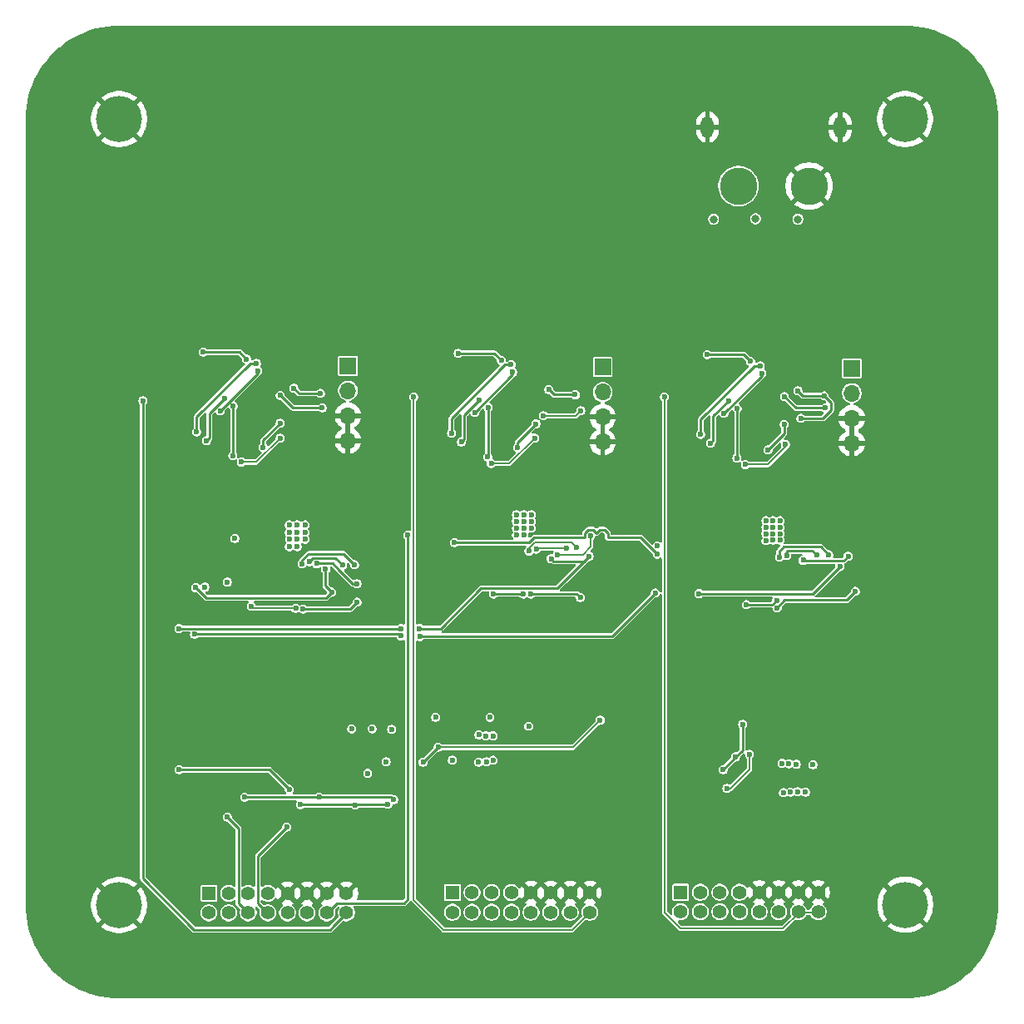
<source format=gbr>
%TF.GenerationSoftware,KiCad,Pcbnew,9.0.0*%
%TF.CreationDate,2025-07-09T13:25:51-07:00*%
%TF.ProjectId,EPS_Scales_RevF_DF11,4550535f-5363-4616-9c65-735f52657646,rev?*%
%TF.SameCoordinates,Original*%
%TF.FileFunction,Copper,L4,Bot*%
%TF.FilePolarity,Positive*%
%FSLAX46Y46*%
G04 Gerber Fmt 4.6, Leading zero omitted, Abs format (unit mm)*
G04 Created by KiCad (PCBNEW 9.0.0) date 2025-07-09 13:25:51*
%MOMM*%
%LPD*%
G01*
G04 APERTURE LIST*
%TA.AperFunction,ComponentPad*%
%ADD10C,4.700000*%
%TD*%
%TA.AperFunction,ComponentPad*%
%ADD11R,1.400000X1.400000*%
%TD*%
%TA.AperFunction,ComponentPad*%
%ADD12C,1.400000*%
%TD*%
%TA.AperFunction,ComponentPad*%
%ADD13R,1.700000X1.700000*%
%TD*%
%TA.AperFunction,ComponentPad*%
%ADD14O,1.700000X1.700000*%
%TD*%
%TA.AperFunction,ComponentPad*%
%ADD15O,1.300000X2.200000*%
%TD*%
%TA.AperFunction,ComponentPad*%
%ADD16C,3.800000*%
%TD*%
%TA.AperFunction,ViaPad*%
%ADD17C,0.600000*%
%TD*%
%TA.AperFunction,ViaPad*%
%ADD18C,0.800000*%
%TD*%
%TA.AperFunction,Conductor*%
%ADD19C,0.200000*%
%TD*%
%TA.AperFunction,Conductor*%
%ADD20C,0.250000*%
%TD*%
%TA.AperFunction,Conductor*%
%ADD21C,1.000000*%
%TD*%
G04 APERTURE END LIST*
D10*
%TO.P,J3,1,1*%
%TO.N,GND*%
X160012800Y-37000000D03*
%TD*%
D11*
%TO.P,CN1,1,1*%
%TO.N,+5V_Perif*%
X193941000Y-115729000D03*
D12*
%TO.P,CN1,2,2*%
%TO.N,unconnected-(CN1-Pad2)*%
X193941000Y-117729000D03*
%TO.P,CN1,3,3*%
%TO.N,+5V_Perif*%
X195941000Y-115729000D03*
%TO.P,CN1,4,4*%
%TO.N,Net-(CN1-Pad4)*%
X195941000Y-117729000D03*
%TO.P,CN1,5,5*%
%TO.N,+5V_Perif*%
X197941000Y-115729000D03*
%TO.P,CN1,6,6*%
%TO.N,Net-(CN1-Pad6)*%
X197941000Y-117729000D03*
%TO.P,CN1,7,7*%
%TO.N,+5V_Perif*%
X199941000Y-115729000D03*
%TO.P,CN1,8,8*%
%TO.N,Net-(CN1-Pad8)*%
X199941000Y-117729000D03*
%TO.P,CN1,9,9*%
%TO.N,GND*%
X201941000Y-115729000D03*
%TO.P,CN1,10,10*%
%TO.N,Net-(CN1-Pad10)*%
X201941000Y-117729000D03*
%TO.P,CN1,11,11*%
%TO.N,GND*%
X203941000Y-115729000D03*
%TO.P,CN1,12,12*%
%TO.N,Net-(CN1-Pad12)*%
X203941000Y-117729000D03*
%TO.P,CN1,13,13*%
%TO.N,GND*%
X205941000Y-115729000D03*
%TO.P,CN1,14,14*%
%TO.N,Net-(CN1-Pad14)*%
X205941000Y-117729000D03*
%TO.P,CN1,15,15*%
%TO.N,GND*%
X207941000Y-115729000D03*
%TO.P,CN1,16,16*%
%TO.N,WDT_WDI_Perif*%
X207941000Y-117729000D03*
%TD*%
D10*
%TO.P,J2,1,1*%
%TO.N,GND*%
X160012800Y-117000000D03*
%TD*%
D13*
%TO.P,J8,1,Pin_1*%
%TO.N,+20V_Jetson*%
X234594000Y-62367000D03*
D14*
%TO.P,J8,2,Pin_2*%
X234594000Y-64907000D03*
%TO.P,J8,3,Pin_3*%
%TO.N,GND*%
X234594000Y-67447000D03*
%TO.P,J8,4,Pin_4*%
X234594000Y-69987000D03*
%TD*%
D13*
%TO.P,J9,1,Pin_1*%
%TO.N,+3.3V_OBC*%
X183303000Y-62114250D03*
D14*
%TO.P,J9,2,Pin_2*%
X183303000Y-64654250D03*
%TO.P,J9,3,Pin_3*%
%TO.N,GND*%
X183303000Y-67194250D03*
%TO.P,J9,4,Pin_4*%
X183303000Y-69734250D03*
%TD*%
D11*
%TO.P,J6,1,1*%
%TO.N,+20V_Jetson*%
X217167800Y-115696600D03*
D12*
%TO.P,J6,2,2*%
%TO.N,Net-(J6-Pad2)*%
X217167800Y-117696600D03*
%TO.P,J6,3,3*%
%TO.N,+20V_Jetson*%
X219167800Y-115696600D03*
%TO.P,J6,4,4*%
%TO.N,Net-(J6-Pad4)*%
X219167800Y-117696600D03*
%TO.P,J6,5,5*%
%TO.N,+20V_Jetson*%
X221167800Y-115696600D03*
%TO.P,J6,6,6*%
%TO.N,Net-(J6-Pad6)*%
X221167800Y-117696600D03*
%TO.P,J6,7,7*%
%TO.N,+20V_Jetson*%
X223167800Y-115696600D03*
%TO.P,J6,8,8*%
%TO.N,Net-(J6-Pad8)*%
X223167800Y-117696600D03*
%TO.P,J6,9,9*%
%TO.N,GND*%
X225167800Y-115696600D03*
%TO.P,J6,10,10*%
%TO.N,Net-(J6-Pad10)*%
X225167800Y-117696600D03*
%TO.P,J6,11,11*%
%TO.N,GND*%
X227167800Y-115696600D03*
%TO.P,J6,12,12*%
%TO.N,Net-(J6-Pad12)*%
X227167800Y-117696600D03*
%TO.P,J6,13,13*%
%TO.N,GND*%
X229167800Y-115696600D03*
%TO.P,J6,14,14*%
%TO.N,WDT_WDI_Jetson*%
X229167800Y-117696600D03*
%TO.P,J6,15,15*%
%TO.N,GND*%
X231167800Y-115696600D03*
%TO.P,J6,16,16*%
%TO.N,WDT_WDI_Jetson*%
X231167800Y-117696600D03*
%TD*%
D15*
%TO.P,U8,1,1*%
%TO.N,GND*%
X219901000Y-37815000D03*
%TO.P,U8,2,2*%
X233401000Y-37815000D03*
D16*
%TO.P,U8,3,+*%
%TO.N,+V_Batt*%
X223051000Y-43815000D03*
%TO.P,U8,4,-*%
%TO.N,GND*%
X230251000Y-43815000D03*
%TD*%
D11*
%TO.P,J10,1,1*%
%TO.N,+3.3V_OBC*%
X169157200Y-115798200D03*
D12*
%TO.P,J10,2,2*%
%TO.N,Net-(J10-Pad2)*%
X169157200Y-117798200D03*
%TO.P,J10,3,3*%
%TO.N,+3.3V_OBC*%
X171157200Y-115798200D03*
%TO.P,J10,4,4*%
%TO.N,Net-(J10-Pad4)*%
X171157200Y-117798200D03*
%TO.P,J10,5,5*%
%TO.N,+3.3V_OBC*%
X173157200Y-115798200D03*
%TO.P,J10,6,6*%
%TO.N,OBC SDA*%
X173157200Y-117798200D03*
%TO.P,J10,7,7*%
%TO.N,+3.3V_OBC*%
X175157200Y-115798200D03*
%TO.P,J10,8,8*%
%TO.N,OBC SCL*%
X175157200Y-117798200D03*
%TO.P,J10,9,9*%
%TO.N,GND*%
X177157200Y-115798200D03*
%TO.P,J10,10,10*%
%TO.N,Net-(J10-Pad10)*%
X177157200Y-117798200D03*
%TO.P,J10,11,11*%
%TO.N,GND*%
X179157200Y-115798200D03*
%TO.P,J10,12,12*%
%TO.N,OBC_EN_JETSON*%
X179157200Y-117798200D03*
%TO.P,J10,13,13*%
%TO.N,GND*%
X181157200Y-115798200D03*
%TO.P,J10,14,14*%
%TO.N,OBC_EN_PERIF*%
X181157200Y-117798200D03*
%TO.P,J10,15,15*%
%TO.N,GND*%
X183157200Y-115798200D03*
%TO.P,J10,16,16*%
%TO.N,WDT_WDI_OBC*%
X183157200Y-117798200D03*
%TD*%
D10*
%TO.P,J5,1,1*%
%TO.N,GND*%
X240012800Y-37000000D03*
%TD*%
%TO.P,J4,1,1*%
%TO.N,GND*%
X240030000Y-116967000D03*
%TD*%
D13*
%TO.P,J7,1,Pin_1*%
%TO.N,+5V_Perif*%
X209236000Y-62250500D03*
D14*
%TO.P,J7,2,Pin_2*%
X209236000Y-64790500D03*
%TO.P,J7,3,Pin_3*%
%TO.N,GND*%
X209236000Y-67330500D03*
%TO.P,J7,4,Pin_4*%
X209236000Y-69870500D03*
%TD*%
D17*
%TO.N,SCL*%
X224175000Y-101650000D03*
%TO.N,SDA*%
X222775000Y-101900000D03*
%TO.N,GND*%
X218725000Y-98950000D03*
%TO.N,+3.3V_OBC*%
X201700000Y-98800000D03*
X193925000Y-102250000D03*
%TO.N,GND*%
X204625000Y-96875000D03*
%TO.N,SCL*%
X208975000Y-98175000D03*
%TO.N,GND*%
X165025000Y-104700000D03*
%TO.N,SCL*%
X166124578Y-103224184D03*
%TO.N,+V_Batt*%
X178968400Y-79756000D03*
X178155600Y-80518000D03*
X200456800Y-78638400D03*
X177328400Y-78296000D03*
X201980800Y-77927200D03*
X201218800Y-78638400D03*
X226568000Y-77876400D03*
X227279200Y-78536800D03*
X178954000Y-79108800D03*
X226568000Y-79197200D03*
X227279200Y-79857600D03*
X177328400Y-79108800D03*
X226568000Y-79857600D03*
X201218800Y-77927200D03*
X171791200Y-79696600D03*
X200456800Y-79349600D03*
X178141200Y-79108800D03*
X200456800Y-77927200D03*
X225856800Y-79908400D03*
X201218800Y-77266800D03*
X178141200Y-78296000D03*
X178954000Y-78296000D03*
X225856800Y-79197200D03*
X225856800Y-78536800D03*
D18*
X224790000Y-47142400D03*
D17*
X201980800Y-78638400D03*
X201218800Y-79349600D03*
X225856800Y-77876400D03*
X177393600Y-79756000D03*
X178141200Y-79756000D03*
X177342800Y-80518000D03*
X201980800Y-77266800D03*
X200456800Y-77266800D03*
X226568000Y-78536800D03*
X227279200Y-79197200D03*
D18*
X229108000Y-47193200D03*
X220522800Y-47193200D03*
D17*
X227279200Y-77876400D03*
%TO.N,GND*%
X222694500Y-72707500D03*
D18*
X172339000Y-56388000D03*
D17*
X203149200Y-82651600D03*
X226088000Y-99886400D03*
X176363200Y-76060800D03*
D18*
X191643000Y-56388000D03*
D17*
X234854000Y-95263600D03*
X208280000Y-84277200D03*
X232184000Y-77839200D03*
X199136000Y-82600800D03*
X199771000Y-76073000D03*
X181798800Y-76314800D03*
D18*
X223647000Y-56515000D03*
D17*
X225376800Y-102629600D03*
X185456400Y-82664800D03*
X188256000Y-64902250D03*
X207645000Y-76708000D03*
X180020800Y-102121200D03*
X203200000Y-83566000D03*
X194310000Y-99568000D03*
X209169000Y-79375000D03*
X167625600Y-80785200D03*
X179919200Y-103289600D03*
X176027600Y-85151600D03*
X194818000Y-76962000D03*
X185354800Y-84595200D03*
X235638400Y-83579600D03*
X176078400Y-84237200D03*
X228678800Y-84087600D03*
D18*
X205105000Y-56388000D03*
D17*
X222351600Y-104190800D03*
D18*
X184440400Y-90945200D03*
D17*
X168300400Y-63804800D03*
X231662380Y-63905018D03*
X165244000Y-62641250D03*
X182713200Y-103391200D03*
X191177000Y-62777500D03*
X206304380Y-63788518D03*
X194208400Y-63957200D03*
X171403500Y-72454750D03*
D18*
X184288000Y-96990400D03*
X207518000Y-88265000D03*
D17*
X174516800Y-107768800D03*
X172419500Y-66358750D03*
X179990000Y-85151600D03*
X198352500Y-66495000D03*
D18*
X230378000Y-56388000D03*
D17*
X167066800Y-85103200D03*
D18*
X231140000Y-48895000D03*
D17*
X185710400Y-102680000D03*
X224665600Y-84138400D03*
X225326000Y-76772400D03*
X184897600Y-86982800D03*
X213614000Y-65018750D03*
X222859600Y-84328000D03*
X199796400Y-96469200D03*
X168609500Y-68517750D03*
X219557600Y-64160400D03*
X234904800Y-89218400D03*
D18*
X198374000Y-56388000D03*
D17*
X181544800Y-104712000D03*
X219900500Y-68770500D03*
X162323000Y-64766000D03*
D18*
X222758000Y-48768000D03*
X165608000Y-56261000D03*
X179070000Y-56388000D03*
D17*
X228729600Y-83122400D03*
X197336500Y-72591000D03*
X229819200Y-102412800D03*
X194513200Y-96926400D03*
X179990000Y-84084800D03*
X174669200Y-105432000D03*
X173366000Y-76162400D03*
X171689600Y-80886800D03*
X180371380Y-63652268D03*
D18*
X216916000Y-56515000D03*
D17*
X194542500Y-68654000D03*
D18*
X226949000Y-48895000D03*
D17*
X232133200Y-80176000D03*
D18*
X207518000Y-93472000D03*
D17*
X223710500Y-66611500D03*
X199186800Y-83566000D03*
X216535000Y-62894000D03*
X224665600Y-83071600D03*
%TO.N,/Perif_Subsystem/WD_Perif/WDT-VIN*%
X206439426Y-65055500D03*
X203750000Y-64526500D03*
%TO.N,WDT_WDI_Perif*%
X189992000Y-65278000D03*
%TO.N,Net-(U1-TR{slash}SS)*%
X229644000Y-81901100D03*
X234216000Y-81496800D03*
%TO.N,Net-(U1-BST)*%
X226936360Y-85974820D03*
X223861600Y-86424400D03*
%TO.N,Net-(U1-INTVCC)*%
X234955153Y-85070655D03*
X226982362Y-86756133D03*
%TO.N,+3.3V_OBC*%
X187198000Y-102412800D03*
X183692800Y-99060000D03*
X171043600Y-84124800D03*
X168757600Y-84632800D03*
X185775600Y-99060000D03*
X214782400Y-81280000D03*
X194157600Y-80111600D03*
X192227200Y-97891600D03*
X185318400Y-103581200D03*
X187756800Y-99110800D03*
%TO.N,+20V_Jetson*%
X230632000Y-102717600D03*
X229870000Y-105511600D03*
X228955600Y-102666800D03*
X228193600Y-102616000D03*
X227482400Y-102565200D03*
X228346000Y-105511600D03*
X229057200Y-105460800D03*
X227634800Y-105562400D03*
%TO.N,WDT_WDI_Jetson*%
X215519000Y-65278000D03*
%TO.N,Net-(U10D--)*%
X220218000Y-69977000D03*
X222026842Y-65689842D03*
%TO.N,Net-(U3-TR{slash}SS)*%
X184237200Y-84290400D03*
X180115363Y-82243200D03*
%TO.N,Net-(U3-BST)*%
X177994569Y-86805577D03*
X173467600Y-86576400D03*
%TO.N,Net-(U3-INTVCC)*%
X184237200Y-86170000D03*
X178750800Y-86881200D03*
%TO.N,Net-(U6D--)*%
X196668842Y-65573342D03*
X194860000Y-69860500D03*
%TO.N,Net-(U13-TR{slash}SS)*%
X204619520Y-81332480D03*
X208026000Y-79375000D03*
%TO.N,Net-(U13-BST)*%
X201169997Y-85344000D03*
X198120000Y-85344000D03*
%TO.N,Net-(U13-INTVCC)*%
X206959200Y-85699600D03*
X201930000Y-85344000D03*
%TO.N,/OBC_Subsystem/WD_OBC/WDT-VIN*%
X177817000Y-64390250D03*
X180506426Y-64919250D03*
%TO.N,/Jetson_Subsystem/WD_Jetson/WDT-VIN*%
X229412800Y-67462400D03*
X231797426Y-65172000D03*
X229108000Y-64643000D03*
%TO.N,WDT_WDI_OBC*%
X162433000Y-65659000D03*
%TO.N,+5V_Perif*%
X196596000Y-102463600D03*
X196646800Y-99669600D03*
X198069200Y-99771200D03*
X197408800Y-102412800D03*
X197764400Y-97891600D03*
X198069200Y-102260400D03*
X197358000Y-99771200D03*
%TO.N,OBC_EN_JETSON*%
X214789948Y-80460232D03*
%TO.N,OBC SDA*%
X171036342Y-108044342D03*
%TO.N,OBC SCL*%
X177082642Y-109061442D03*
%TO.N,OBC_EN_PERIF*%
X189382400Y-79349600D03*
%TO.N,/Jetson_Subsystem/WD_Jetson/WDT-VP*%
X221582342Y-66961658D03*
X225425000Y-62865000D03*
%TO.N,Net-(R124-Pad1)*%
X197889579Y-72053002D03*
X202311000Y-69469000D03*
%TO.N,Net-(R132-Pad2)*%
X207010000Y-66675000D03*
X203200000Y-67183000D03*
%TO.N,Net-(U6B--)*%
X199917951Y-62003256D03*
X193844000Y-68971500D03*
%TO.N,/Perif_Subsystem/WD_Perif/WDT-VP*%
X196224342Y-66845158D03*
X200067000Y-62748500D03*
%TO.N,Net-(U6A--)*%
X194511820Y-60845754D03*
X198916000Y-61551970D03*
%TO.N,Net-(R141-Pad1)*%
X223760500Y-72166201D03*
X227838000Y-70096498D03*
%TO.N,SDA*%
X221488000Y-103225600D03*
X180390800Y-106019600D03*
X187960000Y-106273600D03*
X172781000Y-106019600D03*
X223469200Y-98602800D03*
%TO.N,Net-(U10B--)*%
X225275951Y-62119756D03*
X219202000Y-69088000D03*
%TO.N,SCL*%
X184048400Y-106832400D03*
X187366538Y-106748370D03*
X177341715Y-105223947D03*
X192481200Y-100939600D03*
X178473759Y-106768051D03*
X190950942Y-102455342D03*
X221875000Y-105125000D03*
%TO.N,Net-(U10A--)*%
X219869820Y-60962254D03*
X224274000Y-61668470D03*
%TO.N,Net-(U1-RT)*%
X230994024Y-81375966D03*
X227971956Y-81431431D03*
%TO.N,Net-(U1-EN{slash}UV)*%
X232253602Y-81345025D03*
X227227375Y-81583748D03*
%TO.N,Net-(U3-RT)*%
X179380453Y-82049522D03*
X182764000Y-82410800D03*
%TO.N,Net-(U3-EN{slash}UV)*%
X178649200Y-82256582D03*
X183983200Y-82360000D03*
%TO.N,Net-(U6C-+)*%
X197559658Y-66337158D03*
X197527000Y-71384500D03*
%TO.N,Net-(U13-EN{slash}UV)*%
X206597000Y-80618426D03*
X201733750Y-80971484D03*
%TO.N,/OBC_Subsystem/WD_OBC/WDT-VP*%
X174134000Y-62612250D03*
X170291342Y-66708908D03*
%TO.N,Net-(R149-Pad2)*%
X231902000Y-66395600D03*
X227729142Y-65234458D03*
%TO.N,Net-(U13-RT)*%
X202467815Y-80774633D03*
X205510612Y-80639652D03*
%TO.N,SYNC_PHASE3*%
X188722000Y-89609203D03*
X190652400Y-89662000D03*
X214579200Y-85242400D03*
X233375200Y-82550000D03*
X219049600Y-85293200D03*
X167690800Y-89434200D03*
%TO.N,SYNC_PHASE1*%
X167828800Y-84696800D03*
X181668499Y-85156786D03*
X181036800Y-82828200D03*
%TO.N,SYNC_PHASE2*%
X207858056Y-81493056D03*
X203989134Y-81757000D03*
X190601600Y-88849200D03*
X188722000Y-88849200D03*
X166116000Y-88849200D03*
%TO.N,Net-(U10C-+)*%
X222917658Y-66453658D03*
X222885000Y-71501000D03*
%TO.N,Net-(U11D--)*%
X170735842Y-65437092D03*
X168927000Y-69724250D03*
%TO.N,Net-(R157-Pad1)*%
X172469500Y-71913452D03*
X176403000Y-69469000D03*
%TO.N,Net-(U11B--)*%
X167911000Y-68835250D03*
X173984951Y-61867006D03*
%TO.N,Net-(U11A--)*%
X172983000Y-61415720D03*
X168578820Y-60709504D03*
%TO.N,Net-(R165-Pad2)*%
X176416000Y-65130169D03*
X180695600Y-66395600D03*
%TO.N,Net-(U11C-+)*%
X171594000Y-71248250D03*
X171626658Y-66200908D03*
%TO.N,Net-(D8-C)*%
X200568820Y-70419220D03*
X202438000Y-68021200D03*
%TO.N,Net-(D15-C)*%
X226060000Y-70673498D03*
X227711000Y-68072000D03*
%TO.N,Net-(D18-C)*%
X176403000Y-67945000D03*
X174673520Y-70406520D03*
%TD*%
D19*
%TO.N,SCL*%
X224175000Y-101650000D02*
X224175000Y-103160774D01*
X224175000Y-103160774D02*
X222210774Y-105125000D01*
X222210774Y-105125000D02*
X221825000Y-105125000D01*
X208975000Y-98175000D02*
X206200000Y-100950000D01*
X206200000Y-100950000D02*
X192475000Y-100950000D01*
D20*
X175341952Y-103224184D02*
X166124578Y-103224184D01*
X177341715Y-105223947D02*
X175341952Y-103224184D01*
D19*
%TO.N,+V_Batt*%
X223051000Y-44030000D02*
X223012000Y-44069000D01*
X223051000Y-43815000D02*
X223051000Y-44030000D01*
D20*
%TO.N,GND*%
X231662380Y-63905018D02*
X231648000Y-63919398D01*
X180357000Y-63666648D02*
X180357000Y-63755250D01*
X180371380Y-63652268D02*
X180357000Y-63666648D01*
X231648000Y-63919398D02*
X231648000Y-64008000D01*
X206304380Y-63788518D02*
X206290000Y-63802898D01*
X206290000Y-63802898D02*
X206290000Y-63891500D01*
X184897600Y-86982800D02*
X184897600Y-86932000D01*
D21*
X184440400Y-90945200D02*
X184389600Y-90945200D01*
D20*
%TO.N,/Perif_Subsystem/WD_Perif/WDT-VIN*%
X206439426Y-65055500D02*
X204279000Y-65055500D01*
X204279000Y-65055500D02*
X203750000Y-64526500D01*
D19*
%TO.N,WDT_WDI_Perif*%
X193040000Y-119507000D02*
X206121000Y-119507000D01*
X189992000Y-114173000D02*
X189992000Y-116459000D01*
X189992000Y-116459000D02*
X193040000Y-119507000D01*
X206121000Y-119507000D02*
X207899000Y-117729000D01*
X189992000Y-65278000D02*
X189992000Y-114173000D01*
D20*
%TO.N,Net-(U1-TR{slash}SS)*%
X233750834Y-81961966D02*
X234216000Y-81496800D01*
X229704866Y-81961966D02*
X233750834Y-81961966D01*
X229644000Y-81901100D02*
X229704866Y-81961966D01*
%TO.N,Net-(U1-BST)*%
X226486780Y-86424400D02*
X226936360Y-85974820D01*
X223889200Y-86424400D02*
X223875600Y-86410800D01*
X226486780Y-86424400D02*
X223889200Y-86424400D01*
%TO.N,Net-(U1-INTVCC)*%
X226982362Y-86756133D02*
X227771295Y-85967200D01*
X227771295Y-85967200D02*
X234058608Y-85967200D01*
X234058608Y-85967200D02*
X234955153Y-85070655D01*
%TO.N,+3.3V_OBC*%
X207440000Y-79132270D02*
X207783270Y-78789000D01*
X209755000Y-79603600D02*
X213106000Y-79603600D01*
X207783270Y-78789000D02*
X208268730Y-78789000D01*
X209411730Y-78789000D02*
X209755000Y-79132270D01*
X207440000Y-79603600D02*
X207440000Y-79132270D01*
X194157600Y-80111600D02*
X201726800Y-80111600D01*
X201726800Y-80111600D02*
X202234800Y-79603600D01*
X202234800Y-79603600D02*
X207440000Y-79603600D01*
X208268730Y-78789000D02*
X208597500Y-79117770D01*
X208597500Y-79117770D02*
X208926270Y-78789000D01*
X213106000Y-79603600D02*
X214782400Y-81280000D01*
X208926270Y-78789000D02*
X209411730Y-78789000D01*
X209755000Y-79132270D02*
X209755000Y-79603600D01*
D19*
%TO.N,WDT_WDI_Jetson*%
X227584000Y-119380000D02*
X229235000Y-117729000D01*
X215519000Y-117729000D02*
X217170000Y-119380000D01*
X217170000Y-119380000D02*
X227584000Y-119380000D01*
X215519000Y-116205000D02*
X215519000Y-117729000D01*
X215519000Y-65278000D02*
X215519000Y-116205000D01*
X229235000Y-117729000D02*
X231140000Y-117729000D01*
D20*
%TO.N,Net-(U10D--)*%
X220486500Y-69708500D02*
X220218000Y-69977000D01*
X220486500Y-67230184D02*
X220486500Y-69708500D01*
X222026842Y-65689842D02*
X220486500Y-67230184D01*
%TO.N,Net-(U3-TR{slash}SS)*%
X180115363Y-82243200D02*
X181767670Y-82243200D01*
X181767670Y-82243200D02*
X182476635Y-82952165D01*
X183814870Y-84290400D02*
X184237200Y-84290400D01*
X182476635Y-82952165D02*
X183814870Y-84290400D01*
D19*
%TO.N,Net-(U3-BST)*%
X173467600Y-86576400D02*
X173696777Y-86805577D01*
X173696777Y-86805577D02*
X177994569Y-86805577D01*
D20*
%TO.N,Net-(U3-INTVCC)*%
X183526000Y-86881200D02*
X184237200Y-86170000D01*
X178750800Y-86881200D02*
X183526000Y-86881200D01*
%TO.N,Net-(U6D--)*%
X196668842Y-65573342D02*
X195128500Y-67113684D01*
X195128500Y-67113684D02*
X195128500Y-69592000D01*
X195128500Y-69592000D02*
X194860000Y-69860500D01*
D19*
%TO.N,Net-(U13-TR{slash}SS)*%
X208026000Y-80531738D02*
X208026000Y-79349600D01*
X204619520Y-81332480D02*
X207225258Y-81332480D01*
X207225258Y-81332480D02*
X208026000Y-80531738D01*
D20*
%TO.N,Net-(U13-BST)*%
X198120000Y-85344000D02*
X201168000Y-85344000D01*
%TO.N,Net-(U13-INTVCC)*%
X206603600Y-85344000D02*
X206959200Y-85699600D01*
X201930000Y-85344000D02*
X206603600Y-85344000D01*
%TO.N,/OBC_Subsystem/WD_OBC/WDT-VIN*%
X178346000Y-64919250D02*
X177817000Y-64390250D01*
X180506426Y-64919250D02*
X178346000Y-64919250D01*
%TO.N,/Jetson_Subsystem/WD_Jetson/WDT-VIN*%
X231797426Y-65172000D02*
X229637000Y-65172000D01*
X229637000Y-65172000D02*
X229108000Y-64643000D01*
X231663930Y-67462400D02*
X229412800Y-67462400D01*
X232488000Y-65862574D02*
X232488000Y-66638330D01*
X231797426Y-65172000D02*
X232488000Y-65862574D01*
X232488000Y-66638330D02*
X231663930Y-67462400D01*
%TO.N,WDT_WDI_OBC*%
X162433000Y-114300000D02*
X167640000Y-119507000D01*
X162433000Y-65659000D02*
X162433000Y-114300000D01*
X181483000Y-119507000D02*
X181864000Y-119126000D01*
X181864000Y-119126000D02*
X183134000Y-117856000D01*
X167640000Y-119507000D02*
X181483000Y-119507000D01*
%TO.N,OBC SDA*%
X172171200Y-109179200D02*
X172171200Y-116850000D01*
X172171200Y-116850000D02*
X173177200Y-117856000D01*
X171036342Y-108044342D02*
X172171200Y-109179200D01*
%TO.N,OBC SCL*%
X177082642Y-109061442D02*
X174143200Y-112000884D01*
X174143200Y-116840800D02*
X175158400Y-117856000D01*
X174143200Y-112000884D02*
X174143200Y-116840800D01*
%TO.N,OBC_EN_PERIF*%
X189382400Y-79349600D02*
X189382400Y-116433600D01*
X189003800Y-116812200D02*
X182196600Y-116812200D01*
X189382400Y-116433600D02*
X189003800Y-116812200D01*
X182196600Y-116812200D02*
X181152800Y-117856000D01*
%TO.N,/Jetson_Subsystem/WD_Jetson/WDT-VP*%
X221582342Y-66961658D02*
X225425000Y-63119000D01*
X225425000Y-63119000D02*
X225425000Y-62865000D01*
D19*
%TO.N,Net-(R124-Pad1)*%
X199726998Y-72053002D02*
X202311000Y-69469000D01*
X197889579Y-72053002D02*
X199726998Y-72053002D01*
%TO.N,Net-(R132-Pad2)*%
X203200000Y-67183000D02*
X206502000Y-67183000D01*
X206502000Y-67183000D02*
X207010000Y-66675000D01*
D20*
%TO.N,Net-(U6B--)*%
X193844000Y-67447500D02*
X199288244Y-62003256D01*
X199288244Y-62003256D02*
X199917951Y-62003256D01*
X193844000Y-68971500D02*
X193844000Y-67447500D01*
%TO.N,/Perif_Subsystem/WD_Perif/WDT-VP*%
X196224342Y-66845158D02*
X200067000Y-63002500D01*
X200067000Y-63002500D02*
X200067000Y-62748500D01*
%TO.N,Net-(U6A--)*%
X198209784Y-60845754D02*
X194511820Y-60845754D01*
X198916000Y-61551970D02*
X198209784Y-60845754D01*
D19*
%TO.N,Net-(R141-Pad1)*%
X227838000Y-70096498D02*
X227838000Y-70350498D01*
X227838000Y-70350498D02*
X226022297Y-72166201D01*
X226022297Y-72166201D02*
X223760500Y-72166201D01*
D20*
%TO.N,SDA*%
X223469200Y-101244400D02*
X223469200Y-98602800D01*
X187706000Y-106019600D02*
X187960000Y-106273600D01*
X172781000Y-106019600D02*
X187706000Y-106019600D01*
X221488000Y-103225600D02*
X223469200Y-101244400D01*
%TO.N,Net-(U10B--)*%
X224646244Y-62119756D02*
X225275951Y-62119756D01*
X219202000Y-67564000D02*
X224646244Y-62119756D01*
X219202000Y-69088000D02*
X219202000Y-67564000D01*
%TO.N,SCL*%
X187366538Y-106748370D02*
X187346857Y-106768051D01*
X190950942Y-102455342D02*
X192481200Y-100925084D01*
X187346857Y-106768051D02*
X178473759Y-106768051D01*
X192481200Y-100925084D02*
X192481200Y-100939600D01*
%TO.N,Net-(U10A--)*%
X224274000Y-61668470D02*
X223567784Y-60962254D01*
X223567784Y-60962254D02*
X219869820Y-60962254D01*
%TO.N,Net-(U1-RT)*%
X230994024Y-81375966D02*
X230560658Y-80942600D01*
X230560658Y-80942600D02*
X228424800Y-80942600D01*
X228424800Y-80942600D02*
X228064600Y-80942600D01*
X228064600Y-80942600D02*
X227866000Y-81141200D01*
%TO.N,Net-(U1-EN{slash}UV)*%
X227227375Y-81583748D02*
X227227375Y-81518575D01*
X227227375Y-81518575D02*
X227197442Y-81488642D01*
X227227375Y-81583748D02*
X227202793Y-81559166D01*
X227202793Y-81559166D02*
X227202793Y-81446000D01*
X227197442Y-80996958D02*
X227662800Y-80531600D01*
X231440177Y-80531600D02*
X232253602Y-81345025D01*
X227662800Y-80531600D02*
X231440177Y-80531600D01*
X227197442Y-81488642D02*
X227197442Y-80996958D01*
%TO.N,Net-(U3-RT)*%
X182006600Y-81653400D02*
X179762200Y-81653400D01*
X182764000Y-82410800D02*
X182006600Y-81653400D01*
X179762200Y-81653400D02*
X179360400Y-82055200D01*
%TO.N,Net-(U3-EN{slash}UV)*%
X179309600Y-81242400D02*
X182865600Y-81242400D01*
X182865600Y-81242400D02*
X183983200Y-82360000D01*
X178649200Y-81902800D02*
X179309600Y-81242400D01*
X178649200Y-82256582D02*
X178649200Y-81902800D01*
%TO.N,Net-(U6C-+)*%
X197559658Y-66337158D02*
X197559658Y-71351842D01*
X197559658Y-71351842D02*
X197527000Y-71384500D01*
D19*
%TO.N,Net-(U13-EN{slash}UV)*%
X206062652Y-80078652D02*
X206603600Y-80619600D01*
X201733750Y-80971484D02*
X201733750Y-80715324D01*
X201733750Y-80715324D02*
X202370422Y-80078652D01*
X202370422Y-80078652D02*
X206062652Y-80078652D01*
D20*
%TO.N,/OBC_Subsystem/WD_OBC/WDT-VP*%
X170291342Y-66708908D02*
X174134000Y-62866250D01*
X174134000Y-62866250D02*
X174134000Y-62612250D01*
%TO.N,Net-(R149-Pad2)*%
X227729142Y-65234458D02*
X228890284Y-66395600D01*
X228890284Y-66395600D02*
X231902000Y-66395600D01*
D19*
%TO.N,Net-(U13-RT)*%
X202621148Y-80639652D02*
X202488800Y-80772000D01*
X205510612Y-80639652D02*
X202621148Y-80639652D01*
D20*
%TO.N,SYNC_PHASE3*%
X190652400Y-89662000D02*
X190703200Y-89611200D01*
X188546997Y-89434200D02*
X188722000Y-89609203D01*
X219049600Y-85293200D02*
X230632000Y-85293200D01*
X190703200Y-89611200D02*
X210210400Y-89611200D01*
X230632000Y-85293200D02*
X233375200Y-82550000D01*
X167690800Y-89434200D02*
X188546997Y-89434200D01*
X210210400Y-89611200D02*
X214579200Y-85242400D01*
%TO.N,SYNC_PHASE1*%
X168869600Y-85737600D02*
X167828800Y-84696800D01*
X181087685Y-85737600D02*
X168869600Y-85737600D01*
X181036800Y-84525087D02*
X181668499Y-85156786D01*
X181668499Y-85156786D02*
X181087685Y-85737600D01*
X181036800Y-82828200D02*
X181036800Y-84525087D01*
%TO.N,SYNC_PHASE2*%
X190601600Y-88849200D02*
X192735200Y-88849200D01*
X196826400Y-84758000D02*
X204598800Y-84758000D01*
X166116000Y-88849200D02*
X188722000Y-88849200D01*
X204225134Y-81993000D02*
X207414600Y-81993000D01*
X203989134Y-81757000D02*
X204225134Y-81993000D01*
X204598800Y-84758000D02*
X207873600Y-81483200D01*
X192735200Y-88849200D02*
X196826400Y-84758000D01*
X207414600Y-81993000D02*
X207873600Y-81534000D01*
%TO.N,Net-(U10C-+)*%
X222917658Y-71468342D02*
X222885000Y-71501000D01*
X222917658Y-66453658D02*
X222917658Y-71468342D01*
%TO.N,Net-(U11D--)*%
X169195500Y-69455750D02*
X168927000Y-69724250D01*
X170735842Y-65437092D02*
X169195500Y-66977434D01*
X169195500Y-66977434D02*
X169195500Y-69455750D01*
D19*
%TO.N,Net-(R157-Pad1)*%
X172469500Y-71913452D02*
X173958548Y-71913452D01*
X173958548Y-71913452D02*
X176403000Y-69469000D01*
D20*
%TO.N,Net-(U11B--)*%
X167911000Y-68835250D02*
X167911000Y-67311250D01*
X167911000Y-67311250D02*
X173355244Y-61867006D01*
X173355244Y-61867006D02*
X173984951Y-61867006D01*
%TO.N,Net-(U11A--)*%
X172276784Y-60709504D02*
X168578820Y-60709504D01*
X172983000Y-61415720D02*
X172276784Y-60709504D01*
%TO.N,Net-(R165-Pad2)*%
X176416000Y-65130169D02*
X177681431Y-66395600D01*
X177681431Y-66395600D02*
X180695600Y-66395600D01*
%TO.N,Net-(U11C-+)*%
X171626658Y-66200908D02*
X171626658Y-71215592D01*
X171626658Y-71215592D02*
X171594000Y-71248250D01*
%TO.N,Net-(D8-C)*%
X200568820Y-70419220D02*
X200568820Y-69890380D01*
X200568820Y-69890380D02*
X202438000Y-68021200D01*
%TO.N,Net-(D15-C)*%
X227711000Y-69022498D02*
X227711000Y-68072000D01*
X226060000Y-70673498D02*
X227711000Y-69022498D01*
%TO.N,Net-(D18-C)*%
X174673520Y-70406520D02*
X174673520Y-69674480D01*
X174673520Y-69674480D02*
X176403000Y-67945000D01*
%TD*%
%TA.AperFunction,Conductor*%
%TO.N,GND*%
G36*
X230767801Y-115749261D02*
G01*
X230795060Y-115850994D01*
X230847721Y-115942205D01*
X230922195Y-116016679D01*
X231013406Y-116069340D01*
X231115139Y-116096599D01*
X231121355Y-116096599D01*
X230513469Y-116704482D01*
X230513470Y-116704483D01*
X230538858Y-116722929D01*
X230655183Y-116782200D01*
X230705979Y-116830175D01*
X230722774Y-116897996D01*
X230700237Y-116964131D01*
X230667780Y-116995786D01*
X230619266Y-117028203D01*
X230619259Y-117028208D01*
X230499408Y-117148059D01*
X230499405Y-117148063D01*
X230405232Y-117289002D01*
X230405231Y-117289004D01*
X230362590Y-117391952D01*
X230350047Y-117407517D01*
X230341742Y-117425703D01*
X230328572Y-117434166D01*
X230318750Y-117446356D01*
X230299780Y-117452669D01*
X230282964Y-117463477D01*
X230255404Y-117467439D01*
X230252456Y-117468421D01*
X230248029Y-117468500D01*
X230087571Y-117468500D01*
X230020532Y-117448815D01*
X229974777Y-117396011D01*
X229973010Y-117391952D01*
X229930368Y-117289004D01*
X229930367Y-117289002D01*
X229921234Y-117275334D01*
X229836194Y-117148063D01*
X229836191Y-117148059D01*
X229716340Y-117028208D01*
X229667819Y-116995787D01*
X229623015Y-116942174D01*
X229614308Y-116872849D01*
X229644463Y-116809822D01*
X229680416Y-116782200D01*
X229796737Y-116722931D01*
X229822128Y-116704483D01*
X229822128Y-116704482D01*
X229214246Y-116096599D01*
X229220461Y-116096599D01*
X229322194Y-116069340D01*
X229413405Y-116016679D01*
X229487879Y-115942205D01*
X229540540Y-115850994D01*
X229567799Y-115749261D01*
X229567799Y-115743045D01*
X230167800Y-116343046D01*
X230767801Y-115743045D01*
X230767801Y-115749261D01*
G37*
%TD.AperFunction*%
%TA.AperFunction,Conductor*%
G36*
X209309149Y-79094185D02*
G01*
X209329791Y-79110819D01*
X209433181Y-79214209D01*
X209466666Y-79275532D01*
X209469500Y-79301890D01*
X209469500Y-79641186D01*
X209488956Y-79713800D01*
X209504285Y-79740350D01*
X209526543Y-79778901D01*
X209579699Y-79832057D01*
X209626549Y-79859106D01*
X209644797Y-79869642D01*
X209644801Y-79869644D01*
X209717413Y-79889100D01*
X209792587Y-79889100D01*
X212936380Y-79889100D01*
X213003419Y-79908785D01*
X213024061Y-79925419D01*
X214285581Y-81186939D01*
X214319066Y-81248262D01*
X214321900Y-81274620D01*
X214321900Y-81340626D01*
X214353282Y-81457747D01*
X214413908Y-81562754D01*
X214499646Y-81648492D01*
X214604653Y-81709118D01*
X214721774Y-81740500D01*
X214721776Y-81740500D01*
X214843024Y-81740500D01*
X214843026Y-81740500D01*
X214960147Y-81709118D01*
X215065154Y-81648492D01*
X215065154Y-81648491D01*
X215072193Y-81644428D01*
X215073938Y-81647451D01*
X215124074Y-81628018D01*
X215192531Y-81641996D01*
X215242564Y-81690766D01*
X215258500Y-81751579D01*
X215258500Y-85056472D01*
X215238815Y-85123511D01*
X215186011Y-85169266D01*
X215116853Y-85179210D01*
X215053297Y-85150185D01*
X215015523Y-85091407D01*
X215014725Y-85088566D01*
X215012746Y-85081180D01*
X215008318Y-85064653D01*
X214947692Y-84959646D01*
X214861954Y-84873908D01*
X214756947Y-84813282D01*
X214639826Y-84781900D01*
X214518574Y-84781900D01*
X214401453Y-84813282D01*
X214401450Y-84813283D01*
X214296449Y-84873906D01*
X214296443Y-84873910D01*
X214210710Y-84959643D01*
X214210706Y-84959649D01*
X214150083Y-85064650D01*
X214150082Y-85064653D01*
X214118700Y-85181774D01*
X214118700Y-85247780D01*
X214099015Y-85314819D01*
X214082381Y-85335461D01*
X210128461Y-89289381D01*
X210067138Y-89322866D01*
X210040780Y-89325700D01*
X192943653Y-89325700D01*
X192876614Y-89306015D01*
X192830859Y-89253211D01*
X192820915Y-89184053D01*
X192849940Y-89120497D01*
X192881652Y-89094314D01*
X192910494Y-89077661D01*
X192910493Y-89077661D01*
X192910501Y-89077657D01*
X196908339Y-85079819D01*
X196969662Y-85046334D01*
X196996020Y-85043500D01*
X197562174Y-85043500D01*
X197629213Y-85063185D01*
X197674968Y-85115989D01*
X197684912Y-85185147D01*
X197681949Y-85199588D01*
X197659500Y-85283374D01*
X197659500Y-85404626D01*
X197678758Y-85476497D01*
X197690882Y-85521746D01*
X197690883Y-85521749D01*
X197692921Y-85525279D01*
X197751508Y-85626754D01*
X197837246Y-85712492D01*
X197942253Y-85773118D01*
X198059374Y-85804500D01*
X198059376Y-85804500D01*
X198180624Y-85804500D01*
X198180626Y-85804500D01*
X198297747Y-85773118D01*
X198402754Y-85712492D01*
X198449427Y-85665819D01*
X198510750Y-85632334D01*
X198537108Y-85629500D01*
X200752889Y-85629500D01*
X200819928Y-85649185D01*
X200840570Y-85665819D01*
X200887243Y-85712492D01*
X200992250Y-85773118D01*
X201109371Y-85804500D01*
X201109373Y-85804500D01*
X201230621Y-85804500D01*
X201230623Y-85804500D01*
X201347744Y-85773118D01*
X201452751Y-85712492D01*
X201462316Y-85702926D01*
X201523636Y-85669441D01*
X201593328Y-85674423D01*
X201637679Y-85702925D01*
X201647246Y-85712492D01*
X201752253Y-85773118D01*
X201869374Y-85804500D01*
X201869376Y-85804500D01*
X201990624Y-85804500D01*
X201990626Y-85804500D01*
X202107747Y-85773118D01*
X202212754Y-85712492D01*
X202259427Y-85665819D01*
X202320750Y-85632334D01*
X202347108Y-85629500D01*
X206374700Y-85629500D01*
X206441739Y-85649185D01*
X206487494Y-85701989D01*
X206498700Y-85753500D01*
X206498700Y-85760226D01*
X206530082Y-85877347D01*
X206590708Y-85982354D01*
X206676446Y-86068092D01*
X206781453Y-86128718D01*
X206898574Y-86160100D01*
X206898576Y-86160100D01*
X207019824Y-86160100D01*
X207019826Y-86160100D01*
X207136947Y-86128718D01*
X207241954Y-86068092D01*
X207327692Y-85982354D01*
X207388318Y-85877347D01*
X207419700Y-85760226D01*
X207419700Y-85638974D01*
X207388318Y-85521853D01*
X207327692Y-85416846D01*
X207241954Y-85331108D01*
X207136947Y-85270482D01*
X207019826Y-85239100D01*
X207019825Y-85239100D01*
X206953820Y-85239100D01*
X206886781Y-85219415D01*
X206866139Y-85202781D01*
X206778903Y-85115545D01*
X206778901Y-85115543D01*
X206745329Y-85096160D01*
X206713800Y-85077956D01*
X206666539Y-85065293D01*
X206641187Y-85058500D01*
X206641186Y-85058500D01*
X205001420Y-85058500D01*
X204934381Y-85038815D01*
X204888626Y-84986011D01*
X204878682Y-84916853D01*
X204907707Y-84853297D01*
X204913739Y-84846819D01*
X205530784Y-84229774D01*
X207469497Y-82291059D01*
X207517728Y-82263216D01*
X207517289Y-82262155D01*
X207524797Y-82259045D01*
X207524799Y-82259044D01*
X207589901Y-82221457D01*
X207821483Y-81989875D01*
X207882806Y-81956390D01*
X207909164Y-81953556D01*
X207918680Y-81953556D01*
X207918682Y-81953556D01*
X208035803Y-81922174D01*
X208140810Y-81861548D01*
X208226548Y-81775810D01*
X208287174Y-81670803D01*
X208318556Y-81553682D01*
X208318556Y-81432430D01*
X208287174Y-81315309D01*
X208226548Y-81210302D01*
X208140810Y-81124564D01*
X208065693Y-81081195D01*
X208017477Y-81030628D01*
X208004255Y-80962021D01*
X208030223Y-80897156D01*
X208040004Y-80886135D01*
X208246841Y-80679299D01*
X208262374Y-80641799D01*
X208286500Y-80583555D01*
X208286500Y-79817108D01*
X208306185Y-79750069D01*
X208322819Y-79729427D01*
X208356872Y-79695374D01*
X208394492Y-79657754D01*
X208455118Y-79552747D01*
X208470544Y-79495175D01*
X208506907Y-79435517D01*
X208569754Y-79404987D01*
X208590318Y-79403270D01*
X208635085Y-79403270D01*
X208635087Y-79403270D01*
X208707699Y-79383814D01*
X208772801Y-79346227D01*
X209008209Y-79110819D01*
X209035136Y-79096115D01*
X209060955Y-79079523D01*
X209067155Y-79078631D01*
X209069532Y-79077334D01*
X209095890Y-79074500D01*
X209242110Y-79074500D01*
X209309149Y-79094185D01*
G37*
%TD.AperFunction*%
%TA.AperFunction,Conductor*%
G36*
X234844000Y-69553988D02*
G01*
X234786993Y-69521075D01*
X234659826Y-69487000D01*
X234528174Y-69487000D01*
X234401007Y-69521075D01*
X234344000Y-69553988D01*
X234344000Y-67880012D01*
X234401007Y-67912925D01*
X234528174Y-67947000D01*
X234659826Y-67947000D01*
X234786993Y-67912925D01*
X234844000Y-67880012D01*
X234844000Y-69553988D01*
G37*
%TD.AperFunction*%
%TA.AperFunction,Conductor*%
G36*
X209486000Y-69437488D02*
G01*
X209428993Y-69404575D01*
X209301826Y-69370500D01*
X209170174Y-69370500D01*
X209043007Y-69404575D01*
X208986000Y-69437488D01*
X208986000Y-67763512D01*
X209043007Y-67796425D01*
X209170174Y-67830500D01*
X209301826Y-67830500D01*
X209428993Y-67796425D01*
X209486000Y-67763512D01*
X209486000Y-69437488D01*
G37*
%TD.AperFunction*%
%TA.AperFunction,Conductor*%
G36*
X183553000Y-69301238D02*
G01*
X183495993Y-69268325D01*
X183368826Y-69234250D01*
X183237174Y-69234250D01*
X183110007Y-69268325D01*
X183053000Y-69301238D01*
X183053000Y-67627262D01*
X183110007Y-67660175D01*
X183237174Y-67694250D01*
X183368826Y-67694250D01*
X183495993Y-67660175D01*
X183553000Y-67627262D01*
X183553000Y-69301238D01*
G37*
%TD.AperFunction*%
%TA.AperFunction,Conductor*%
G36*
X240001941Y-27500560D02*
G01*
X240592598Y-27519122D01*
X240600340Y-27519609D01*
X241186734Y-27575039D01*
X241194459Y-27576015D01*
X241776188Y-27668152D01*
X241783802Y-27669604D01*
X242358649Y-27798097D01*
X242366172Y-27800030D01*
X242931789Y-27964357D01*
X242939139Y-27966745D01*
X243493338Y-28166269D01*
X243500561Y-28169128D01*
X243521097Y-28178015D01*
X244041114Y-28403046D01*
X244048163Y-28406363D01*
X244572951Y-28673757D01*
X244579777Y-28677510D01*
X245086734Y-28977323D01*
X245093311Y-28981497D01*
X245580446Y-29312554D01*
X245586748Y-29317133D01*
X246052120Y-29678111D01*
X246058120Y-29683073D01*
X246499941Y-30072591D01*
X246505619Y-30077924D01*
X246922074Y-30494380D01*
X246927407Y-30500058D01*
X247316922Y-30941877D01*
X247321887Y-30947879D01*
X247682883Y-31413273D01*
X247687445Y-31419552D01*
X248018502Y-31906687D01*
X248022676Y-31913264D01*
X248322489Y-32420221D01*
X248326242Y-32427047D01*
X248593635Y-32951836D01*
X248596952Y-32958885D01*
X248830866Y-33499428D01*
X248833733Y-33506670D01*
X249033243Y-34060830D01*
X249035650Y-34068239D01*
X249199966Y-34633815D01*
X249201904Y-34641360D01*
X249330391Y-35216177D01*
X249331850Y-35223829D01*
X249423982Y-35805535D01*
X249424959Y-35813263D01*
X249480389Y-36399642D01*
X249480878Y-36407417D01*
X249499439Y-36998025D01*
X249499500Y-37001920D01*
X249499500Y-116998045D01*
X249499439Y-117001940D01*
X249480877Y-117592581D01*
X249480388Y-117600355D01*
X249424959Y-118186731D01*
X249423982Y-118194460D01*
X249331849Y-118776168D01*
X249330390Y-118783820D01*
X249201903Y-119358637D01*
X249199965Y-119366182D01*
X249035650Y-119931758D01*
X249033243Y-119939166D01*
X248833733Y-120493327D01*
X248830866Y-120500570D01*
X248596952Y-121041113D01*
X248593635Y-121048162D01*
X248326242Y-121572950D01*
X248322489Y-121579776D01*
X248022675Y-122086733D01*
X248018501Y-122093310D01*
X247687444Y-122580446D01*
X247682865Y-122586748D01*
X247321887Y-123052118D01*
X247316922Y-123058121D01*
X246927407Y-123499940D01*
X246922074Y-123505618D01*
X246505619Y-123922073D01*
X246499941Y-123927406D01*
X246058122Y-124316921D01*
X246052120Y-124321886D01*
X245586749Y-124682865D01*
X245580446Y-124687444D01*
X245093311Y-125018501D01*
X245086734Y-125022675D01*
X244579777Y-125322488D01*
X244572951Y-125326241D01*
X244048163Y-125593634D01*
X244041114Y-125596951D01*
X243500565Y-125830868D01*
X243493323Y-125833735D01*
X243111504Y-125971198D01*
X242939168Y-126033242D01*
X242931765Y-126035648D01*
X242366183Y-126199965D01*
X242358638Y-126201903D01*
X241783821Y-126330390D01*
X241776169Y-126331849D01*
X241194461Y-126423982D01*
X241186732Y-126424959D01*
X240600356Y-126480388D01*
X240592582Y-126480877D01*
X240001973Y-126499438D01*
X239998078Y-126499499D01*
X160001953Y-126499499D01*
X159998058Y-126499438D01*
X159407417Y-126480876D01*
X159399643Y-126480387D01*
X158813266Y-126424958D01*
X158805537Y-126423981D01*
X158223830Y-126331848D01*
X158216178Y-126330389D01*
X157641361Y-126201902D01*
X157633816Y-126199964D01*
X157222648Y-126080508D01*
X157068230Y-126035645D01*
X157060840Y-126033245D01*
X156506676Y-125833734D01*
X156499434Y-125830867D01*
X155958885Y-125596950D01*
X155951836Y-125593633D01*
X155427048Y-125326240D01*
X155420222Y-125322487D01*
X154913265Y-125022674D01*
X154906688Y-125018500D01*
X154419561Y-124687449D01*
X154413258Y-124682870D01*
X153947872Y-124321879D01*
X153941870Y-124316914D01*
X153500059Y-123927405D01*
X153494381Y-123922072D01*
X153077926Y-123505617D01*
X153072593Y-123499939D01*
X152683078Y-123058120D01*
X152678113Y-123052117D01*
X152317135Y-122586747D01*
X152312556Y-122580445D01*
X151981499Y-122093310D01*
X151977325Y-122086733D01*
X151677511Y-121579776D01*
X151673758Y-121572950D01*
X151406365Y-121048162D01*
X151403048Y-121041113D01*
X151169132Y-120500565D01*
X151166265Y-120493322D01*
X150966751Y-119939148D01*
X150964359Y-119931788D01*
X150800032Y-119366171D01*
X150798097Y-119358637D01*
X150669606Y-118783801D01*
X150668154Y-118776187D01*
X150576017Y-118194459D01*
X150575041Y-118186732D01*
X150570302Y-118136595D01*
X150519611Y-117600339D01*
X150519124Y-117592597D01*
X150500560Y-117001897D01*
X150500500Y-116998026D01*
X150500500Y-116839940D01*
X157162800Y-116839940D01*
X157162800Y-117160059D01*
X157198637Y-117478130D01*
X157198640Y-117478144D01*
X157269870Y-117790227D01*
X157269873Y-117790235D01*
X157375595Y-118092369D01*
X157514481Y-118380768D01*
X157684788Y-118651810D01*
X157827934Y-118831311D01*
X158897528Y-117761716D01*
X158983078Y-117879466D01*
X159133334Y-118029722D01*
X159251081Y-118115270D01*
X158181487Y-119184864D01*
X158360989Y-119328011D01*
X158632031Y-119498318D01*
X158920430Y-119637204D01*
X159222564Y-119742926D01*
X159222572Y-119742929D01*
X159534655Y-119814159D01*
X159534669Y-119814162D01*
X159852740Y-119849999D01*
X159852744Y-119850000D01*
X160172856Y-119850000D01*
X160172859Y-119849999D01*
X160490930Y-119814162D01*
X160490944Y-119814159D01*
X160803027Y-119742929D01*
X160803035Y-119742926D01*
X161105169Y-119637204D01*
X161393568Y-119498318D01*
X161664610Y-119328011D01*
X161844111Y-119184863D01*
X160774518Y-118115270D01*
X160892266Y-118029722D01*
X161042522Y-117879466D01*
X161128070Y-117761718D01*
X162197663Y-118831311D01*
X162340811Y-118651810D01*
X162511118Y-118380768D01*
X162650004Y-118092369D01*
X162755726Y-117790235D01*
X162755729Y-117790227D01*
X162826959Y-117478144D01*
X162826962Y-117478130D01*
X162862799Y-117160059D01*
X162862800Y-117160055D01*
X162862800Y-116839944D01*
X162862799Y-116839940D01*
X162826962Y-116521869D01*
X162826959Y-116521855D01*
X162755729Y-116209772D01*
X162755726Y-116209764D01*
X162650004Y-115907630D01*
X162511118Y-115619231D01*
X162340811Y-115348189D01*
X162197664Y-115168687D01*
X161128070Y-116238281D01*
X161042522Y-116120534D01*
X160892266Y-115970278D01*
X160774516Y-115884728D01*
X161844111Y-114815134D01*
X161664610Y-114671988D01*
X161393568Y-114501681D01*
X161105169Y-114362795D01*
X160803035Y-114257073D01*
X160803027Y-114257070D01*
X160490944Y-114185840D01*
X160490930Y-114185837D01*
X160172859Y-114150000D01*
X159852740Y-114150000D01*
X159534669Y-114185837D01*
X159534655Y-114185840D01*
X159222572Y-114257070D01*
X159222564Y-114257073D01*
X158920430Y-114362795D01*
X158632031Y-114501681D01*
X158360989Y-114671988D01*
X158181487Y-114815134D01*
X159251082Y-115884729D01*
X159133334Y-115970278D01*
X158983078Y-116120534D01*
X158897529Y-116238282D01*
X157827934Y-115168687D01*
X157684788Y-115348189D01*
X157514481Y-115619231D01*
X157375595Y-115907630D01*
X157269873Y-116209764D01*
X157269870Y-116209772D01*
X157198640Y-116521855D01*
X157198637Y-116521869D01*
X157162800Y-116839940D01*
X150500500Y-116839940D01*
X150500500Y-65598374D01*
X161972500Y-65598374D01*
X161972500Y-65719626D01*
X162003882Y-65836747D01*
X162064508Y-65941754D01*
X162064510Y-65941756D01*
X162111181Y-65988427D01*
X162144666Y-66049750D01*
X162147500Y-66076108D01*
X162147500Y-114337586D01*
X162166956Y-114410200D01*
X162185749Y-114442750D01*
X162204543Y-114475301D01*
X167411543Y-119682301D01*
X167464699Y-119735457D01*
X167529801Y-119773044D01*
X167602413Y-119792500D01*
X167602415Y-119792500D01*
X181520585Y-119792500D01*
X181520587Y-119792500D01*
X181593199Y-119773044D01*
X181658301Y-119735457D01*
X182092457Y-119301301D01*
X182749981Y-118643775D01*
X182811302Y-118610292D01*
X182880993Y-118615276D01*
X182885112Y-118616897D01*
X182901942Y-118623868D01*
X182906201Y-118625632D01*
X183037809Y-118651810D01*
X183072443Y-118658699D01*
X183072447Y-118658700D01*
X183072448Y-118658700D01*
X183241953Y-118658700D01*
X183241954Y-118658699D01*
X183408199Y-118625632D01*
X183564800Y-118560766D01*
X183705737Y-118466594D01*
X183825594Y-118346737D01*
X183919766Y-118205800D01*
X183984632Y-118049199D01*
X184017700Y-117882952D01*
X184017700Y-117713448D01*
X183984632Y-117547201D01*
X183956022Y-117478130D01*
X183919768Y-117390604D01*
X183919767Y-117390602D01*
X183852942Y-117290591D01*
X183832064Y-117223913D01*
X183850549Y-117156533D01*
X183902528Y-117109843D01*
X183956044Y-117097700D01*
X189041385Y-117097700D01*
X189041387Y-117097700D01*
X189113999Y-117078244D01*
X189179101Y-117040657D01*
X189604498Y-116615259D01*
X189665819Y-116581776D01*
X189735510Y-116586760D01*
X189779858Y-116615261D01*
X192892441Y-119727844D01*
X192966489Y-119758514D01*
X192988183Y-119767500D01*
X192988185Y-119767500D01*
X206172816Y-119767500D01*
X206172817Y-119767500D01*
X206268561Y-119727841D01*
X207454617Y-118541784D01*
X207515938Y-118508301D01*
X207585630Y-118513285D01*
X207589728Y-118514897D01*
X207690001Y-118556432D01*
X207811871Y-118580673D01*
X207856243Y-118589499D01*
X207856247Y-118589500D01*
X207856248Y-118589500D01*
X208025753Y-118589500D01*
X208025754Y-118589499D01*
X208191999Y-118556432D01*
X208348600Y-118491566D01*
X208489537Y-118397394D01*
X208609394Y-118277537D01*
X208703566Y-118136600D01*
X208768432Y-117979999D01*
X208801500Y-117813752D01*
X208801500Y-117644248D01*
X208768432Y-117478001D01*
X208762416Y-117463477D01*
X208703568Y-117321404D01*
X208703567Y-117321402D01*
X208609394Y-117180463D01*
X208609391Y-117180459D01*
X208489540Y-117060608D01*
X208441019Y-117028187D01*
X208396215Y-116974574D01*
X208387508Y-116905249D01*
X208417663Y-116842222D01*
X208453616Y-116814600D01*
X208569937Y-116755331D01*
X208595328Y-116736883D01*
X208595328Y-116736882D01*
X207987446Y-116128999D01*
X207993661Y-116128999D01*
X208095394Y-116101740D01*
X208186605Y-116049079D01*
X208261079Y-115974605D01*
X208313740Y-115883394D01*
X208340999Y-115781661D01*
X208340999Y-115775445D01*
X208948882Y-116383328D01*
X208948883Y-116383328D01*
X208967331Y-116357937D01*
X209053085Y-116189637D01*
X209111451Y-116010002D01*
X209141000Y-115823447D01*
X209141000Y-115634552D01*
X209111451Y-115447997D01*
X209053085Y-115268362D01*
X208967329Y-115100059D01*
X208948883Y-115074670D01*
X208948882Y-115074669D01*
X208340999Y-115682553D01*
X208340999Y-115676339D01*
X208313740Y-115574606D01*
X208261079Y-115483395D01*
X208186605Y-115408921D01*
X208095394Y-115356260D01*
X207993661Y-115329001D01*
X207987446Y-115329001D01*
X208595328Y-114721116D01*
X208569933Y-114702666D01*
X208401637Y-114616914D01*
X208222002Y-114558548D01*
X208035447Y-114529000D01*
X207846553Y-114529000D01*
X207659997Y-114558548D01*
X207480362Y-114616914D01*
X207312060Y-114702669D01*
X207286670Y-114721116D01*
X207286669Y-114721116D01*
X207894555Y-115329001D01*
X207888339Y-115329001D01*
X207786606Y-115356260D01*
X207695395Y-115408921D01*
X207620921Y-115483395D01*
X207568260Y-115574606D01*
X207541001Y-115676339D01*
X207541001Y-115682555D01*
X206941000Y-115082554D01*
X206340999Y-115682555D01*
X206340999Y-115676339D01*
X206313740Y-115574606D01*
X206261079Y-115483395D01*
X206186605Y-115408921D01*
X206095394Y-115356260D01*
X205993661Y-115329001D01*
X205987446Y-115329001D01*
X206595328Y-114721116D01*
X206569933Y-114702666D01*
X206401637Y-114616914D01*
X206222002Y-114558548D01*
X206035447Y-114529000D01*
X205846553Y-114529000D01*
X205659997Y-114558548D01*
X205480362Y-114616914D01*
X205312060Y-114702669D01*
X205286670Y-114721116D01*
X205286669Y-114721116D01*
X205894555Y-115329001D01*
X205888339Y-115329001D01*
X205786606Y-115356260D01*
X205695395Y-115408921D01*
X205620921Y-115483395D01*
X205568260Y-115574606D01*
X205541001Y-115676339D01*
X205541001Y-115682555D01*
X204941000Y-115082554D01*
X204340999Y-115682555D01*
X204340999Y-115676339D01*
X204313740Y-115574606D01*
X204261079Y-115483395D01*
X204186605Y-115408921D01*
X204095394Y-115356260D01*
X203993661Y-115329001D01*
X203987446Y-115329001D01*
X204595328Y-114721116D01*
X204569933Y-114702666D01*
X204401637Y-114616914D01*
X204222002Y-114558548D01*
X204035447Y-114529000D01*
X203846553Y-114529000D01*
X203659997Y-114558548D01*
X203480362Y-114616914D01*
X203312060Y-114702669D01*
X203286670Y-114721116D01*
X203286669Y-114721116D01*
X203894555Y-115329001D01*
X203888339Y-115329001D01*
X203786606Y-115356260D01*
X203695395Y-115408921D01*
X203620921Y-115483395D01*
X203568260Y-115574606D01*
X203541001Y-115676339D01*
X203541001Y-115682555D01*
X202941000Y-115082554D01*
X202340999Y-115682555D01*
X202340999Y-115676339D01*
X202313740Y-115574606D01*
X202261079Y-115483395D01*
X202186605Y-115408921D01*
X202095394Y-115356260D01*
X201993661Y-115329001D01*
X201987446Y-115329001D01*
X202595328Y-114721116D01*
X202569933Y-114702666D01*
X202401637Y-114616914D01*
X202222002Y-114558548D01*
X202035447Y-114529000D01*
X201846553Y-114529000D01*
X201659997Y-114558548D01*
X201480362Y-114616914D01*
X201312060Y-114702669D01*
X201286670Y-114721116D01*
X201286669Y-114721116D01*
X201894555Y-115329001D01*
X201888339Y-115329001D01*
X201786606Y-115356260D01*
X201695395Y-115408921D01*
X201620921Y-115483395D01*
X201568260Y-115574606D01*
X201541001Y-115676339D01*
X201541001Y-115682554D01*
X200933116Y-115074669D01*
X200933116Y-115074670D01*
X200914668Y-115100063D01*
X200855398Y-115216384D01*
X200807423Y-115267179D01*
X200739602Y-115283974D01*
X200673467Y-115261436D01*
X200641812Y-115228979D01*
X200609394Y-115180463D01*
X200609391Y-115180459D01*
X200489540Y-115060608D01*
X200489536Y-115060605D01*
X200348597Y-114966432D01*
X200348595Y-114966431D01*
X200192003Y-114901569D01*
X200191991Y-114901566D01*
X200133804Y-114889992D01*
X200025756Y-114868500D01*
X200025752Y-114868500D01*
X199856248Y-114868500D01*
X199856243Y-114868500D01*
X199690008Y-114901566D01*
X199689996Y-114901569D01*
X199533404Y-114966431D01*
X199533402Y-114966432D01*
X199392463Y-115060605D01*
X199392459Y-115060608D01*
X199272608Y-115180459D01*
X199272605Y-115180463D01*
X199178432Y-115321402D01*
X199178431Y-115321404D01*
X199113569Y-115477996D01*
X199113566Y-115478008D01*
X199080500Y-115644243D01*
X199080500Y-115813756D01*
X199113566Y-115979991D01*
X199113569Y-115980003D01*
X199178431Y-116136595D01*
X199178432Y-116136597D01*
X199272605Y-116277536D01*
X199272608Y-116277540D01*
X199392459Y-116397391D01*
X199392463Y-116397394D01*
X199533400Y-116491566D01*
X199533401Y-116491566D01*
X199533402Y-116491567D01*
X199533404Y-116491568D01*
X199661711Y-116544714D01*
X199690001Y-116556432D01*
X199827305Y-116583743D01*
X199856243Y-116589499D01*
X199856247Y-116589500D01*
X199856248Y-116589500D01*
X200025753Y-116589500D01*
X200025754Y-116589499D01*
X200191999Y-116556432D01*
X200348600Y-116491566D01*
X200489537Y-116397394D01*
X200609394Y-116277537D01*
X200641812Y-116229019D01*
X200695424Y-116184215D01*
X200764748Y-116175508D01*
X200827776Y-116205662D01*
X200855399Y-116241616D01*
X200914666Y-116357933D01*
X200933116Y-116383328D01*
X201541001Y-115775444D01*
X201541001Y-115781661D01*
X201568260Y-115883394D01*
X201620921Y-115974605D01*
X201695395Y-116049079D01*
X201786606Y-116101740D01*
X201888339Y-116128999D01*
X201894555Y-116128999D01*
X201286669Y-116736882D01*
X201286670Y-116736883D01*
X201312058Y-116755329D01*
X201428383Y-116814600D01*
X201479179Y-116862575D01*
X201495974Y-116930396D01*
X201473437Y-116996531D01*
X201440980Y-117028186D01*
X201392466Y-117060603D01*
X201392459Y-117060608D01*
X201272608Y-117180459D01*
X201272605Y-117180463D01*
X201178432Y-117321402D01*
X201178431Y-117321404D01*
X201113569Y-117477996D01*
X201113566Y-117478008D01*
X201080500Y-117644243D01*
X201080500Y-117813756D01*
X201113566Y-117979991D01*
X201113569Y-117980003D01*
X201178431Y-118136595D01*
X201178432Y-118136597D01*
X201272605Y-118277536D01*
X201272608Y-118277540D01*
X201392459Y-118397391D01*
X201392463Y-118397394D01*
X201533400Y-118491566D01*
X201533401Y-118491566D01*
X201533402Y-118491567D01*
X201533404Y-118491568D01*
X201663814Y-118545585D01*
X201690001Y-118556432D01*
X201811871Y-118580673D01*
X201856243Y-118589499D01*
X201856247Y-118589500D01*
X201856248Y-118589500D01*
X202025753Y-118589500D01*
X202025754Y-118589499D01*
X202191999Y-118556432D01*
X202348600Y-118491566D01*
X202489537Y-118397394D01*
X202609394Y-118277537D01*
X202703566Y-118136600D01*
X202768432Y-117979999D01*
X202801500Y-117813752D01*
X202801500Y-117644248D01*
X202768432Y-117478001D01*
X202762416Y-117463477D01*
X202703568Y-117321404D01*
X202703567Y-117321402D01*
X202609394Y-117180463D01*
X202609391Y-117180459D01*
X202489540Y-117060608D01*
X202441019Y-117028187D01*
X202396215Y-116974574D01*
X202387508Y-116905249D01*
X202417663Y-116842222D01*
X202453616Y-116814600D01*
X202569937Y-116755331D01*
X202595328Y-116736883D01*
X202595328Y-116736882D01*
X201987446Y-116128999D01*
X201993661Y-116128999D01*
X202095394Y-116101740D01*
X202186605Y-116049079D01*
X202261079Y-115974605D01*
X202313740Y-115883394D01*
X202340999Y-115781661D01*
X202340999Y-115775445D01*
X202941000Y-116375446D01*
X203541001Y-115775445D01*
X203541001Y-115781661D01*
X203568260Y-115883394D01*
X203620921Y-115974605D01*
X203695395Y-116049079D01*
X203786606Y-116101740D01*
X203888339Y-116128999D01*
X203894555Y-116128999D01*
X203286669Y-116736882D01*
X203286670Y-116736883D01*
X203312058Y-116755329D01*
X203428383Y-116814600D01*
X203479179Y-116862575D01*
X203495974Y-116930396D01*
X203473437Y-116996531D01*
X203440980Y-117028186D01*
X203392466Y-117060603D01*
X203392459Y-117060608D01*
X203272608Y-117180459D01*
X203272605Y-117180463D01*
X203178432Y-117321402D01*
X203178431Y-117321404D01*
X203113569Y-117477996D01*
X203113566Y-117478008D01*
X203080500Y-117644243D01*
X203080500Y-117813756D01*
X203113566Y-117979991D01*
X203113569Y-117980003D01*
X203178431Y-118136595D01*
X203178432Y-118136597D01*
X203272605Y-118277536D01*
X203272608Y-118277540D01*
X203392459Y-118397391D01*
X203392463Y-118397394D01*
X203533400Y-118491566D01*
X203533401Y-118491566D01*
X203533402Y-118491567D01*
X203533404Y-118491568D01*
X203663814Y-118545585D01*
X203690001Y-118556432D01*
X203811871Y-118580673D01*
X203856243Y-118589499D01*
X203856247Y-118589500D01*
X203856248Y-118589500D01*
X204025753Y-118589500D01*
X204025754Y-118589499D01*
X204191999Y-118556432D01*
X204348600Y-118491566D01*
X204489537Y-118397394D01*
X204609394Y-118277537D01*
X204703566Y-118136600D01*
X204768432Y-117979999D01*
X204801500Y-117813752D01*
X204801500Y-117644248D01*
X204768432Y-117478001D01*
X204762416Y-117463477D01*
X204703568Y-117321404D01*
X204703567Y-117321402D01*
X204609394Y-117180463D01*
X204609391Y-117180459D01*
X204489540Y-117060608D01*
X204441019Y-117028187D01*
X204396215Y-116974574D01*
X204387508Y-116905249D01*
X204417663Y-116842222D01*
X204453616Y-116814600D01*
X204569937Y-116755331D01*
X204595328Y-116736883D01*
X204595328Y-116736882D01*
X203987446Y-116128999D01*
X203993661Y-116128999D01*
X204095394Y-116101740D01*
X204186605Y-116049079D01*
X204261079Y-115974605D01*
X204313740Y-115883394D01*
X204340999Y-115781661D01*
X204340999Y-115775445D01*
X204941000Y-116375446D01*
X205541001Y-115775445D01*
X205541001Y-115781661D01*
X205568260Y-115883394D01*
X205620921Y-115974605D01*
X205695395Y-116049079D01*
X205786606Y-116101740D01*
X205888339Y-116128999D01*
X205894555Y-116128999D01*
X205286669Y-116736882D01*
X205286670Y-116736883D01*
X205312058Y-116755329D01*
X205428383Y-116814600D01*
X205479179Y-116862575D01*
X205495974Y-116930396D01*
X205473437Y-116996531D01*
X205440980Y-117028186D01*
X205392466Y-117060603D01*
X205392459Y-117060608D01*
X205272608Y-117180459D01*
X205272605Y-117180463D01*
X205178432Y-117321402D01*
X205178431Y-117321404D01*
X205113569Y-117477996D01*
X205113566Y-117478008D01*
X205080500Y-117644243D01*
X205080500Y-117813756D01*
X205113566Y-117979991D01*
X205113569Y-117980003D01*
X205178431Y-118136595D01*
X205178432Y-118136597D01*
X205272605Y-118277536D01*
X205272608Y-118277540D01*
X205392459Y-118397391D01*
X205392463Y-118397394D01*
X205533400Y-118491566D01*
X205533401Y-118491566D01*
X205533402Y-118491567D01*
X205533404Y-118491568D01*
X205663814Y-118545585D01*
X205690001Y-118556432D01*
X205811871Y-118580673D01*
X205856243Y-118589499D01*
X205856247Y-118589500D01*
X205856248Y-118589500D01*
X206025753Y-118589500D01*
X206025754Y-118589499D01*
X206191999Y-118556432D01*
X206348600Y-118491566D01*
X206489537Y-118397394D01*
X206609394Y-118277537D01*
X206703566Y-118136600D01*
X206768432Y-117979999D01*
X206801500Y-117813752D01*
X206801500Y-117644248D01*
X206768432Y-117478001D01*
X206762416Y-117463477D01*
X206703568Y-117321404D01*
X206703567Y-117321402D01*
X206609394Y-117180463D01*
X206609391Y-117180459D01*
X206489540Y-117060608D01*
X206441019Y-117028187D01*
X206396215Y-116974574D01*
X206387508Y-116905249D01*
X206417663Y-116842222D01*
X206453616Y-116814600D01*
X206569937Y-116755331D01*
X206595328Y-116736883D01*
X206595328Y-116736882D01*
X205987446Y-116128999D01*
X205993661Y-116128999D01*
X206095394Y-116101740D01*
X206186605Y-116049079D01*
X206261079Y-115974605D01*
X206313740Y-115883394D01*
X206340999Y-115781661D01*
X206340999Y-115775445D01*
X206941000Y-116375446D01*
X207541001Y-115775445D01*
X207541001Y-115781661D01*
X207568260Y-115883394D01*
X207620921Y-115974605D01*
X207695395Y-116049079D01*
X207786606Y-116101740D01*
X207888339Y-116128999D01*
X207894555Y-116128999D01*
X207286669Y-116736882D01*
X207286670Y-116736883D01*
X207312058Y-116755329D01*
X207428383Y-116814600D01*
X207479179Y-116862575D01*
X207495974Y-116930396D01*
X207473437Y-116996531D01*
X207440980Y-117028186D01*
X207392466Y-117060603D01*
X207392459Y-117060608D01*
X207272608Y-117180459D01*
X207272605Y-117180463D01*
X207178432Y-117321402D01*
X207178431Y-117321404D01*
X207113569Y-117477996D01*
X207113566Y-117478008D01*
X207080500Y-117644243D01*
X207080500Y-117813756D01*
X207113566Y-117979991D01*
X207113568Y-117979999D01*
X207130490Y-118020852D01*
X207137959Y-118090322D01*
X207106684Y-118152801D01*
X207103610Y-118155986D01*
X206049417Y-119210181D01*
X205988094Y-119243666D01*
X205961736Y-119246500D01*
X193199265Y-119246500D01*
X193132226Y-119226815D01*
X193111584Y-119210181D01*
X191545646Y-117644243D01*
X193080500Y-117644243D01*
X193080500Y-117813756D01*
X193113566Y-117979991D01*
X193113569Y-117980003D01*
X193178431Y-118136595D01*
X193178432Y-118136597D01*
X193272605Y-118277536D01*
X193272608Y-118277540D01*
X193392459Y-118397391D01*
X193392463Y-118397394D01*
X193533400Y-118491566D01*
X193533401Y-118491566D01*
X193533402Y-118491567D01*
X193533404Y-118491568D01*
X193663814Y-118545585D01*
X193690001Y-118556432D01*
X193811871Y-118580673D01*
X193856243Y-118589499D01*
X193856247Y-118589500D01*
X193856248Y-118589500D01*
X194025753Y-118589500D01*
X194025754Y-118589499D01*
X194191999Y-118556432D01*
X194348600Y-118491566D01*
X194489537Y-118397394D01*
X194609394Y-118277537D01*
X194703566Y-118136600D01*
X194768432Y-117979999D01*
X194801500Y-117813752D01*
X194801500Y-117644248D01*
X194801499Y-117644243D01*
X195080500Y-117644243D01*
X195080500Y-117813756D01*
X195113566Y-117979991D01*
X195113569Y-117980003D01*
X195178431Y-118136595D01*
X195178432Y-118136597D01*
X195272605Y-118277536D01*
X195272608Y-118277540D01*
X195392459Y-118397391D01*
X195392463Y-118397394D01*
X195533400Y-118491566D01*
X195533401Y-118491566D01*
X195533402Y-118491567D01*
X195533404Y-118491568D01*
X195663814Y-118545585D01*
X195690001Y-118556432D01*
X195811871Y-118580673D01*
X195856243Y-118589499D01*
X195856247Y-118589500D01*
X195856248Y-118589500D01*
X196025753Y-118589500D01*
X196025754Y-118589499D01*
X196191999Y-118556432D01*
X196348600Y-118491566D01*
X196489537Y-118397394D01*
X196609394Y-118277537D01*
X196703566Y-118136600D01*
X196768432Y-117979999D01*
X196801500Y-117813752D01*
X196801500Y-117644248D01*
X196801499Y-117644243D01*
X197080500Y-117644243D01*
X197080500Y-117813756D01*
X197113566Y-117979991D01*
X197113569Y-117980003D01*
X197178431Y-118136595D01*
X197178432Y-118136597D01*
X197272605Y-118277536D01*
X197272608Y-118277540D01*
X197392459Y-118397391D01*
X197392463Y-118397394D01*
X197533400Y-118491566D01*
X197533401Y-118491566D01*
X197533402Y-118491567D01*
X197533404Y-118491568D01*
X197663814Y-118545585D01*
X197690001Y-118556432D01*
X197811871Y-118580673D01*
X197856243Y-118589499D01*
X197856247Y-118589500D01*
X197856248Y-118589500D01*
X198025753Y-118589500D01*
X198025754Y-118589499D01*
X198191999Y-118556432D01*
X198348600Y-118491566D01*
X198489537Y-118397394D01*
X198609394Y-118277537D01*
X198703566Y-118136600D01*
X198768432Y-117979999D01*
X198801500Y-117813752D01*
X198801500Y-117644248D01*
X198801499Y-117644243D01*
X199080500Y-117644243D01*
X199080500Y-117813756D01*
X199113566Y-117979991D01*
X199113569Y-117980003D01*
X199178431Y-118136595D01*
X199178432Y-118136597D01*
X199272605Y-118277536D01*
X199272608Y-118277540D01*
X199392459Y-118397391D01*
X199392463Y-118397394D01*
X199533400Y-118491566D01*
X199533401Y-118491566D01*
X199533402Y-118491567D01*
X199533404Y-118491568D01*
X199663814Y-118545585D01*
X199690001Y-118556432D01*
X199811871Y-118580673D01*
X199856243Y-118589499D01*
X199856247Y-118589500D01*
X199856248Y-118589500D01*
X200025753Y-118589500D01*
X200025754Y-118589499D01*
X200191999Y-118556432D01*
X200348600Y-118491566D01*
X200489537Y-118397394D01*
X200609394Y-118277537D01*
X200703566Y-118136600D01*
X200768432Y-117979999D01*
X200801500Y-117813752D01*
X200801500Y-117644248D01*
X200768432Y-117478001D01*
X200762416Y-117463477D01*
X200703568Y-117321404D01*
X200703567Y-117321402D01*
X200609394Y-117180463D01*
X200609391Y-117180459D01*
X200489540Y-117060608D01*
X200489536Y-117060605D01*
X200348597Y-116966432D01*
X200348595Y-116966431D01*
X200192003Y-116901569D01*
X200191991Y-116901566D01*
X200025756Y-116868500D01*
X200025752Y-116868500D01*
X199856248Y-116868500D01*
X199856243Y-116868500D01*
X199690008Y-116901566D01*
X199689996Y-116901569D01*
X199533404Y-116966431D01*
X199533402Y-116966432D01*
X199392463Y-117060605D01*
X199392459Y-117060608D01*
X199272608Y-117180459D01*
X199272605Y-117180463D01*
X199178432Y-117321402D01*
X199178431Y-117321404D01*
X199113569Y-117477996D01*
X199113566Y-117478008D01*
X199080500Y-117644243D01*
X198801499Y-117644243D01*
X198768432Y-117478001D01*
X198762416Y-117463477D01*
X198703568Y-117321404D01*
X198703567Y-117321402D01*
X198609394Y-117180463D01*
X198609391Y-117180459D01*
X198489540Y-117060608D01*
X198489536Y-117060605D01*
X198348597Y-116966432D01*
X198348595Y-116966431D01*
X198192003Y-116901569D01*
X198191991Y-116901566D01*
X198025756Y-116868500D01*
X198025752Y-116868500D01*
X197856248Y-116868500D01*
X197856243Y-116868500D01*
X197690008Y-116901566D01*
X197689996Y-116901569D01*
X197533404Y-116966431D01*
X197533402Y-116966432D01*
X197392463Y-117060605D01*
X197392459Y-117060608D01*
X197272608Y-117180459D01*
X197272605Y-117180463D01*
X197178432Y-117321402D01*
X197178431Y-117321404D01*
X197113569Y-117477996D01*
X197113566Y-117478008D01*
X197080500Y-117644243D01*
X196801499Y-117644243D01*
X196768432Y-117478001D01*
X196762416Y-117463477D01*
X196703568Y-117321404D01*
X196703567Y-117321402D01*
X196609394Y-117180463D01*
X196609391Y-117180459D01*
X196489540Y-117060608D01*
X196489536Y-117060605D01*
X196348597Y-116966432D01*
X196348595Y-116966431D01*
X196192003Y-116901569D01*
X196191991Y-116901566D01*
X196025756Y-116868500D01*
X196025752Y-116868500D01*
X195856248Y-116868500D01*
X195856243Y-116868500D01*
X195690008Y-116901566D01*
X195689996Y-116901569D01*
X195533404Y-116966431D01*
X195533402Y-116966432D01*
X195392463Y-117060605D01*
X195392459Y-117060608D01*
X195272608Y-117180459D01*
X195272605Y-117180463D01*
X195178432Y-117321402D01*
X195178431Y-117321404D01*
X195113569Y-117477996D01*
X195113566Y-117478008D01*
X195080500Y-117644243D01*
X194801499Y-117644243D01*
X194768432Y-117478001D01*
X194762416Y-117463477D01*
X194703568Y-117321404D01*
X194703567Y-117321402D01*
X194609394Y-117180463D01*
X194609391Y-117180459D01*
X194489540Y-117060608D01*
X194489536Y-117060605D01*
X194348597Y-116966432D01*
X194348595Y-116966431D01*
X194192003Y-116901569D01*
X194191991Y-116901566D01*
X194025756Y-116868500D01*
X194025752Y-116868500D01*
X193856248Y-116868500D01*
X193856243Y-116868500D01*
X193690008Y-116901566D01*
X193689996Y-116901569D01*
X193533404Y-116966431D01*
X193533402Y-116966432D01*
X193392463Y-117060605D01*
X193392459Y-117060608D01*
X193272608Y-117180459D01*
X193272605Y-117180463D01*
X193178432Y-117321402D01*
X193178431Y-117321404D01*
X193113569Y-117477996D01*
X193113566Y-117478008D01*
X193080500Y-117644243D01*
X191545646Y-117644243D01*
X190346211Y-116444808D01*
X193080499Y-116444808D01*
X193089812Y-116491623D01*
X193089813Y-116491624D01*
X193125286Y-116544714D01*
X193175603Y-116578334D01*
X193178376Y-116580187D01*
X193225191Y-116589500D01*
X193225194Y-116589500D01*
X194656808Y-116589500D01*
X194688018Y-116583291D01*
X194703624Y-116580187D01*
X194756714Y-116544714D01*
X194792187Y-116491624D01*
X194798643Y-116459168D01*
X194801500Y-116444808D01*
X194801500Y-115644243D01*
X195080500Y-115644243D01*
X195080500Y-115813756D01*
X195113566Y-115979991D01*
X195113569Y-115980003D01*
X195178431Y-116136595D01*
X195178432Y-116136597D01*
X195272605Y-116277536D01*
X195272608Y-116277540D01*
X195392459Y-116397391D01*
X195392463Y-116397394D01*
X195533400Y-116491566D01*
X195533401Y-116491566D01*
X195533402Y-116491567D01*
X195533404Y-116491568D01*
X195661711Y-116544714D01*
X195690001Y-116556432D01*
X195827305Y-116583743D01*
X195856243Y-116589499D01*
X195856247Y-116589500D01*
X195856248Y-116589500D01*
X196025753Y-116589500D01*
X196025754Y-116589499D01*
X196191999Y-116556432D01*
X196348600Y-116491566D01*
X196489537Y-116397394D01*
X196609394Y-116277537D01*
X196703566Y-116136600D01*
X196768432Y-115979999D01*
X196801500Y-115813752D01*
X196801500Y-115644248D01*
X196801499Y-115644243D01*
X197080500Y-115644243D01*
X197080500Y-115813756D01*
X197113566Y-115979991D01*
X197113569Y-115980003D01*
X197178431Y-116136595D01*
X197178432Y-116136597D01*
X197272605Y-116277536D01*
X197272608Y-116277540D01*
X197392459Y-116397391D01*
X197392463Y-116397394D01*
X197533400Y-116491566D01*
X197533401Y-116491566D01*
X197533402Y-116491567D01*
X197533404Y-116491568D01*
X197661711Y-116544714D01*
X197690001Y-116556432D01*
X197827305Y-116583743D01*
X197856243Y-116589499D01*
X197856247Y-116589500D01*
X197856248Y-116589500D01*
X198025753Y-116589500D01*
X198025754Y-116589499D01*
X198191999Y-116556432D01*
X198348600Y-116491566D01*
X198489537Y-116397394D01*
X198609394Y-116277537D01*
X198703566Y-116136600D01*
X198768432Y-115979999D01*
X198801500Y-115813752D01*
X198801500Y-115644248D01*
X198768432Y-115478001D01*
X198756004Y-115447997D01*
X198703568Y-115321404D01*
X198703567Y-115321402D01*
X198686995Y-115296601D01*
X198609394Y-115180463D01*
X198609391Y-115180459D01*
X198489540Y-115060608D01*
X198489536Y-115060605D01*
X198348597Y-114966432D01*
X198348595Y-114966431D01*
X198192003Y-114901569D01*
X198191991Y-114901566D01*
X198025756Y-114868500D01*
X198025752Y-114868500D01*
X197856248Y-114868500D01*
X197856243Y-114868500D01*
X197690008Y-114901566D01*
X197689996Y-114901569D01*
X197533404Y-114966431D01*
X197533402Y-114966432D01*
X197392463Y-115060605D01*
X197392459Y-115060608D01*
X197272608Y-115180459D01*
X197272605Y-115180463D01*
X197178432Y-115321402D01*
X197178431Y-115321404D01*
X197113569Y-115477996D01*
X197113566Y-115478008D01*
X197080500Y-115644243D01*
X196801499Y-115644243D01*
X196768432Y-115478001D01*
X196756004Y-115447997D01*
X196703568Y-115321404D01*
X196703567Y-115321402D01*
X196686995Y-115296601D01*
X196609394Y-115180463D01*
X196609391Y-115180459D01*
X196489540Y-115060608D01*
X196489536Y-115060605D01*
X196348597Y-114966432D01*
X196348595Y-114966431D01*
X196192003Y-114901569D01*
X196191991Y-114901566D01*
X196025756Y-114868500D01*
X196025752Y-114868500D01*
X195856248Y-114868500D01*
X195856243Y-114868500D01*
X195690008Y-114901566D01*
X195689996Y-114901569D01*
X195533404Y-114966431D01*
X195533402Y-114966432D01*
X195392463Y-115060605D01*
X195392459Y-115060608D01*
X195272608Y-115180459D01*
X195272605Y-115180463D01*
X195178432Y-115321402D01*
X195178431Y-115321404D01*
X195113569Y-115477996D01*
X195113566Y-115478008D01*
X195080500Y-115644243D01*
X194801500Y-115644243D01*
X194801500Y-115013191D01*
X194792187Y-114966376D01*
X194779249Y-114947013D01*
X194756714Y-114913286D01*
X194721240Y-114889583D01*
X194703623Y-114877812D01*
X194656808Y-114868500D01*
X194656806Y-114868500D01*
X193225194Y-114868500D01*
X193225192Y-114868500D01*
X193178376Y-114877812D01*
X193125286Y-114913286D01*
X193089812Y-114966376D01*
X193080500Y-115013191D01*
X193080500Y-115013194D01*
X193080500Y-116444806D01*
X193080500Y-116444808D01*
X193080499Y-116444808D01*
X190346211Y-116444808D01*
X190288819Y-116387416D01*
X190255334Y-116326093D01*
X190252500Y-116299735D01*
X190252500Y-102394716D01*
X190490442Y-102394716D01*
X190490442Y-102515968D01*
X190521824Y-102633089D01*
X190582450Y-102738096D01*
X190668188Y-102823834D01*
X190773195Y-102884460D01*
X190890316Y-102915842D01*
X190890318Y-102915842D01*
X191011566Y-102915842D01*
X191011568Y-102915842D01*
X191128689Y-102884460D01*
X191233696Y-102823834D01*
X191319434Y-102738096D01*
X191380060Y-102633089D01*
X191411442Y-102515968D01*
X191411442Y-102449961D01*
X191431127Y-102382922D01*
X191447757Y-102362284D01*
X191620667Y-102189374D01*
X193464500Y-102189374D01*
X193464500Y-102310626D01*
X193485086Y-102387453D01*
X193495882Y-102427746D01*
X193495883Y-102427749D01*
X193499982Y-102434849D01*
X193556508Y-102532754D01*
X193642246Y-102618492D01*
X193747253Y-102679118D01*
X193864374Y-102710500D01*
X193864376Y-102710500D01*
X193985624Y-102710500D01*
X193985626Y-102710500D01*
X194102747Y-102679118D01*
X194207754Y-102618492D01*
X194293492Y-102532754D01*
X194354118Y-102427747D01*
X194360756Y-102402974D01*
X196135500Y-102402974D01*
X196135500Y-102524226D01*
X196166882Y-102641347D01*
X196227508Y-102746354D01*
X196313246Y-102832092D01*
X196418253Y-102892718D01*
X196535374Y-102924100D01*
X196535376Y-102924100D01*
X196656624Y-102924100D01*
X196656626Y-102924100D01*
X196773747Y-102892718D01*
X196878754Y-102832092D01*
X196940119Y-102770727D01*
X197001442Y-102737242D01*
X197071134Y-102742226D01*
X197115481Y-102770727D01*
X197126046Y-102781292D01*
X197231053Y-102841918D01*
X197348174Y-102873300D01*
X197348176Y-102873300D01*
X197469424Y-102873300D01*
X197469426Y-102873300D01*
X197586547Y-102841918D01*
X197691554Y-102781292D01*
X197756413Y-102716432D01*
X197817732Y-102682950D01*
X197883537Y-102687656D01*
X197883602Y-102687414D01*
X197884857Y-102687750D01*
X197887424Y-102687934D01*
X197891440Y-102689514D01*
X197891451Y-102689517D01*
X197891453Y-102689518D01*
X198008574Y-102720900D01*
X198008576Y-102720900D01*
X198129824Y-102720900D01*
X198129826Y-102720900D01*
X198246947Y-102689518D01*
X198351954Y-102628892D01*
X198437692Y-102543154D01*
X198498318Y-102438147D01*
X198529700Y-102321026D01*
X198529700Y-102199774D01*
X198498318Y-102082653D01*
X198437692Y-101977646D01*
X198351954Y-101891908D01*
X198246947Y-101831282D01*
X198129826Y-101799900D01*
X198008574Y-101799900D01*
X197891453Y-101831282D01*
X197891450Y-101831283D01*
X197786449Y-101891906D01*
X197786447Y-101891907D01*
X197721589Y-101956765D01*
X197660265Y-101990249D01*
X197594463Y-101985542D01*
X197594398Y-101985786D01*
X197593132Y-101985447D01*
X197590574Y-101985264D01*
X197586565Y-101983687D01*
X197586547Y-101983682D01*
X197469426Y-101952300D01*
X197348174Y-101952300D01*
X197231053Y-101983682D01*
X197231050Y-101983683D01*
X197126049Y-102044306D01*
X197126043Y-102044310D01*
X197064681Y-102105673D01*
X197003358Y-102139158D01*
X196933666Y-102134174D01*
X196889319Y-102105673D01*
X196878756Y-102095110D01*
X196878754Y-102095108D01*
X196773747Y-102034482D01*
X196656626Y-102003100D01*
X196535374Y-102003100D01*
X196418253Y-102034482D01*
X196418250Y-102034483D01*
X196313249Y-102095106D01*
X196313243Y-102095110D01*
X196227510Y-102180843D01*
X196227506Y-102180849D01*
X196166883Y-102285850D01*
X196166882Y-102285853D01*
X196135500Y-102402974D01*
X194360756Y-102402974D01*
X194385500Y-102310626D01*
X194385500Y-102189374D01*
X194354118Y-102072253D01*
X194293492Y-101967246D01*
X194207754Y-101881508D01*
X194114641Y-101827749D01*
X194102749Y-101820883D01*
X194102748Y-101820882D01*
X194102747Y-101820882D01*
X193985626Y-101789500D01*
X193864374Y-101789500D01*
X193747253Y-101820882D01*
X193747250Y-101820883D01*
X193642249Y-101881506D01*
X193642243Y-101881510D01*
X193556510Y-101967243D01*
X193556506Y-101967249D01*
X193495883Y-102072250D01*
X193495882Y-102072253D01*
X193464500Y-102189374D01*
X191620667Y-102189374D01*
X192373622Y-101436418D01*
X192434945Y-101402934D01*
X192461303Y-101400100D01*
X192541824Y-101400100D01*
X192541826Y-101400100D01*
X192658947Y-101368718D01*
X192763954Y-101308092D01*
X192825227Y-101246819D01*
X192886550Y-101213334D01*
X192912908Y-101210500D01*
X206251816Y-101210500D01*
X206251817Y-101210500D01*
X206347561Y-101170841D01*
X208846583Y-98671819D01*
X208907906Y-98638334D01*
X208934264Y-98635500D01*
X209035624Y-98635500D01*
X209035626Y-98635500D01*
X209152747Y-98604118D01*
X209257754Y-98543492D01*
X209343492Y-98457754D01*
X209404118Y-98352747D01*
X209435500Y-98235626D01*
X209435500Y-98114374D01*
X209404118Y-97997253D01*
X209343492Y-97892246D01*
X209257754Y-97806508D01*
X209152747Y-97745882D01*
X209035626Y-97714500D01*
X208914374Y-97714500D01*
X208797253Y-97745882D01*
X208797250Y-97745883D01*
X208692249Y-97806506D01*
X208692243Y-97806510D01*
X208606510Y-97892243D01*
X208606506Y-97892249D01*
X208545883Y-97997250D01*
X208545882Y-97997253D01*
X208514500Y-98114374D01*
X208514500Y-98215734D01*
X208494815Y-98282773D01*
X208478181Y-98303415D01*
X207849370Y-98932227D01*
X206705692Y-100075906D01*
X206128417Y-100653181D01*
X206067094Y-100686666D01*
X206040736Y-100689500D01*
X192933708Y-100689500D01*
X192866669Y-100669815D01*
X192846027Y-100653181D01*
X192763956Y-100571110D01*
X192763954Y-100571108D01*
X192658947Y-100510482D01*
X192541826Y-100479100D01*
X192420574Y-100479100D01*
X192303453Y-100510482D01*
X192303450Y-100510483D01*
X192198449Y-100571106D01*
X192198443Y-100571110D01*
X192112710Y-100656843D01*
X192112706Y-100656849D01*
X192052083Y-100761850D01*
X192052082Y-100761853D01*
X192020700Y-100878974D01*
X192020700Y-100930464D01*
X192001015Y-100997503D01*
X191984381Y-101018145D01*
X191044003Y-101958523D01*
X190982680Y-101992008D01*
X190956322Y-101994842D01*
X190890316Y-101994842D01*
X190773195Y-102026224D01*
X190773192Y-102026225D01*
X190668191Y-102086848D01*
X190668185Y-102086852D01*
X190582452Y-102172585D01*
X190582448Y-102172591D01*
X190521825Y-102277592D01*
X190521824Y-102277595D01*
X190506913Y-102333246D01*
X190490442Y-102394716D01*
X190252500Y-102394716D01*
X190252500Y-99608974D01*
X196186300Y-99608974D01*
X196186300Y-99730226D01*
X196217682Y-99847347D01*
X196278308Y-99952354D01*
X196364046Y-100038092D01*
X196469053Y-100098718D01*
X196586174Y-100130100D01*
X196586176Y-100130100D01*
X196707424Y-100130100D01*
X196707426Y-100130100D01*
X196824547Y-100098718D01*
X196875108Y-100069526D01*
X196943005Y-100053054D01*
X197009032Y-100075906D01*
X197024787Y-100089233D01*
X197075246Y-100139692D01*
X197180253Y-100200318D01*
X197297374Y-100231700D01*
X197297376Y-100231700D01*
X197418624Y-100231700D01*
X197418626Y-100231700D01*
X197535747Y-100200318D01*
X197640754Y-100139692D01*
X197640754Y-100139691D01*
X197647793Y-100135628D01*
X197648902Y-100137549D01*
X197703267Y-100116524D01*
X197771713Y-100130554D01*
X197781390Y-100136773D01*
X197786446Y-100139692D01*
X197891453Y-100200318D01*
X198008574Y-100231700D01*
X198008576Y-100231700D01*
X198129824Y-100231700D01*
X198129826Y-100231700D01*
X198246947Y-100200318D01*
X198351954Y-100139692D01*
X198437692Y-100053954D01*
X198498318Y-99948947D01*
X198529700Y-99831826D01*
X198529700Y-99710574D01*
X198498318Y-99593453D01*
X198437692Y-99488446D01*
X198351954Y-99402708D01*
X198263374Y-99351566D01*
X198246949Y-99342083D01*
X198246948Y-99342082D01*
X198246947Y-99342082D01*
X198129826Y-99310700D01*
X198008574Y-99310700D01*
X197891453Y-99342082D01*
X197891450Y-99342083D01*
X197779407Y-99406772D01*
X197778298Y-99404852D01*
X197723913Y-99425876D01*
X197655469Y-99411836D01*
X197645792Y-99405617D01*
X197640750Y-99402706D01*
X197552174Y-99351566D01*
X197535749Y-99342083D01*
X197535748Y-99342082D01*
X197535747Y-99342082D01*
X197418626Y-99310700D01*
X197297374Y-99310700D01*
X197180253Y-99342082D01*
X197180252Y-99342082D01*
X197129692Y-99371273D01*
X197061792Y-99387744D01*
X196995765Y-99364892D01*
X196980012Y-99351566D01*
X196929556Y-99301110D01*
X196929554Y-99301108D01*
X196824547Y-99240482D01*
X196707426Y-99209100D01*
X196586174Y-99209100D01*
X196469053Y-99240482D01*
X196469050Y-99240483D01*
X196364049Y-99301106D01*
X196364043Y-99301110D01*
X196278310Y-99386843D01*
X196278306Y-99386849D01*
X196217683Y-99491850D01*
X196217682Y-99491853D01*
X196186300Y-99608974D01*
X190252500Y-99608974D01*
X190252500Y-98739374D01*
X201239500Y-98739374D01*
X201239500Y-98860626D01*
X201258907Y-98933053D01*
X201270882Y-98977746D01*
X201270883Y-98977749D01*
X201291090Y-99012749D01*
X201331508Y-99082754D01*
X201417246Y-99168492D01*
X201522253Y-99229118D01*
X201639374Y-99260500D01*
X201639376Y-99260500D01*
X201760624Y-99260500D01*
X201760626Y-99260500D01*
X201877747Y-99229118D01*
X201982754Y-99168492D01*
X202068492Y-99082754D01*
X202129118Y-98977747D01*
X202160500Y-98860626D01*
X202160500Y-98739374D01*
X202129118Y-98622253D01*
X202068492Y-98517246D01*
X201982754Y-98431508D01*
X201877747Y-98370882D01*
X201760626Y-98339500D01*
X201639374Y-98339500D01*
X201522253Y-98370882D01*
X201522250Y-98370883D01*
X201417249Y-98431506D01*
X201417243Y-98431510D01*
X201331510Y-98517243D01*
X201331506Y-98517249D01*
X201270883Y-98622250D01*
X201270882Y-98622253D01*
X201239500Y-98739374D01*
X190252500Y-98739374D01*
X190252500Y-97830974D01*
X191766700Y-97830974D01*
X191766700Y-97952226D01*
X191798082Y-98069347D01*
X191858708Y-98174354D01*
X191944446Y-98260092D01*
X192049453Y-98320718D01*
X192166574Y-98352100D01*
X192166576Y-98352100D01*
X192287824Y-98352100D01*
X192287826Y-98352100D01*
X192404947Y-98320718D01*
X192509954Y-98260092D01*
X192595692Y-98174354D01*
X192656318Y-98069347D01*
X192687700Y-97952226D01*
X192687700Y-97830974D01*
X197303900Y-97830974D01*
X197303900Y-97952226D01*
X197335282Y-98069347D01*
X197395908Y-98174354D01*
X197481646Y-98260092D01*
X197586653Y-98320718D01*
X197703774Y-98352100D01*
X197703776Y-98352100D01*
X197825024Y-98352100D01*
X197825026Y-98352100D01*
X197942147Y-98320718D01*
X198047154Y-98260092D01*
X198132892Y-98174354D01*
X198193518Y-98069347D01*
X198224900Y-97952226D01*
X198224900Y-97830974D01*
X198193518Y-97713853D01*
X198132892Y-97608846D01*
X198047154Y-97523108D01*
X197942147Y-97462482D01*
X197825026Y-97431100D01*
X197703774Y-97431100D01*
X197586653Y-97462482D01*
X197586650Y-97462483D01*
X197481649Y-97523106D01*
X197481643Y-97523110D01*
X197395910Y-97608843D01*
X197395906Y-97608849D01*
X197335283Y-97713850D01*
X197335282Y-97713853D01*
X197303900Y-97830974D01*
X192687700Y-97830974D01*
X192656318Y-97713853D01*
X192595692Y-97608846D01*
X192509954Y-97523108D01*
X192404947Y-97462482D01*
X192287826Y-97431100D01*
X192166574Y-97431100D01*
X192049453Y-97462482D01*
X192049450Y-97462483D01*
X191944449Y-97523106D01*
X191944443Y-97523110D01*
X191858710Y-97608843D01*
X191858706Y-97608849D01*
X191798083Y-97713850D01*
X191798082Y-97713853D01*
X191766700Y-97830974D01*
X190252500Y-97830974D01*
X190252500Y-90177631D01*
X190272185Y-90110592D01*
X190324989Y-90064837D01*
X190394147Y-90054893D01*
X190438497Y-90070243D01*
X190474653Y-90091118D01*
X190591774Y-90122500D01*
X190591776Y-90122500D01*
X190713024Y-90122500D01*
X190713026Y-90122500D01*
X190830147Y-90091118D01*
X190935154Y-90030492D01*
X191020892Y-89944754D01*
X191020892Y-89944753D01*
X191026639Y-89939007D01*
X191027651Y-89940019D01*
X191076970Y-89904010D01*
X191118915Y-89896700D01*
X210247985Y-89896700D01*
X210247987Y-89896700D01*
X210320599Y-89877244D01*
X210385701Y-89839657D01*
X214486139Y-85739219D01*
X214547462Y-85705734D01*
X214573820Y-85702900D01*
X214639824Y-85702900D01*
X214639826Y-85702900D01*
X214756947Y-85671518D01*
X214861954Y-85610892D01*
X214947692Y-85525154D01*
X215008318Y-85420147D01*
X215014725Y-85396232D01*
X215051090Y-85336573D01*
X215113937Y-85306044D01*
X215183312Y-85314339D01*
X215237190Y-85358824D01*
X215258465Y-85425376D01*
X215258500Y-85428327D01*
X215258500Y-116153183D01*
X215258500Y-117677183D01*
X215258500Y-117780817D01*
X215298159Y-117876561D01*
X217022439Y-119600842D01*
X217090139Y-119628883D01*
X217090141Y-119628885D01*
X217118178Y-119640498D01*
X217118183Y-119640500D01*
X217118184Y-119640500D01*
X227635816Y-119640500D01*
X227635817Y-119640500D01*
X227731561Y-119600841D01*
X228781543Y-118550858D01*
X228842864Y-118517375D01*
X228912556Y-118522359D01*
X228916668Y-118523977D01*
X228916801Y-118524032D01*
X229051677Y-118550860D01*
X229083043Y-118557099D01*
X229083047Y-118557100D01*
X229083048Y-118557100D01*
X229252553Y-118557100D01*
X229252554Y-118557099D01*
X229418799Y-118524032D01*
X229575400Y-118459166D01*
X229716337Y-118364994D01*
X229836194Y-118245137D01*
X229930366Y-118104200D01*
X229946169Y-118066047D01*
X229958711Y-118050482D01*
X229967017Y-118032297D01*
X229980187Y-118023832D01*
X229990009Y-118011645D01*
X230008976Y-118005331D01*
X230025795Y-117994523D01*
X230053352Y-117990560D01*
X230056302Y-117989579D01*
X230060730Y-117989500D01*
X230274870Y-117989500D01*
X230341909Y-118009185D01*
X230387664Y-118061989D01*
X230389420Y-118066022D01*
X230405234Y-118104200D01*
X230452640Y-118175147D01*
X230499405Y-118245136D01*
X230499408Y-118245140D01*
X230619259Y-118364991D01*
X230619263Y-118364994D01*
X230760200Y-118459166D01*
X230760201Y-118459166D01*
X230760202Y-118459167D01*
X230760204Y-118459168D01*
X230912762Y-118522359D01*
X230916801Y-118524032D01*
X231051677Y-118550860D01*
X231083043Y-118557099D01*
X231083047Y-118557100D01*
X231083048Y-118557100D01*
X231252553Y-118557100D01*
X231252554Y-118557099D01*
X231418799Y-118524032D01*
X231575400Y-118459166D01*
X231716337Y-118364994D01*
X231836194Y-118245137D01*
X231930366Y-118104200D01*
X231995232Y-117947599D01*
X232028300Y-117781352D01*
X232028300Y-117611848D01*
X231995232Y-117445601D01*
X231995037Y-117445130D01*
X231930368Y-117289004D01*
X231930367Y-117289002D01*
X231921234Y-117275334D01*
X231836194Y-117148063D01*
X231836191Y-117148059D01*
X231716340Y-117028208D01*
X231667819Y-116995787D01*
X231665963Y-116993567D01*
X231663247Y-116992580D01*
X231643704Y-116966931D01*
X231623015Y-116942174D01*
X231622654Y-116939304D01*
X231620902Y-116937004D01*
X231618327Y-116904849D01*
X231614308Y-116872849D01*
X231615555Y-116870240D01*
X231615325Y-116867358D01*
X231630542Y-116838918D01*
X231644463Y-116809822D01*
X231647338Y-116807527D01*
X231647652Y-116806940D01*
X237180000Y-116806940D01*
X237180000Y-117127059D01*
X237215837Y-117445130D01*
X237215840Y-117445144D01*
X237287070Y-117757227D01*
X237287073Y-117757235D01*
X237392795Y-118059369D01*
X237531681Y-118347768D01*
X237701988Y-118618810D01*
X237845134Y-118798311D01*
X238914728Y-117728716D01*
X239000278Y-117846466D01*
X239150534Y-117996722D01*
X239268281Y-118082270D01*
X238198687Y-119151864D01*
X238378189Y-119295011D01*
X238649231Y-119465318D01*
X238937630Y-119604204D01*
X239239764Y-119709926D01*
X239239772Y-119709929D01*
X239551855Y-119781159D01*
X239551869Y-119781162D01*
X239869940Y-119816999D01*
X239869944Y-119817000D01*
X240190056Y-119817000D01*
X240190059Y-119816999D01*
X240508130Y-119781162D01*
X240508144Y-119781159D01*
X240820227Y-119709929D01*
X240820235Y-119709926D01*
X241122369Y-119604204D01*
X241410768Y-119465318D01*
X241681810Y-119295011D01*
X241861311Y-119151863D01*
X240791718Y-118082270D01*
X240909466Y-117996722D01*
X241059722Y-117846466D01*
X241145270Y-117728718D01*
X242214863Y-118798311D01*
X242358011Y-118618810D01*
X242528318Y-118347768D01*
X242667204Y-118059369D01*
X242772926Y-117757235D01*
X242772929Y-117757227D01*
X242844159Y-117445144D01*
X242844162Y-117445130D01*
X242879999Y-117127059D01*
X242880000Y-117127055D01*
X242880000Y-116806944D01*
X242879999Y-116806940D01*
X242844162Y-116488869D01*
X242844159Y-116488855D01*
X242772929Y-116176772D01*
X242772926Y-116176764D01*
X242667204Y-115874630D01*
X242528318Y-115586231D01*
X242358011Y-115315189D01*
X242214864Y-115135687D01*
X241145270Y-116205281D01*
X241059722Y-116087534D01*
X240909466Y-115937278D01*
X240791716Y-115851728D01*
X241861311Y-114782134D01*
X241681810Y-114638988D01*
X241410768Y-114468681D01*
X241122369Y-114329795D01*
X240820235Y-114224073D01*
X240820227Y-114224070D01*
X240508144Y-114152840D01*
X240508130Y-114152837D01*
X240190059Y-114117000D01*
X239869940Y-114117000D01*
X239551869Y-114152837D01*
X239551855Y-114152840D01*
X239239772Y-114224070D01*
X239239764Y-114224073D01*
X238937630Y-114329795D01*
X238649231Y-114468681D01*
X238378189Y-114638988D01*
X238198687Y-114782134D01*
X239268282Y-115851729D01*
X239150534Y-115937278D01*
X239000278Y-116087534D01*
X238914729Y-116205282D01*
X237845134Y-115135687D01*
X237701988Y-115315189D01*
X237531681Y-115586231D01*
X237392795Y-115874630D01*
X237287073Y-116176764D01*
X237287070Y-116176772D01*
X237215840Y-116488855D01*
X237215837Y-116488869D01*
X237180000Y-116806940D01*
X231647652Y-116806940D01*
X231648288Y-116805752D01*
X231663909Y-116794300D01*
X231676361Y-116784362D01*
X231821273Y-116703627D01*
X231214246Y-116096599D01*
X231220461Y-116096599D01*
X231322194Y-116069340D01*
X231413405Y-116016679D01*
X231487879Y-115942205D01*
X231540540Y-115850994D01*
X231567799Y-115749261D01*
X231567799Y-115743045D01*
X232175682Y-116350928D01*
X232175683Y-116350928D01*
X232194131Y-116325537D01*
X232279885Y-116157237D01*
X232338251Y-115977602D01*
X232367800Y-115791047D01*
X232367800Y-115602152D01*
X232338251Y-115415597D01*
X232279885Y-115235962D01*
X232194129Y-115067659D01*
X232175683Y-115042270D01*
X232175682Y-115042269D01*
X231567799Y-115650153D01*
X231567799Y-115643939D01*
X231540540Y-115542206D01*
X231487879Y-115450995D01*
X231413405Y-115376521D01*
X231322194Y-115323860D01*
X231220461Y-115296601D01*
X231214246Y-115296601D01*
X231767945Y-114742900D01*
X231822128Y-114688716D01*
X231796733Y-114670266D01*
X231628437Y-114584514D01*
X231448802Y-114526148D01*
X231262247Y-114496600D01*
X231073353Y-114496600D01*
X230886797Y-114526148D01*
X230707162Y-114584514D01*
X230538860Y-114670269D01*
X230513470Y-114688716D01*
X230513469Y-114688716D01*
X231121355Y-115296601D01*
X231115139Y-115296601D01*
X231013406Y-115323860D01*
X230922195Y-115376521D01*
X230847721Y-115450995D01*
X230795060Y-115542206D01*
X230767801Y-115643939D01*
X230767801Y-115650155D01*
X230167800Y-115050154D01*
X229567799Y-115650155D01*
X229567799Y-115643939D01*
X229540540Y-115542206D01*
X229487879Y-115450995D01*
X229413405Y-115376521D01*
X229322194Y-115323860D01*
X229220461Y-115296601D01*
X229214246Y-115296601D01*
X229822128Y-114688716D01*
X229796733Y-114670266D01*
X229628437Y-114584514D01*
X229448802Y-114526148D01*
X229262247Y-114496600D01*
X229073353Y-114496600D01*
X228886797Y-114526148D01*
X228707162Y-114584514D01*
X228538860Y-114670269D01*
X228513470Y-114688716D01*
X228513469Y-114688716D01*
X229121355Y-115296601D01*
X229115139Y-115296601D01*
X229013406Y-115323860D01*
X228922195Y-115376521D01*
X228847721Y-115450995D01*
X228795060Y-115542206D01*
X228767801Y-115643939D01*
X228767801Y-115650155D01*
X228167800Y-115050154D01*
X227567799Y-115650155D01*
X227567799Y-115643939D01*
X227540540Y-115542206D01*
X227487879Y-115450995D01*
X227413405Y-115376521D01*
X227322194Y-115323860D01*
X227220461Y-115296601D01*
X227214246Y-115296601D01*
X227822128Y-114688716D01*
X227796733Y-114670266D01*
X227628437Y-114584514D01*
X227448802Y-114526148D01*
X227262247Y-114496600D01*
X227073353Y-114496600D01*
X226886797Y-114526148D01*
X226707162Y-114584514D01*
X226538860Y-114670269D01*
X226513470Y-114688716D01*
X226513469Y-114688716D01*
X227121355Y-115296601D01*
X227115139Y-115296601D01*
X227013406Y-115323860D01*
X226922195Y-115376521D01*
X226847721Y-115450995D01*
X226795060Y-115542206D01*
X226767801Y-115643939D01*
X226767801Y-115650155D01*
X226167800Y-115050154D01*
X225567799Y-115650155D01*
X225567799Y-115643939D01*
X225540540Y-115542206D01*
X225487879Y-115450995D01*
X225413405Y-115376521D01*
X225322194Y-115323860D01*
X225220461Y-115296601D01*
X225214246Y-115296601D01*
X225822128Y-114688716D01*
X225796733Y-114670266D01*
X225628437Y-114584514D01*
X225448802Y-114526148D01*
X225262247Y-114496600D01*
X225073353Y-114496600D01*
X224886797Y-114526148D01*
X224707162Y-114584514D01*
X224538860Y-114670269D01*
X224513470Y-114688716D01*
X224513469Y-114688716D01*
X225121355Y-115296601D01*
X225115139Y-115296601D01*
X225013406Y-115323860D01*
X224922195Y-115376521D01*
X224847721Y-115450995D01*
X224795060Y-115542206D01*
X224767801Y-115643939D01*
X224767801Y-115650154D01*
X224159916Y-115042269D01*
X224159916Y-115042270D01*
X224141468Y-115067663D01*
X224082198Y-115183984D01*
X224034223Y-115234779D01*
X223966402Y-115251574D01*
X223900267Y-115229036D01*
X223868612Y-115196579D01*
X223836194Y-115148063D01*
X223836191Y-115148059D01*
X223716340Y-115028208D01*
X223716336Y-115028205D01*
X223575397Y-114934032D01*
X223575395Y-114934031D01*
X223418803Y-114869169D01*
X223418791Y-114869166D01*
X223360604Y-114857592D01*
X223252556Y-114836100D01*
X223252552Y-114836100D01*
X223083048Y-114836100D01*
X223083043Y-114836100D01*
X222916808Y-114869166D01*
X222916796Y-114869169D01*
X222760204Y-114934031D01*
X222760202Y-114934032D01*
X222619263Y-115028205D01*
X222619259Y-115028208D01*
X222499408Y-115148059D01*
X222499405Y-115148063D01*
X222405232Y-115289002D01*
X222405231Y-115289004D01*
X222340369Y-115445596D01*
X222340366Y-115445608D01*
X222307300Y-115611843D01*
X222307300Y-115781356D01*
X222340366Y-115947591D01*
X222340369Y-115947603D01*
X222405231Y-116104195D01*
X222405232Y-116104197D01*
X222499405Y-116245136D01*
X222499408Y-116245140D01*
X222619259Y-116364991D01*
X222619263Y-116364994D01*
X222760200Y-116459166D01*
X222760201Y-116459166D01*
X222760202Y-116459167D01*
X222760204Y-116459168D01*
X222888511Y-116512314D01*
X222916801Y-116524032D01*
X223028028Y-116546156D01*
X223083043Y-116557099D01*
X223083047Y-116557100D01*
X223083048Y-116557100D01*
X223252553Y-116557100D01*
X223252554Y-116557099D01*
X223418799Y-116524032D01*
X223575400Y-116459166D01*
X223716337Y-116364994D01*
X223836194Y-116245137D01*
X223868612Y-116196619D01*
X223922224Y-116151815D01*
X223991548Y-116143108D01*
X224054576Y-116173262D01*
X224082199Y-116209216D01*
X224141466Y-116325533D01*
X224159916Y-116350928D01*
X224767801Y-115743044D01*
X224767801Y-115749261D01*
X224795060Y-115850994D01*
X224847721Y-115942205D01*
X224922195Y-116016679D01*
X225013406Y-116069340D01*
X225115139Y-116096599D01*
X225121355Y-116096599D01*
X224513469Y-116704482D01*
X224513470Y-116704483D01*
X224538858Y-116722929D01*
X224655183Y-116782200D01*
X224705979Y-116830175D01*
X224722774Y-116897996D01*
X224700237Y-116964131D01*
X224667780Y-116995786D01*
X224619266Y-117028203D01*
X224619259Y-117028208D01*
X224499408Y-117148059D01*
X224499405Y-117148063D01*
X224405232Y-117289002D01*
X224405231Y-117289004D01*
X224340369Y-117445596D01*
X224340366Y-117445608D01*
X224307300Y-117611843D01*
X224307300Y-117781356D01*
X224340366Y-117947591D01*
X224340369Y-117947603D01*
X224405231Y-118104195D01*
X224405232Y-118104197D01*
X224499405Y-118245136D01*
X224499408Y-118245140D01*
X224619259Y-118364991D01*
X224619263Y-118364994D01*
X224760200Y-118459166D01*
X224760201Y-118459166D01*
X224760202Y-118459167D01*
X224760204Y-118459168D01*
X224912762Y-118522359D01*
X224916801Y-118524032D01*
X225051677Y-118550860D01*
X225083043Y-118557099D01*
X225083047Y-118557100D01*
X225083048Y-118557100D01*
X225252553Y-118557100D01*
X225252554Y-118557099D01*
X225418799Y-118524032D01*
X225575400Y-118459166D01*
X225716337Y-118364994D01*
X225836194Y-118245137D01*
X225930366Y-118104200D01*
X225995232Y-117947599D01*
X226028300Y-117781352D01*
X226028300Y-117611848D01*
X225995232Y-117445601D01*
X225995037Y-117445130D01*
X225930368Y-117289004D01*
X225930367Y-117289002D01*
X225921234Y-117275334D01*
X225836194Y-117148063D01*
X225836191Y-117148059D01*
X225716340Y-117028208D01*
X225667819Y-116995787D01*
X225623015Y-116942174D01*
X225614308Y-116872849D01*
X225644463Y-116809822D01*
X225680416Y-116782200D01*
X225796737Y-116722931D01*
X225822128Y-116704483D01*
X225822128Y-116704482D01*
X225214246Y-116096599D01*
X225220461Y-116096599D01*
X225322194Y-116069340D01*
X225413405Y-116016679D01*
X225487879Y-115942205D01*
X225540540Y-115850994D01*
X225567799Y-115749261D01*
X225567799Y-115743045D01*
X226167800Y-116343046D01*
X226767801Y-115743045D01*
X226767801Y-115749261D01*
X226795060Y-115850994D01*
X226847721Y-115942205D01*
X226922195Y-116016679D01*
X227013406Y-116069340D01*
X227115139Y-116096599D01*
X227121355Y-116096599D01*
X226513469Y-116704482D01*
X226513470Y-116704483D01*
X226538858Y-116722929D01*
X226655183Y-116782200D01*
X226705979Y-116830175D01*
X226722774Y-116897996D01*
X226700237Y-116964131D01*
X226667780Y-116995786D01*
X226619266Y-117028203D01*
X226619259Y-117028208D01*
X226499408Y-117148059D01*
X226499405Y-117148063D01*
X226405232Y-117289002D01*
X226405231Y-117289004D01*
X226340369Y-117445596D01*
X226340366Y-117445608D01*
X226307300Y-117611843D01*
X226307300Y-117781356D01*
X226340366Y-117947591D01*
X226340369Y-117947603D01*
X226405231Y-118104195D01*
X226405232Y-118104197D01*
X226499405Y-118245136D01*
X226499408Y-118245140D01*
X226619259Y-118364991D01*
X226619263Y-118364994D01*
X226760200Y-118459166D01*
X226760201Y-118459166D01*
X226760202Y-118459167D01*
X226760204Y-118459168D01*
X226912762Y-118522359D01*
X226916801Y-118524032D01*
X227051677Y-118550860D01*
X227083043Y-118557099D01*
X227083047Y-118557100D01*
X227083048Y-118557100D01*
X227252553Y-118557100D01*
X227252554Y-118557099D01*
X227418799Y-118524032D01*
X227575400Y-118459166D01*
X227716337Y-118364994D01*
X227836194Y-118245137D01*
X227930366Y-118104200D01*
X227995232Y-117947599D01*
X228028300Y-117781352D01*
X228028300Y-117611848D01*
X227995232Y-117445601D01*
X227995037Y-117445130D01*
X227930368Y-117289004D01*
X227930367Y-117289002D01*
X227921234Y-117275334D01*
X227836194Y-117148063D01*
X227836191Y-117148059D01*
X227716340Y-117028208D01*
X227667819Y-116995787D01*
X227623015Y-116942174D01*
X227614308Y-116872849D01*
X227644463Y-116809822D01*
X227680416Y-116782200D01*
X227796737Y-116722931D01*
X227822128Y-116704483D01*
X227822128Y-116704482D01*
X227214246Y-116096599D01*
X227220461Y-116096599D01*
X227322194Y-116069340D01*
X227413405Y-116016679D01*
X227487879Y-115942205D01*
X227540540Y-115850994D01*
X227567799Y-115749261D01*
X227567799Y-115743045D01*
X228167800Y-116343046D01*
X228767801Y-115743045D01*
X228767801Y-115749261D01*
X228795060Y-115850994D01*
X228847721Y-115942205D01*
X228922195Y-116016679D01*
X229013406Y-116069340D01*
X229115139Y-116096599D01*
X229121355Y-116096599D01*
X228513469Y-116704482D01*
X228513470Y-116704483D01*
X228538858Y-116722929D01*
X228655183Y-116782200D01*
X228705979Y-116830175D01*
X228722774Y-116897996D01*
X228700237Y-116964131D01*
X228667780Y-116995786D01*
X228619266Y-117028203D01*
X228619259Y-117028208D01*
X228499408Y-117148059D01*
X228499405Y-117148063D01*
X228405232Y-117289002D01*
X228405231Y-117289004D01*
X228340369Y-117445596D01*
X228340366Y-117445608D01*
X228307300Y-117611843D01*
X228307300Y-117781356D01*
X228340366Y-117947591D01*
X228340369Y-117947603D01*
X228398763Y-118088579D01*
X228406232Y-118158048D01*
X228374957Y-118220527D01*
X228371883Y-118223712D01*
X227512417Y-119083181D01*
X227451094Y-119116666D01*
X227424736Y-119119500D01*
X217329265Y-119119500D01*
X217262226Y-119099815D01*
X217241584Y-119083181D01*
X216913286Y-118754883D01*
X216879801Y-118693560D01*
X216884785Y-118623868D01*
X216926657Y-118567935D01*
X216992121Y-118543518D01*
X217025156Y-118545584D01*
X217083046Y-118557099D01*
X217083047Y-118557100D01*
X217083048Y-118557100D01*
X217252553Y-118557100D01*
X217252554Y-118557099D01*
X217418799Y-118524032D01*
X217575400Y-118459166D01*
X217716337Y-118364994D01*
X217836194Y-118245137D01*
X217930366Y-118104200D01*
X217995232Y-117947599D01*
X218028300Y-117781352D01*
X218028300Y-117611848D01*
X218028299Y-117611843D01*
X218307300Y-117611843D01*
X218307300Y-117781356D01*
X218340366Y-117947591D01*
X218340369Y-117947603D01*
X218405231Y-118104195D01*
X218405232Y-118104197D01*
X218499405Y-118245136D01*
X218499408Y-118245140D01*
X218619259Y-118364991D01*
X218619263Y-118364994D01*
X218760200Y-118459166D01*
X218760201Y-118459166D01*
X218760202Y-118459167D01*
X218760204Y-118459168D01*
X218912762Y-118522359D01*
X218916801Y-118524032D01*
X219051677Y-118550860D01*
X219083043Y-118557099D01*
X219083047Y-118557100D01*
X219083048Y-118557100D01*
X219252553Y-118557100D01*
X219252554Y-118557099D01*
X219418799Y-118524032D01*
X219575400Y-118459166D01*
X219716337Y-118364994D01*
X219836194Y-118245137D01*
X219930366Y-118104200D01*
X219995232Y-117947599D01*
X220028300Y-117781352D01*
X220028300Y-117611848D01*
X220028299Y-117611843D01*
X220307300Y-117611843D01*
X220307300Y-117781356D01*
X220340366Y-117947591D01*
X220340369Y-117947603D01*
X220405231Y-118104195D01*
X220405232Y-118104197D01*
X220499405Y-118245136D01*
X220499408Y-118245140D01*
X220619259Y-118364991D01*
X220619263Y-118364994D01*
X220760200Y-118459166D01*
X220760201Y-118459166D01*
X220760202Y-118459167D01*
X220760204Y-118459168D01*
X220912762Y-118522359D01*
X220916801Y-118524032D01*
X221051677Y-118550860D01*
X221083043Y-118557099D01*
X221083047Y-118557100D01*
X221083048Y-118557100D01*
X221252553Y-118557100D01*
X221252554Y-118557099D01*
X221418799Y-118524032D01*
X221575400Y-118459166D01*
X221716337Y-118364994D01*
X221836194Y-118245137D01*
X221930366Y-118104200D01*
X221995232Y-117947599D01*
X222028300Y-117781352D01*
X222028300Y-117611848D01*
X222028299Y-117611843D01*
X222307300Y-117611843D01*
X222307300Y-117781356D01*
X222340366Y-117947591D01*
X222340369Y-117947603D01*
X222405231Y-118104195D01*
X222405232Y-118104197D01*
X222499405Y-118245136D01*
X222499408Y-118245140D01*
X222619259Y-118364991D01*
X222619263Y-118364994D01*
X222760200Y-118459166D01*
X222760201Y-118459166D01*
X222760202Y-118459167D01*
X222760204Y-118459168D01*
X222912762Y-118522359D01*
X222916801Y-118524032D01*
X223051677Y-118550860D01*
X223083043Y-118557099D01*
X223083047Y-118557100D01*
X223083048Y-118557100D01*
X223252553Y-118557100D01*
X223252554Y-118557099D01*
X223418799Y-118524032D01*
X223575400Y-118459166D01*
X223716337Y-118364994D01*
X223836194Y-118245137D01*
X223930366Y-118104200D01*
X223995232Y-117947599D01*
X224028300Y-117781352D01*
X224028300Y-117611848D01*
X223995232Y-117445601D01*
X223995037Y-117445130D01*
X223930368Y-117289004D01*
X223930367Y-117289002D01*
X223921234Y-117275334D01*
X223836194Y-117148063D01*
X223836191Y-117148059D01*
X223716340Y-117028208D01*
X223716336Y-117028205D01*
X223575397Y-116934032D01*
X223575395Y-116934031D01*
X223418803Y-116869169D01*
X223418791Y-116869166D01*
X223252556Y-116836100D01*
X223252552Y-116836100D01*
X223083048Y-116836100D01*
X223083043Y-116836100D01*
X222916808Y-116869166D01*
X222916796Y-116869169D01*
X222760204Y-116934031D01*
X222760202Y-116934032D01*
X222619263Y-117028205D01*
X222619259Y-117028208D01*
X222499408Y-117148059D01*
X222499405Y-117148063D01*
X222405232Y-117289002D01*
X222405231Y-117289004D01*
X222340369Y-117445596D01*
X222340366Y-117445608D01*
X222307300Y-117611843D01*
X222028299Y-117611843D01*
X221995232Y-117445601D01*
X221995037Y-117445130D01*
X221930368Y-117289004D01*
X221930367Y-117289002D01*
X221921234Y-117275334D01*
X221836194Y-117148063D01*
X221836191Y-117148059D01*
X221716340Y-117028208D01*
X221716336Y-117028205D01*
X221575397Y-116934032D01*
X221575395Y-116934031D01*
X221418803Y-116869169D01*
X221418791Y-116869166D01*
X221252556Y-116836100D01*
X221252552Y-116836100D01*
X221083048Y-116836100D01*
X221083043Y-116836100D01*
X220916808Y-116869166D01*
X220916796Y-116869169D01*
X220760204Y-116934031D01*
X220760202Y-116934032D01*
X220619263Y-117028205D01*
X220619259Y-117028208D01*
X220499408Y-117148059D01*
X220499405Y-117148063D01*
X220405232Y-117289002D01*
X220405231Y-117289004D01*
X220340369Y-117445596D01*
X220340366Y-117445608D01*
X220307300Y-117611843D01*
X220028299Y-117611843D01*
X219995232Y-117445601D01*
X219995037Y-117445130D01*
X219930368Y-117289004D01*
X219930367Y-117289002D01*
X219921234Y-117275334D01*
X219836194Y-117148063D01*
X219836191Y-117148059D01*
X219716340Y-117028208D01*
X219716336Y-117028205D01*
X219575397Y-116934032D01*
X219575395Y-116934031D01*
X219418803Y-116869169D01*
X219418791Y-116869166D01*
X219252556Y-116836100D01*
X219252552Y-116836100D01*
X219083048Y-116836100D01*
X219083043Y-116836100D01*
X218916808Y-116869166D01*
X218916796Y-116869169D01*
X218760204Y-116934031D01*
X218760202Y-116934032D01*
X218619263Y-117028205D01*
X218619259Y-117028208D01*
X218499408Y-117148059D01*
X218499405Y-117148063D01*
X218405232Y-117289002D01*
X218405231Y-117289004D01*
X218340369Y-117445596D01*
X218340366Y-117445608D01*
X218307300Y-117611843D01*
X218028299Y-117611843D01*
X217995232Y-117445601D01*
X217995037Y-117445130D01*
X217930368Y-117289004D01*
X217930367Y-117289002D01*
X217921234Y-117275334D01*
X217836194Y-117148063D01*
X217836191Y-117148059D01*
X217716340Y-117028208D01*
X217716336Y-117028205D01*
X217575397Y-116934032D01*
X217575395Y-116934031D01*
X217418803Y-116869169D01*
X217418791Y-116869166D01*
X217252556Y-116836100D01*
X217252552Y-116836100D01*
X217083048Y-116836100D01*
X217083043Y-116836100D01*
X216916808Y-116869166D01*
X216916796Y-116869169D01*
X216760204Y-116934031D01*
X216760202Y-116934032D01*
X216619263Y-117028205D01*
X216619259Y-117028208D01*
X216499408Y-117148059D01*
X216499405Y-117148063D01*
X216405232Y-117289002D01*
X216405231Y-117289004D01*
X216340369Y-117445596D01*
X216340366Y-117445608D01*
X216307300Y-117611843D01*
X216307300Y-117781356D01*
X216318814Y-117839241D01*
X216312587Y-117908833D01*
X216269723Y-117964010D01*
X216203833Y-117987254D01*
X216135836Y-117971186D01*
X216109516Y-117951113D01*
X215815819Y-117657416D01*
X215782334Y-117596093D01*
X215779500Y-117569735D01*
X215779500Y-116412408D01*
X216307299Y-116412408D01*
X216316612Y-116459223D01*
X216316613Y-116459224D01*
X216352086Y-116512314D01*
X216400575Y-116544713D01*
X216405176Y-116547787D01*
X216451991Y-116557100D01*
X216451994Y-116557100D01*
X217883608Y-116557100D01*
X217914818Y-116550891D01*
X217930424Y-116547787D01*
X217983514Y-116512314D01*
X218018987Y-116459224D01*
X218028300Y-116412406D01*
X218028300Y-115611843D01*
X218307300Y-115611843D01*
X218307300Y-115781356D01*
X218340366Y-115947591D01*
X218340369Y-115947603D01*
X218405231Y-116104195D01*
X218405232Y-116104197D01*
X218499405Y-116245136D01*
X218499408Y-116245140D01*
X218619259Y-116364991D01*
X218619263Y-116364994D01*
X218760200Y-116459166D01*
X218760201Y-116459166D01*
X218760202Y-116459167D01*
X218760204Y-116459168D01*
X218888511Y-116512314D01*
X218916801Y-116524032D01*
X219028028Y-116546156D01*
X219083043Y-116557099D01*
X219083047Y-116557100D01*
X219083048Y-116557100D01*
X219252553Y-116557100D01*
X219252554Y-116557099D01*
X219418799Y-116524032D01*
X219575400Y-116459166D01*
X219716337Y-116364994D01*
X219836194Y-116245137D01*
X219930366Y-116104200D01*
X219995232Y-115947599D01*
X220028300Y-115781352D01*
X220028300Y-115611848D01*
X220028299Y-115611843D01*
X220307300Y-115611843D01*
X220307300Y-115781356D01*
X220340366Y-115947591D01*
X220340369Y-115947603D01*
X220405231Y-116104195D01*
X220405232Y-116104197D01*
X220499405Y-116245136D01*
X220499408Y-116245140D01*
X220619259Y-116364991D01*
X220619263Y-116364994D01*
X220760200Y-116459166D01*
X220760201Y-116459166D01*
X220760202Y-116459167D01*
X220760204Y-116459168D01*
X220888511Y-116512314D01*
X220916801Y-116524032D01*
X221028028Y-116546156D01*
X221083043Y-116557099D01*
X221083047Y-116557100D01*
X221083048Y-116557100D01*
X221252553Y-116557100D01*
X221252554Y-116557099D01*
X221418799Y-116524032D01*
X221575400Y-116459166D01*
X221716337Y-116364994D01*
X221836194Y-116245137D01*
X221930366Y-116104200D01*
X221995232Y-115947599D01*
X222028300Y-115781352D01*
X222028300Y-115611848D01*
X221995232Y-115445601D01*
X221995230Y-115445596D01*
X221930368Y-115289004D01*
X221930367Y-115289002D01*
X221927007Y-115283974D01*
X221836194Y-115148063D01*
X221836191Y-115148059D01*
X221716340Y-115028208D01*
X221716336Y-115028205D01*
X221575397Y-114934032D01*
X221575395Y-114934031D01*
X221418803Y-114869169D01*
X221418791Y-114869166D01*
X221252556Y-114836100D01*
X221252552Y-114836100D01*
X221083048Y-114836100D01*
X221083043Y-114836100D01*
X220916808Y-114869166D01*
X220916796Y-114869169D01*
X220760204Y-114934031D01*
X220760202Y-114934032D01*
X220619263Y-115028205D01*
X220619259Y-115028208D01*
X220499408Y-115148059D01*
X220499405Y-115148063D01*
X220405232Y-115289002D01*
X220405231Y-115289004D01*
X220340369Y-115445596D01*
X220340366Y-115445608D01*
X220307300Y-115611843D01*
X220028299Y-115611843D01*
X219995232Y-115445601D01*
X219995230Y-115445596D01*
X219930368Y-115289004D01*
X219930367Y-115289002D01*
X219927007Y-115283974D01*
X219836194Y-115148063D01*
X219836191Y-115148059D01*
X219716340Y-115028208D01*
X219716336Y-115028205D01*
X219575397Y-114934032D01*
X219575395Y-114934031D01*
X219418803Y-114869169D01*
X219418791Y-114869166D01*
X219252556Y-114836100D01*
X219252552Y-114836100D01*
X219083048Y-114836100D01*
X219083043Y-114836100D01*
X218916808Y-114869166D01*
X218916796Y-114869169D01*
X218760204Y-114934031D01*
X218760202Y-114934032D01*
X218619263Y-115028205D01*
X218619259Y-115028208D01*
X218499408Y-115148059D01*
X218499405Y-115148063D01*
X218405232Y-115289002D01*
X218405231Y-115289004D01*
X218340369Y-115445596D01*
X218340366Y-115445608D01*
X218307300Y-115611843D01*
X218028300Y-115611843D01*
X218028300Y-114980794D01*
X218028300Y-114980791D01*
X218018987Y-114933976D01*
X217983514Y-114880886D01*
X217930424Y-114845413D01*
X217930423Y-114845412D01*
X217883608Y-114836100D01*
X217883606Y-114836100D01*
X216451994Y-114836100D01*
X216451992Y-114836100D01*
X216405176Y-114845412D01*
X216352086Y-114880886D01*
X216316612Y-114933976D01*
X216307300Y-114980791D01*
X216307300Y-114980794D01*
X216307300Y-116412406D01*
X216307300Y-116412408D01*
X216307299Y-116412408D01*
X215779500Y-116412408D01*
X215779500Y-103164974D01*
X221027500Y-103164974D01*
X221027500Y-103286226D01*
X221058882Y-103403347D01*
X221119508Y-103508354D01*
X221205246Y-103594092D01*
X221310253Y-103654718D01*
X221427374Y-103686100D01*
X221427376Y-103686100D01*
X221548624Y-103686100D01*
X221548626Y-103686100D01*
X221665747Y-103654718D01*
X221770754Y-103594092D01*
X221856492Y-103508354D01*
X221917118Y-103403347D01*
X221948500Y-103286226D01*
X221948500Y-103220220D01*
X221968185Y-103153181D01*
X221984819Y-103132539D01*
X222720539Y-102396819D01*
X222781862Y-102363334D01*
X222808220Y-102360500D01*
X222835624Y-102360500D01*
X222835626Y-102360500D01*
X222952747Y-102329118D01*
X223057754Y-102268492D01*
X223143492Y-102182754D01*
X223204118Y-102077747D01*
X223235500Y-101960626D01*
X223235500Y-101933220D01*
X223255185Y-101866181D01*
X223271819Y-101845539D01*
X223502819Y-101614539D01*
X223564142Y-101581054D01*
X223633834Y-101586038D01*
X223689767Y-101627910D01*
X223714184Y-101693374D01*
X223714500Y-101702220D01*
X223714500Y-101710626D01*
X223717616Y-101722253D01*
X223745882Y-101827746D01*
X223745883Y-101827749D01*
X223752595Y-101839374D01*
X223806508Y-101932754D01*
X223806510Y-101932756D01*
X223878181Y-102004427D01*
X223911666Y-102065750D01*
X223914500Y-102092108D01*
X223914500Y-103001510D01*
X223894815Y-103068549D01*
X223878181Y-103089191D01*
X222258704Y-104708667D01*
X222197381Y-104742152D01*
X222127689Y-104737168D01*
X222109023Y-104728373D01*
X222052749Y-104695883D01*
X222052748Y-104695882D01*
X222052747Y-104695882D01*
X221935626Y-104664500D01*
X221814374Y-104664500D01*
X221697253Y-104695882D01*
X221697250Y-104695883D01*
X221592249Y-104756506D01*
X221592243Y-104756510D01*
X221506510Y-104842243D01*
X221506506Y-104842249D01*
X221445883Y-104947250D01*
X221445882Y-104947253D01*
X221414500Y-105064374D01*
X221414500Y-105185626D01*
X221445882Y-105302747D01*
X221506508Y-105407754D01*
X221592246Y-105493492D01*
X221697253Y-105554118D01*
X221814374Y-105585500D01*
X221814376Y-105585500D01*
X221935624Y-105585500D01*
X221935626Y-105585500D01*
X222052747Y-105554118D01*
X222143409Y-105501774D01*
X227174300Y-105501774D01*
X227174300Y-105623026D01*
X227205682Y-105740147D01*
X227266308Y-105845154D01*
X227352046Y-105930892D01*
X227457053Y-105991518D01*
X227574174Y-106022900D01*
X227574176Y-106022900D01*
X227695424Y-106022900D01*
X227695426Y-106022900D01*
X227812547Y-105991518D01*
X227917554Y-105930892D01*
X227935806Y-105912639D01*
X227997126Y-105879154D01*
X228066818Y-105884137D01*
X228085488Y-105892933D01*
X228168253Y-105940718D01*
X228285374Y-105972100D01*
X228285376Y-105972100D01*
X228406624Y-105972100D01*
X228406626Y-105972100D01*
X228523747Y-105940718D01*
X228628754Y-105880092D01*
X228647006Y-105861839D01*
X228708326Y-105828354D01*
X228778018Y-105833337D01*
X228796687Y-105842133D01*
X228801913Y-105845150D01*
X228879453Y-105889918D01*
X228996574Y-105921300D01*
X228996576Y-105921300D01*
X229117824Y-105921300D01*
X229117826Y-105921300D01*
X229234947Y-105889918D01*
X229339954Y-105829292D01*
X229350519Y-105818727D01*
X229411842Y-105785242D01*
X229481534Y-105790226D01*
X229525881Y-105818727D01*
X229587246Y-105880092D01*
X229692253Y-105940718D01*
X229809374Y-105972100D01*
X229809376Y-105972100D01*
X229930624Y-105972100D01*
X229930626Y-105972100D01*
X230047747Y-105940718D01*
X230152754Y-105880092D01*
X230238492Y-105794354D01*
X230299118Y-105689347D01*
X230330500Y-105572226D01*
X230330500Y-105450974D01*
X230299118Y-105333853D01*
X230238492Y-105228846D01*
X230152754Y-105143108D01*
X230047747Y-105082482D01*
X229930626Y-105051100D01*
X229809374Y-105051100D01*
X229692253Y-105082482D01*
X229692250Y-105082483D01*
X229587249Y-105143106D01*
X229587244Y-105143109D01*
X229576675Y-105153678D01*
X229515350Y-105187159D01*
X229445658Y-105182170D01*
X229401318Y-105153672D01*
X229339956Y-105092310D01*
X229339954Y-105092308D01*
X229234947Y-105031682D01*
X229117826Y-105000300D01*
X228996574Y-105000300D01*
X228879453Y-105031682D01*
X228879450Y-105031683D01*
X228774449Y-105092306D01*
X228774442Y-105092311D01*
X228756191Y-105110562D01*
X228694868Y-105144046D01*
X228625176Y-105139060D01*
X228606512Y-105130266D01*
X228523749Y-105082483D01*
X228523748Y-105082482D01*
X228523747Y-105082482D01*
X228406626Y-105051100D01*
X228285374Y-105051100D01*
X228168253Y-105082482D01*
X228168250Y-105082483D01*
X228063249Y-105143106D01*
X228063242Y-105143111D01*
X228044991Y-105161362D01*
X227983668Y-105194846D01*
X227913976Y-105189860D01*
X227895312Y-105181066D01*
X227812549Y-105133283D01*
X227812548Y-105133282D01*
X227812547Y-105133282D01*
X227695426Y-105101900D01*
X227574174Y-105101900D01*
X227457053Y-105133282D01*
X227457050Y-105133283D01*
X227352049Y-105193906D01*
X227352043Y-105193910D01*
X227266310Y-105279643D01*
X227266306Y-105279649D01*
X227205683Y-105384650D01*
X227205682Y-105384653D01*
X227174300Y-105501774D01*
X222143409Y-105501774D01*
X222157754Y-105493492D01*
X222243492Y-105407754D01*
X222243493Y-105407751D01*
X222244115Y-105407130D01*
X222247818Y-105403228D01*
X222248294Y-105402951D01*
X222249239Y-105402007D01*
X222249489Y-105402257D01*
X222266073Y-105392627D01*
X222290319Y-105374014D01*
X222358335Y-105345841D01*
X224395841Y-103308335D01*
X224435500Y-103212591D01*
X224435500Y-103108957D01*
X224435500Y-102504574D01*
X227021900Y-102504574D01*
X227021900Y-102625826D01*
X227051754Y-102737242D01*
X227053282Y-102742946D01*
X227053283Y-102742949D01*
X227066072Y-102765100D01*
X227113908Y-102847954D01*
X227199646Y-102933692D01*
X227304653Y-102994318D01*
X227421774Y-103025700D01*
X227421776Y-103025700D01*
X227543024Y-103025700D01*
X227543026Y-103025700D01*
X227660147Y-102994318D01*
X227742914Y-102946532D01*
X227810811Y-102930060D01*
X227876839Y-102952912D01*
X227892593Y-102966239D01*
X227910846Y-102984492D01*
X228015853Y-103045118D01*
X228132974Y-103076500D01*
X228132976Y-103076500D01*
X228254224Y-103076500D01*
X228254226Y-103076500D01*
X228371347Y-103045118D01*
X228476354Y-102984492D01*
X228476354Y-102984491D01*
X228483393Y-102980428D01*
X228484718Y-102982724D01*
X228537648Y-102962244D01*
X228606097Y-102976261D01*
X228635684Y-102998130D01*
X228672846Y-103035292D01*
X228777853Y-103095918D01*
X228894974Y-103127300D01*
X228894976Y-103127300D01*
X229016224Y-103127300D01*
X229016226Y-103127300D01*
X229133347Y-103095918D01*
X229238354Y-103035292D01*
X229324092Y-102949554D01*
X229384718Y-102844547D01*
X229416100Y-102727426D01*
X229416100Y-102656974D01*
X230171500Y-102656974D01*
X230171500Y-102778226D01*
X230202178Y-102892717D01*
X230202882Y-102895346D01*
X230202883Y-102895349D01*
X230219482Y-102924099D01*
X230263508Y-103000354D01*
X230349246Y-103086092D01*
X230454253Y-103146718D01*
X230571374Y-103178100D01*
X230571376Y-103178100D01*
X230692624Y-103178100D01*
X230692626Y-103178100D01*
X230809747Y-103146718D01*
X230914754Y-103086092D01*
X231000492Y-103000354D01*
X231061118Y-102895347D01*
X231092500Y-102778226D01*
X231092500Y-102656974D01*
X231061118Y-102539853D01*
X231000492Y-102434846D01*
X230914754Y-102349108D01*
X230809747Y-102288482D01*
X230692626Y-102257100D01*
X230571374Y-102257100D01*
X230454253Y-102288482D01*
X230454250Y-102288483D01*
X230349249Y-102349106D01*
X230349243Y-102349110D01*
X230263510Y-102434843D01*
X230263506Y-102434849D01*
X230202883Y-102539850D01*
X230202882Y-102539853D01*
X230171500Y-102656974D01*
X229416100Y-102656974D01*
X229416100Y-102606174D01*
X229384718Y-102489053D01*
X229324092Y-102384046D01*
X229238354Y-102298308D01*
X229133347Y-102237682D01*
X229016226Y-102206300D01*
X228894974Y-102206300D01*
X228777853Y-102237682D01*
X228672846Y-102298308D01*
X228672843Y-102298310D01*
X228665809Y-102302372D01*
X228664488Y-102300085D01*
X228611476Y-102320561D01*
X228543035Y-102306502D01*
X228513515Y-102284669D01*
X228476356Y-102247510D01*
X228476354Y-102247508D01*
X228371347Y-102186882D01*
X228254226Y-102155500D01*
X228132974Y-102155500D01*
X228015853Y-102186882D01*
X228015852Y-102186882D01*
X227933086Y-102234667D01*
X227865186Y-102251139D01*
X227799159Y-102228286D01*
X227783406Y-102214960D01*
X227765156Y-102196710D01*
X227765154Y-102196708D01*
X227660147Y-102136082D01*
X227543026Y-102104700D01*
X227421774Y-102104700D01*
X227304653Y-102136082D01*
X227304650Y-102136083D01*
X227199649Y-102196706D01*
X227199643Y-102196710D01*
X227113910Y-102282443D01*
X227113906Y-102282449D01*
X227053283Y-102387450D01*
X227053282Y-102387453D01*
X227021900Y-102504574D01*
X224435500Y-102504574D01*
X224435500Y-102092108D01*
X224455185Y-102025069D01*
X224471819Y-102004427D01*
X224498603Y-101977643D01*
X224543492Y-101932754D01*
X224604118Y-101827747D01*
X224635500Y-101710626D01*
X224635500Y-101589374D01*
X224604118Y-101472253D01*
X224543492Y-101367246D01*
X224457754Y-101281508D01*
X224352747Y-101220882D01*
X224235626Y-101189500D01*
X224114374Y-101189500D01*
X223997253Y-101220882D01*
X223997252Y-101220882D01*
X223940699Y-101253533D01*
X223872799Y-101270004D01*
X223806772Y-101247152D01*
X223763582Y-101192230D01*
X223754700Y-101146145D01*
X223754700Y-99019908D01*
X223774385Y-98952869D01*
X223791019Y-98932227D01*
X223837692Y-98885554D01*
X223898318Y-98780547D01*
X223929700Y-98663426D01*
X223929700Y-98542174D01*
X223898318Y-98425053D01*
X223837692Y-98320046D01*
X223751954Y-98234308D01*
X223681949Y-98193890D01*
X223646949Y-98173683D01*
X223646948Y-98173682D01*
X223646947Y-98173682D01*
X223529826Y-98142300D01*
X223408574Y-98142300D01*
X223291453Y-98173682D01*
X223291450Y-98173683D01*
X223186449Y-98234306D01*
X223186443Y-98234310D01*
X223100710Y-98320043D01*
X223100706Y-98320049D01*
X223040083Y-98425050D01*
X223040082Y-98425053D01*
X223008700Y-98542174D01*
X223008700Y-98663426D01*
X223040082Y-98780547D01*
X223100708Y-98885554D01*
X223100710Y-98885556D01*
X223147381Y-98932227D01*
X223180866Y-98993550D01*
X223183700Y-99019908D01*
X223183700Y-101074779D01*
X223164015Y-101141818D01*
X223147381Y-101162460D01*
X222906660Y-101403181D01*
X222845337Y-101436666D01*
X222818979Y-101439500D01*
X222714374Y-101439500D01*
X222597253Y-101470882D01*
X222597250Y-101470883D01*
X222492249Y-101531506D01*
X222492243Y-101531510D01*
X222406510Y-101617243D01*
X222406506Y-101617249D01*
X222345883Y-101722250D01*
X222345882Y-101722253D01*
X222314500Y-101839374D01*
X222314500Y-101943979D01*
X222294815Y-102011018D01*
X222278181Y-102031660D01*
X221581061Y-102728781D01*
X221519738Y-102762266D01*
X221493380Y-102765100D01*
X221427374Y-102765100D01*
X221310253Y-102796482D01*
X221310250Y-102796483D01*
X221205249Y-102857106D01*
X221205243Y-102857110D01*
X221119510Y-102942843D01*
X221119506Y-102942849D01*
X221058883Y-103047850D01*
X221058882Y-103047853D01*
X221027500Y-103164974D01*
X215779500Y-103164974D01*
X215779500Y-85232574D01*
X218589100Y-85232574D01*
X218589100Y-85353826D01*
X218620482Y-85470947D01*
X218681108Y-85575954D01*
X218766846Y-85661692D01*
X218871853Y-85722318D01*
X218988974Y-85753700D01*
X218988976Y-85753700D01*
X219110224Y-85753700D01*
X219110226Y-85753700D01*
X219227347Y-85722318D01*
X219332354Y-85661692D01*
X219379027Y-85615019D01*
X219440350Y-85581534D01*
X219466708Y-85578700D01*
X226418546Y-85578700D01*
X226485585Y-85598385D01*
X226531340Y-85651189D01*
X226541284Y-85720347D01*
X226525934Y-85764696D01*
X226507242Y-85797073D01*
X226475860Y-85914194D01*
X226475860Y-85980200D01*
X226467215Y-86009640D01*
X226460692Y-86039627D01*
X226456937Y-86044642D01*
X226456175Y-86047239D01*
X226439541Y-86067881D01*
X226404841Y-86102581D01*
X226343518Y-86136066D01*
X226317160Y-86138900D01*
X224278708Y-86138900D01*
X224211669Y-86119215D01*
X224191027Y-86102581D01*
X224144356Y-86055910D01*
X224144354Y-86055908D01*
X224064216Y-86009640D01*
X224039349Y-85995283D01*
X224039348Y-85995282D01*
X224039347Y-85995282D01*
X223922226Y-85963900D01*
X223800974Y-85963900D01*
X223683853Y-85995282D01*
X223683850Y-85995283D01*
X223578849Y-86055906D01*
X223578843Y-86055910D01*
X223493110Y-86141643D01*
X223493106Y-86141649D01*
X223432483Y-86246650D01*
X223432482Y-86246653D01*
X223401100Y-86363774D01*
X223401100Y-86485026D01*
X223432482Y-86602147D01*
X223493108Y-86707154D01*
X223578846Y-86792892D01*
X223683853Y-86853518D01*
X223800974Y-86884900D01*
X223800976Y-86884900D01*
X223922224Y-86884900D01*
X223922226Y-86884900D01*
X224039347Y-86853518D01*
X224144354Y-86792892D01*
X224191027Y-86746219D01*
X224252350Y-86712734D01*
X224278708Y-86709900D01*
X226399049Y-86709900D01*
X226466088Y-86729585D01*
X226511843Y-86782389D01*
X226519480Y-86808983D01*
X226519759Y-86808909D01*
X226521862Y-86816757D01*
X226521862Y-86816759D01*
X226553244Y-86933880D01*
X226613870Y-87038887D01*
X226699608Y-87124625D01*
X226804615Y-87185251D01*
X226921736Y-87216633D01*
X226921738Y-87216633D01*
X227042986Y-87216633D01*
X227042988Y-87216633D01*
X227160109Y-87185251D01*
X227265116Y-87124625D01*
X227350854Y-87038887D01*
X227411480Y-86933880D01*
X227442862Y-86816759D01*
X227442862Y-86750753D01*
X227462547Y-86683714D01*
X227479181Y-86663072D01*
X227853234Y-86289019D01*
X227914557Y-86255534D01*
X227940915Y-86252700D01*
X234096193Y-86252700D01*
X234096195Y-86252700D01*
X234168807Y-86233244D01*
X234233909Y-86195657D01*
X234862092Y-85567474D01*
X234923415Y-85533989D01*
X234949773Y-85531155D01*
X235015777Y-85531155D01*
X235015779Y-85531155D01*
X235132900Y-85499773D01*
X235237907Y-85439147D01*
X235323645Y-85353409D01*
X235384271Y-85248402D01*
X235415653Y-85131281D01*
X235415653Y-85010029D01*
X235384271Y-84892908D01*
X235323645Y-84787901D01*
X235237907Y-84702163D01*
X235132900Y-84641537D01*
X235015779Y-84610155D01*
X234894527Y-84610155D01*
X234777406Y-84641537D01*
X234777403Y-84641538D01*
X234672402Y-84702161D01*
X234672396Y-84702165D01*
X234586663Y-84787898D01*
X234586659Y-84787904D01*
X234526036Y-84892905D01*
X234526035Y-84892908D01*
X234494653Y-85010029D01*
X234494653Y-85076035D01*
X234474968Y-85143074D01*
X234458334Y-85163716D01*
X233976669Y-85645381D01*
X233915346Y-85678866D01*
X233888988Y-85681700D01*
X230946620Y-85681700D01*
X230879581Y-85662015D01*
X230833826Y-85609211D01*
X230823882Y-85540053D01*
X230852907Y-85476497D01*
X230858939Y-85470019D01*
X233282139Y-83046819D01*
X233343462Y-83013334D01*
X233369820Y-83010500D01*
X233435824Y-83010500D01*
X233435826Y-83010500D01*
X233552947Y-82979118D01*
X233657954Y-82918492D01*
X233743692Y-82832754D01*
X233804318Y-82727747D01*
X233835700Y-82610626D01*
X233835700Y-82489374D01*
X233804318Y-82372253D01*
X233804316Y-82372250D01*
X233803070Y-82367598D01*
X233804733Y-82297749D01*
X233843896Y-82239886D01*
X233860845Y-82228118D01*
X233861031Y-82228010D01*
X233861033Y-82228010D01*
X233926135Y-82190423D01*
X234122939Y-81993619D01*
X234184262Y-81960134D01*
X234210620Y-81957300D01*
X234276624Y-81957300D01*
X234276626Y-81957300D01*
X234393747Y-81925918D01*
X234498754Y-81865292D01*
X234584492Y-81779554D01*
X234645118Y-81674547D01*
X234676500Y-81557426D01*
X234676500Y-81436174D01*
X234645118Y-81319053D01*
X234584492Y-81214046D01*
X234498754Y-81128308D01*
X234404926Y-81074136D01*
X234393749Y-81067683D01*
X234393748Y-81067682D01*
X234393747Y-81067682D01*
X234276626Y-81036300D01*
X234155374Y-81036300D01*
X234038253Y-81067682D01*
X234038250Y-81067683D01*
X233933249Y-81128306D01*
X233933243Y-81128310D01*
X233847510Y-81214043D01*
X233847506Y-81214049D01*
X233786883Y-81319050D01*
X233786882Y-81319053D01*
X233755500Y-81436174D01*
X233755500Y-81502180D01*
X233746855Y-81531620D01*
X233740332Y-81561607D01*
X233736577Y-81566622D01*
X233735815Y-81569219D01*
X233719181Y-81589861D01*
X233668895Y-81640147D01*
X233607572Y-81673632D01*
X233581214Y-81676466D01*
X232803137Y-81676466D01*
X232736098Y-81656781D01*
X232690343Y-81603977D01*
X232680399Y-81534819D01*
X232683359Y-81520385D01*
X232714102Y-81405651D01*
X232714102Y-81284399D01*
X232682720Y-81167278D01*
X232622094Y-81062271D01*
X232536356Y-80976533D01*
X232438156Y-80919837D01*
X232431351Y-80915908D01*
X232431350Y-80915907D01*
X232431349Y-80915907D01*
X232314228Y-80884525D01*
X232314227Y-80884525D01*
X232248222Y-80884525D01*
X232181183Y-80864840D01*
X232160541Y-80848206D01*
X231615480Y-80303145D01*
X231615478Y-80303143D01*
X231570012Y-80276893D01*
X231550377Y-80265556D01*
X231492080Y-80249936D01*
X231477764Y-80246100D01*
X227801414Y-80246100D01*
X227734375Y-80226415D01*
X227688620Y-80173611D01*
X227678676Y-80104453D01*
X227694027Y-80060100D01*
X227702287Y-80045793D01*
X227708318Y-80035347D01*
X227739700Y-79918226D01*
X227739700Y-79796974D01*
X227708318Y-79679853D01*
X227656093Y-79589396D01*
X227639621Y-79521501D01*
X227656092Y-79465403D01*
X227708318Y-79374947D01*
X227739700Y-79257826D01*
X227739700Y-79136574D01*
X227708318Y-79019453D01*
X227656093Y-78928996D01*
X227639621Y-78861101D01*
X227656092Y-78805003D01*
X227708318Y-78714547D01*
X227739700Y-78597426D01*
X227739700Y-78476174D01*
X227708318Y-78359053D01*
X227656093Y-78268596D01*
X227639621Y-78200701D01*
X227656092Y-78144603D01*
X227708318Y-78054147D01*
X227739700Y-77937026D01*
X227739700Y-77815774D01*
X227708318Y-77698653D01*
X227647692Y-77593646D01*
X227561954Y-77507908D01*
X227456947Y-77447282D01*
X227339826Y-77415900D01*
X227218574Y-77415900D01*
X227101453Y-77447282D01*
X227101450Y-77447283D01*
X226989407Y-77511972D01*
X226988298Y-77510052D01*
X226933913Y-77531076D01*
X226865469Y-77517036D01*
X226855792Y-77510817D01*
X226850750Y-77507906D01*
X226745747Y-77447282D01*
X226628626Y-77415900D01*
X226507374Y-77415900D01*
X226390253Y-77447282D01*
X226390250Y-77447283D01*
X226278207Y-77511972D01*
X226277098Y-77510052D01*
X226222713Y-77531076D01*
X226154269Y-77517036D01*
X226144592Y-77510817D01*
X226139550Y-77507906D01*
X226034547Y-77447282D01*
X225917426Y-77415900D01*
X225796174Y-77415900D01*
X225679053Y-77447282D01*
X225679050Y-77447283D01*
X225574049Y-77507906D01*
X225574043Y-77507910D01*
X225488310Y-77593643D01*
X225488306Y-77593649D01*
X225427683Y-77698650D01*
X225427682Y-77698653D01*
X225396300Y-77815774D01*
X225396300Y-77937026D01*
X225412359Y-77996958D01*
X225427682Y-78054146D01*
X225427683Y-78054149D01*
X225479905Y-78144600D01*
X225496378Y-78212500D01*
X225479905Y-78268600D01*
X225427683Y-78359050D01*
X225427682Y-78359053D01*
X225396300Y-78476174D01*
X225396300Y-78597426D01*
X225424428Y-78702400D01*
X225427682Y-78714546D01*
X225427683Y-78714549D01*
X225479905Y-78805000D01*
X225496378Y-78872900D01*
X225479905Y-78929000D01*
X225427683Y-79019450D01*
X225427682Y-79019453D01*
X225396300Y-79136574D01*
X225396300Y-79257826D01*
X225419987Y-79346226D01*
X225427682Y-79374946D01*
X225427683Y-79374949D01*
X225492372Y-79486993D01*
X225490452Y-79488101D01*
X225511476Y-79542487D01*
X225497436Y-79610931D01*
X225491217Y-79620607D01*
X225427683Y-79730650D01*
X225427682Y-79730653D01*
X225396300Y-79847774D01*
X225396300Y-79969026D01*
X225422041Y-80065092D01*
X225427682Y-80086146D01*
X225427683Y-80086149D01*
X225447890Y-80121149D01*
X225488308Y-80191154D01*
X225574046Y-80276892D01*
X225679053Y-80337518D01*
X225796174Y-80368900D01*
X225796176Y-80368900D01*
X225917424Y-80368900D01*
X225917426Y-80368900D01*
X226034547Y-80337518D01*
X226139554Y-80276892D01*
X226157806Y-80258639D01*
X226219126Y-80225154D01*
X226288818Y-80230137D01*
X226307488Y-80238933D01*
X226390253Y-80286718D01*
X226507374Y-80318100D01*
X226507376Y-80318100D01*
X226628624Y-80318100D01*
X226628626Y-80318100D01*
X226745747Y-80286718D01*
X226850754Y-80226092D01*
X226850754Y-80226091D01*
X226857793Y-80222028D01*
X226858902Y-80223949D01*
X226913267Y-80202924D01*
X226981713Y-80216954D01*
X226991390Y-80223173D01*
X226996446Y-80226092D01*
X227101453Y-80286718D01*
X227211417Y-80316182D01*
X227271076Y-80352545D01*
X227301606Y-80415392D01*
X227293312Y-80484768D01*
X227267004Y-80523637D01*
X227022141Y-80768501D01*
X226968987Y-80821654D01*
X226968985Y-80821657D01*
X226931398Y-80886757D01*
X226911942Y-80959371D01*
X226911942Y-81196573D01*
X226892257Y-81263612D01*
X226875623Y-81284254D01*
X226858885Y-81300991D01*
X226858881Y-81300997D01*
X226798258Y-81405998D01*
X226798257Y-81406001D01*
X226766875Y-81523122D01*
X226766875Y-81644374D01*
X226792632Y-81740500D01*
X226798257Y-81761494D01*
X226798258Y-81761497D01*
X226816215Y-81792599D01*
X226858883Y-81866502D01*
X226944621Y-81952240D01*
X227049628Y-82012866D01*
X227166749Y-82044248D01*
X227166751Y-82044248D01*
X227287999Y-82044248D01*
X227288001Y-82044248D01*
X227405122Y-82012866D01*
X227510129Y-81952240D01*
X227595867Y-81866502D01*
X227595867Y-81866501D01*
X227601614Y-81860755D01*
X227603221Y-81862362D01*
X227650130Y-81828098D01*
X227719875Y-81823930D01*
X227754100Y-81837392D01*
X227794209Y-81860549D01*
X227911330Y-81891931D01*
X227911332Y-81891931D01*
X228032580Y-81891931D01*
X228032582Y-81891931D01*
X228149703Y-81860549D01*
X228254710Y-81799923D01*
X228340448Y-81714185D01*
X228401074Y-81609178D01*
X228432456Y-81492057D01*
X228432456Y-81370805D01*
X228432454Y-81370799D01*
X228432124Y-81368290D01*
X228432456Y-81366160D01*
X228432456Y-81362678D01*
X228432999Y-81362678D01*
X228442888Y-81299254D01*
X228489266Y-81246997D01*
X228555063Y-81228100D01*
X229434561Y-81228100D01*
X229501600Y-81247785D01*
X229547355Y-81300589D01*
X229557299Y-81369747D01*
X229528274Y-81433303D01*
X229473584Y-81468449D01*
X229473760Y-81468873D01*
X229471412Y-81469845D01*
X229469496Y-81471077D01*
X229466666Y-81471871D01*
X229466574Y-81471895D01*
X229466254Y-81471981D01*
X229466250Y-81471983D01*
X229361249Y-81532606D01*
X229361243Y-81532610D01*
X229275510Y-81618343D01*
X229275506Y-81618349D01*
X229214883Y-81723350D01*
X229214882Y-81723353D01*
X229183500Y-81840474D01*
X229183500Y-81961726D01*
X229214882Y-82078847D01*
X229275508Y-82183854D01*
X229361246Y-82269592D01*
X229466253Y-82330218D01*
X229583374Y-82361600D01*
X229583376Y-82361600D01*
X229704624Y-82361600D01*
X229704626Y-82361600D01*
X229821747Y-82330218D01*
X229926754Y-82269592D01*
X229926754Y-82269591D01*
X229933793Y-82265528D01*
X229935246Y-82268046D01*
X229987352Y-82247897D01*
X229997681Y-82247466D01*
X232817919Y-82247466D01*
X232835265Y-82252559D01*
X232853345Y-82252634D01*
X232868094Y-82262199D01*
X232884958Y-82267151D01*
X232896795Y-82280812D01*
X232911967Y-82290651D01*
X232919204Y-82306673D01*
X232930713Y-82319955D01*
X232933285Y-82337847D01*
X232940729Y-82354326D01*
X232939206Y-82379024D01*
X232940657Y-82389113D01*
X232940583Y-82389620D01*
X232939539Y-82396669D01*
X232914700Y-82489374D01*
X232914700Y-82564506D01*
X232913364Y-82573534D01*
X232902389Y-82597304D01*
X232895015Y-82622419D01*
X232885132Y-82634682D01*
X232884077Y-82636969D01*
X232882460Y-82637998D01*
X232878381Y-82643061D01*
X230550061Y-84971381D01*
X230488738Y-85004866D01*
X230462380Y-85007700D01*
X219466708Y-85007700D01*
X219399669Y-84988015D01*
X219379027Y-84971381D01*
X219332356Y-84924710D01*
X219332354Y-84924708D01*
X219227347Y-84864082D01*
X219110226Y-84832700D01*
X218988974Y-84832700D01*
X218871853Y-84864082D01*
X218871850Y-84864083D01*
X218766849Y-84924706D01*
X218766843Y-84924710D01*
X218681110Y-85010443D01*
X218681106Y-85010449D01*
X218620483Y-85115450D01*
X218620482Y-85115453D01*
X218589100Y-85232574D01*
X215779500Y-85232574D01*
X215779500Y-69027374D01*
X218741500Y-69027374D01*
X218741500Y-69148626D01*
X218772513Y-69264367D01*
X218772882Y-69265746D01*
X218772883Y-69265749D01*
X218779198Y-69276687D01*
X218833508Y-69370754D01*
X218919246Y-69456492D01*
X219024253Y-69517118D01*
X219141374Y-69548500D01*
X219141376Y-69548500D01*
X219262624Y-69548500D01*
X219262626Y-69548500D01*
X219379747Y-69517118D01*
X219484754Y-69456492D01*
X219570492Y-69370754D01*
X219631118Y-69265747D01*
X219662500Y-69148626D01*
X219662500Y-69027374D01*
X219631118Y-68910253D01*
X219570492Y-68805246D01*
X219523819Y-68758573D01*
X219490334Y-68697250D01*
X219487500Y-68670892D01*
X219487500Y-67733619D01*
X219507185Y-67666580D01*
X219523814Y-67645943D01*
X219989320Y-67180437D01*
X220050642Y-67146953D01*
X220120334Y-67151937D01*
X220176267Y-67193809D01*
X220200684Y-67259273D01*
X220201000Y-67268119D01*
X220201000Y-69409662D01*
X220181315Y-69476701D01*
X220128511Y-69522456D01*
X220109096Y-69529435D01*
X220045411Y-69546500D01*
X220040253Y-69547882D01*
X220040250Y-69547883D01*
X219935249Y-69608506D01*
X219935243Y-69608510D01*
X219849510Y-69694243D01*
X219849506Y-69694249D01*
X219788883Y-69799250D01*
X219788882Y-69799253D01*
X219757500Y-69916374D01*
X219757500Y-70037626D01*
X219788513Y-70153367D01*
X219788882Y-70154746D01*
X219788883Y-70154749D01*
X219803458Y-70179993D01*
X219849508Y-70259754D01*
X219935246Y-70345492D01*
X220040253Y-70406118D01*
X220157374Y-70437500D01*
X220157376Y-70437500D01*
X220278624Y-70437500D01*
X220278626Y-70437500D01*
X220395747Y-70406118D01*
X220500754Y-70345492D01*
X220586492Y-70259754D01*
X220647118Y-70154747D01*
X220678500Y-70037626D01*
X220678500Y-69971620D01*
X220698185Y-69904581D01*
X220714819Y-69883939D01*
X220714957Y-69883801D01*
X220752544Y-69818699D01*
X220772000Y-69746087D01*
X220772000Y-69670913D01*
X220772000Y-67399804D01*
X220780644Y-67370363D01*
X220787168Y-67340377D01*
X220790922Y-67335361D01*
X220791685Y-67332765D01*
X220808313Y-67312128D01*
X220975933Y-67144508D01*
X221037253Y-67111026D01*
X221106944Y-67116010D01*
X221162878Y-67157881D01*
X221170998Y-67170191D01*
X221184634Y-67193809D01*
X221213850Y-67244412D01*
X221299588Y-67330150D01*
X221404595Y-67390776D01*
X221521716Y-67422158D01*
X221521718Y-67422158D01*
X221642966Y-67422158D01*
X221642968Y-67422158D01*
X221760089Y-67390776D01*
X221865096Y-67330150D01*
X221950834Y-67244412D01*
X222011460Y-67139405D01*
X222042842Y-67022284D01*
X222042842Y-66956278D01*
X222062527Y-66889239D01*
X222079161Y-66868597D01*
X222193876Y-66753882D01*
X222311248Y-66636509D01*
X222327007Y-66627904D01*
X222339735Y-66615232D01*
X222357036Y-66611507D01*
X222372569Y-66603026D01*
X222390481Y-66604307D01*
X222408040Y-66600527D01*
X222424608Y-66606747D01*
X222442260Y-66608010D01*
X222456638Y-66618773D01*
X222473452Y-66625086D01*
X222489938Y-66643700D01*
X222498194Y-66649881D01*
X222498354Y-66650096D01*
X222502692Y-66655917D01*
X222549166Y-66736412D01*
X222602205Y-66789451D01*
X222607585Y-66796670D01*
X222616721Y-66821329D01*
X222629324Y-66844408D01*
X222630979Y-66859809D01*
X222631861Y-66862187D01*
X222631441Y-66864097D01*
X222632158Y-66870766D01*
X222632158Y-71051234D01*
X222612473Y-71118273D01*
X222595839Y-71138915D01*
X222516510Y-71218243D01*
X222516506Y-71218249D01*
X222455883Y-71323250D01*
X222455882Y-71323253D01*
X222424500Y-71440374D01*
X222424500Y-71561626D01*
X222455882Y-71678747D01*
X222516508Y-71783754D01*
X222602246Y-71869492D01*
X222707253Y-71930118D01*
X222824374Y-71961500D01*
X222824376Y-71961500D01*
X222945624Y-71961500D01*
X222945626Y-71961500D01*
X223062747Y-71930118D01*
X223139784Y-71885640D01*
X223207681Y-71869168D01*
X223273708Y-71892020D01*
X223316899Y-71946941D01*
X223323541Y-72016494D01*
X223321557Y-72025120D01*
X223300000Y-72105573D01*
X223300000Y-72105575D01*
X223300000Y-72226827D01*
X223331382Y-72343948D01*
X223392008Y-72448955D01*
X223477746Y-72534693D01*
X223582753Y-72595319D01*
X223699874Y-72626701D01*
X223699876Y-72626701D01*
X223821124Y-72626701D01*
X223821126Y-72626701D01*
X223938247Y-72595319D01*
X224043254Y-72534693D01*
X224114927Y-72463020D01*
X224176250Y-72429535D01*
X224202608Y-72426701D01*
X226074113Y-72426701D01*
X226074114Y-72426701D01*
X226169858Y-72387042D01*
X228040968Y-70515931D01*
X228066647Y-70496228D01*
X228067473Y-70495751D01*
X228120754Y-70464990D01*
X228206492Y-70379252D01*
X228267118Y-70274245D01*
X228298500Y-70157124D01*
X228298500Y-70035872D01*
X228267118Y-69918751D01*
X228206492Y-69813744D01*
X228120754Y-69728006D01*
X228037593Y-69679993D01*
X228015749Y-69667381D01*
X228015748Y-69667380D01*
X228015747Y-69667380D01*
X227898626Y-69635998D01*
X227800620Y-69635998D01*
X227733581Y-69616313D01*
X227687826Y-69563509D01*
X227677882Y-69494351D01*
X227706907Y-69430795D01*
X227712939Y-69424317D01*
X227803105Y-69334151D01*
X227939457Y-69197799D01*
X227977044Y-69132697D01*
X227996500Y-69060085D01*
X227996500Y-68984911D01*
X227996500Y-68489108D01*
X228016185Y-68422069D01*
X228032819Y-68401427D01*
X228044557Y-68389689D01*
X228079492Y-68354754D01*
X228140118Y-68249747D01*
X228171500Y-68132626D01*
X228171500Y-68011374D01*
X228140118Y-67894253D01*
X228079492Y-67789246D01*
X227993754Y-67703508D01*
X227894040Y-67645938D01*
X227888749Y-67642883D01*
X227888748Y-67642882D01*
X227888747Y-67642882D01*
X227771626Y-67611500D01*
X227650374Y-67611500D01*
X227533253Y-67642882D01*
X227533250Y-67642883D01*
X227428249Y-67703506D01*
X227428243Y-67703510D01*
X227342510Y-67789243D01*
X227342506Y-67789249D01*
X227281883Y-67894250D01*
X227281882Y-67894253D01*
X227250500Y-68011374D01*
X227250500Y-68132626D01*
X227281882Y-68249747D01*
X227342508Y-68354754D01*
X227342510Y-68354756D01*
X227389181Y-68401427D01*
X227422666Y-68462750D01*
X227425500Y-68489108D01*
X227425500Y-68852878D01*
X227405815Y-68919917D01*
X227389181Y-68940559D01*
X226153061Y-70176679D01*
X226091738Y-70210164D01*
X226065380Y-70212998D01*
X225999374Y-70212998D01*
X225882253Y-70244380D01*
X225882250Y-70244381D01*
X225777249Y-70305004D01*
X225777243Y-70305008D01*
X225691510Y-70390741D01*
X225691506Y-70390747D01*
X225630883Y-70495748D01*
X225630882Y-70495751D01*
X225599500Y-70612872D01*
X225599500Y-70734124D01*
X225630882Y-70851245D01*
X225691508Y-70956252D01*
X225777246Y-71041990D01*
X225882253Y-71102616D01*
X225999374Y-71133998D01*
X225999376Y-71133998D01*
X226120624Y-71133998D01*
X226120626Y-71133998D01*
X226237747Y-71102616D01*
X226342754Y-71041990D01*
X226428492Y-70956252D01*
X226489118Y-70851245D01*
X226520500Y-70734124D01*
X226520500Y-70668118D01*
X226540185Y-70601079D01*
X226556819Y-70580437D01*
X227165819Y-69971437D01*
X227227142Y-69937952D01*
X227296834Y-69942936D01*
X227352767Y-69984808D01*
X227377184Y-70050272D01*
X227377500Y-70059118D01*
X227377500Y-70157124D01*
X227404972Y-70259650D01*
X227408882Y-70274244D01*
X227408882Y-70274245D01*
X227411440Y-70278675D01*
X227427914Y-70346575D01*
X227405062Y-70412603D01*
X227391735Y-70428358D01*
X225950714Y-71869382D01*
X225889391Y-71902867D01*
X225863033Y-71905701D01*
X224202608Y-71905701D01*
X224135569Y-71886016D01*
X224114927Y-71869382D01*
X224043256Y-71797711D01*
X224043254Y-71797709D01*
X223938247Y-71737083D01*
X223821126Y-71705701D01*
X223699874Y-71705701D01*
X223582753Y-71737083D01*
X223582752Y-71737083D01*
X223505716Y-71781560D01*
X223437816Y-71798032D01*
X223371789Y-71775179D01*
X223328599Y-71720257D01*
X223321958Y-71650704D01*
X223323934Y-71642111D01*
X223345500Y-71561626D01*
X223345500Y-71440374D01*
X223314118Y-71323253D01*
X223253492Y-71218246D01*
X223239477Y-71204231D01*
X223205992Y-71142908D01*
X223203158Y-71116550D01*
X223203158Y-66870766D01*
X223222843Y-66803727D01*
X223239477Y-66783085D01*
X223262116Y-66760446D01*
X223286150Y-66736412D01*
X223346776Y-66631405D01*
X223378158Y-66514284D01*
X223378158Y-66393032D01*
X223346776Y-66275911D01*
X223286150Y-66170904D01*
X223200412Y-66085166D01*
X223129530Y-66044242D01*
X223126191Y-66042314D01*
X223077976Y-65991746D01*
X223064754Y-65923139D01*
X223090722Y-65858274D01*
X223100503Y-65847254D01*
X223773925Y-65173832D01*
X227268642Y-65173832D01*
X227268642Y-65295084D01*
X227296876Y-65400454D01*
X227300024Y-65412204D01*
X227300025Y-65412207D01*
X227312986Y-65434656D01*
X227360650Y-65517212D01*
X227446388Y-65602950D01*
X227551395Y-65663576D01*
X227668516Y-65694958D01*
X227734522Y-65694958D01*
X227801561Y-65714643D01*
X227822203Y-65731277D01*
X228661827Y-66570901D01*
X228714983Y-66624057D01*
X228780085Y-66661644D01*
X228852697Y-66681100D01*
X231484892Y-66681100D01*
X231551931Y-66700785D01*
X231558922Y-66705624D01*
X231566177Y-66711023D01*
X231619246Y-66764092D01*
X231700607Y-66811066D01*
X231706392Y-66815371D01*
X231723244Y-66837751D01*
X231742577Y-66858027D01*
X231743975Y-66865282D01*
X231748421Y-66871186D01*
X231750498Y-66899123D01*
X231755801Y-66926634D01*
X231753054Y-66933495D01*
X231753602Y-66940863D01*
X231740247Y-66965485D01*
X231729833Y-66991499D01*
X231720332Y-67002203D01*
X231720290Y-67002281D01*
X231720237Y-67002309D01*
X231720044Y-67002528D01*
X231581989Y-67140582D01*
X231520669Y-67174066D01*
X231494310Y-67176900D01*
X229829908Y-67176900D01*
X229762869Y-67157215D01*
X229742227Y-67140581D01*
X229695556Y-67093910D01*
X229695554Y-67093908D01*
X229590547Y-67033282D01*
X229473426Y-67001900D01*
X229352174Y-67001900D01*
X229235053Y-67033282D01*
X229235050Y-67033283D01*
X229130049Y-67093906D01*
X229130043Y-67093910D01*
X229044310Y-67179643D01*
X229044306Y-67179649D01*
X228983683Y-67284650D01*
X228983682Y-67284653D01*
X228952300Y-67401774D01*
X228952300Y-67523026D01*
X228976172Y-67612117D01*
X228983682Y-67640146D01*
X228983683Y-67640149D01*
X228985617Y-67643499D01*
X229044308Y-67745154D01*
X229130046Y-67830892D01*
X229235053Y-67891518D01*
X229352174Y-67922900D01*
X229352176Y-67922900D01*
X229473424Y-67922900D01*
X229473426Y-67922900D01*
X229590547Y-67891518D01*
X229695554Y-67830892D01*
X229742227Y-67784219D01*
X229803550Y-67750734D01*
X229829908Y-67747900D01*
X231701515Y-67747900D01*
X231701517Y-67747900D01*
X231774129Y-67728444D01*
X231839231Y-67690857D01*
X232333088Y-67197000D01*
X233266769Y-67197000D01*
X234160988Y-67197000D01*
X234128075Y-67254007D01*
X234094000Y-67381174D01*
X234094000Y-67512826D01*
X234128075Y-67639993D01*
X234160988Y-67697000D01*
X233266769Y-67697000D01*
X233277242Y-67763126D01*
X233277242Y-67763129D01*
X233342904Y-67965217D01*
X233439379Y-68154557D01*
X233564272Y-68326459D01*
X233564276Y-68326464D01*
X233714535Y-68476723D01*
X233714540Y-68476727D01*
X233886444Y-68601622D01*
X233896048Y-68606516D01*
X233946844Y-68654491D01*
X233963638Y-68722312D01*
X233941100Y-68788447D01*
X233896048Y-68827484D01*
X233886444Y-68832377D01*
X233714540Y-68957272D01*
X233714535Y-68957276D01*
X233564276Y-69107535D01*
X233564272Y-69107540D01*
X233439379Y-69279442D01*
X233342904Y-69468782D01*
X233277242Y-69670870D01*
X233277242Y-69670873D01*
X233266769Y-69737000D01*
X234160988Y-69737000D01*
X234128075Y-69794007D01*
X234094000Y-69921174D01*
X234094000Y-70052826D01*
X234128075Y-70179993D01*
X234160988Y-70237000D01*
X233266769Y-70237000D01*
X233277242Y-70303126D01*
X233277242Y-70303129D01*
X233342904Y-70505217D01*
X233439379Y-70694557D01*
X233564272Y-70866459D01*
X233564276Y-70866464D01*
X233714535Y-71016723D01*
X233714540Y-71016727D01*
X233886442Y-71141620D01*
X234075782Y-71238095D01*
X234277871Y-71303757D01*
X234344000Y-71314231D01*
X234344000Y-70420012D01*
X234401007Y-70452925D01*
X234528174Y-70487000D01*
X234659826Y-70487000D01*
X234786993Y-70452925D01*
X234844000Y-70420012D01*
X234844000Y-71314230D01*
X234910126Y-71303757D01*
X234910129Y-71303757D01*
X235112217Y-71238095D01*
X235301557Y-71141620D01*
X235473459Y-71016727D01*
X235473464Y-71016723D01*
X235623723Y-70866464D01*
X235623727Y-70866459D01*
X235748620Y-70694557D01*
X235845095Y-70505217D01*
X235910757Y-70303129D01*
X235910757Y-70303126D01*
X235921231Y-70237000D01*
X235027012Y-70237000D01*
X235059925Y-70179993D01*
X235094000Y-70052826D01*
X235094000Y-69921174D01*
X235059925Y-69794007D01*
X235027012Y-69737000D01*
X235921231Y-69737000D01*
X235910757Y-69670873D01*
X235910757Y-69670870D01*
X235845095Y-69468782D01*
X235748620Y-69279442D01*
X235623727Y-69107540D01*
X235623723Y-69107535D01*
X235473464Y-68957276D01*
X235473459Y-68957272D01*
X235301558Y-68832379D01*
X235291954Y-68827486D01*
X235241157Y-68779512D01*
X235224361Y-68711692D01*
X235246897Y-68645556D01*
X235291954Y-68606514D01*
X235301558Y-68601620D01*
X235473459Y-68476727D01*
X235473464Y-68476723D01*
X235623723Y-68326464D01*
X235623727Y-68326459D01*
X235748620Y-68154557D01*
X235845095Y-67965217D01*
X235910757Y-67763129D01*
X235910757Y-67763126D01*
X235921231Y-67697000D01*
X235027012Y-67697000D01*
X235059925Y-67639993D01*
X235094000Y-67512826D01*
X235094000Y-67381174D01*
X235059925Y-67254007D01*
X235027012Y-67197000D01*
X235921231Y-67197000D01*
X235910757Y-67130873D01*
X235910757Y-67130870D01*
X235845095Y-66928782D01*
X235748620Y-66739442D01*
X235623727Y-66567540D01*
X235623723Y-66567535D01*
X235473464Y-66417276D01*
X235473459Y-66417272D01*
X235301557Y-66292379D01*
X235112217Y-66195904D01*
X234910128Y-66130242D01*
X234879948Y-66125462D01*
X234816813Y-66095533D01*
X234779882Y-66036221D01*
X234780880Y-65966358D01*
X234819490Y-65908126D01*
X234875152Y-65881372D01*
X234888752Y-65878667D01*
X235072651Y-65802493D01*
X235238156Y-65691906D01*
X235378906Y-65551156D01*
X235489493Y-65385651D01*
X235565667Y-65201752D01*
X235604500Y-65006526D01*
X235604500Y-64807474D01*
X235604500Y-64807471D01*
X235604499Y-64807469D01*
X235604076Y-64805340D01*
X235565667Y-64612248D01*
X235489493Y-64428349D01*
X235489491Y-64428346D01*
X235489489Y-64428342D01*
X235378906Y-64262844D01*
X235378903Y-64262840D01*
X235238159Y-64122096D01*
X235238155Y-64122093D01*
X235072657Y-64011510D01*
X235072647Y-64011505D01*
X234888752Y-63935333D01*
X234888744Y-63935331D01*
X234693529Y-63896500D01*
X234693526Y-63896500D01*
X234494474Y-63896500D01*
X234494471Y-63896500D01*
X234299255Y-63935331D01*
X234299247Y-63935333D01*
X234115352Y-64011505D01*
X234115342Y-64011510D01*
X233949844Y-64122093D01*
X233949840Y-64122096D01*
X233809096Y-64262840D01*
X233809093Y-64262844D01*
X233698510Y-64428342D01*
X233698505Y-64428352D01*
X233622333Y-64612247D01*
X233622331Y-64612255D01*
X233583500Y-64807469D01*
X233583500Y-65006530D01*
X233622331Y-65201744D01*
X233622333Y-65201752D01*
X233698505Y-65385647D01*
X233698510Y-65385657D01*
X233809093Y-65551155D01*
X233809096Y-65551159D01*
X233949840Y-65691903D01*
X233949844Y-65691906D01*
X234115342Y-65802489D01*
X234115346Y-65802491D01*
X234115349Y-65802493D01*
X234299248Y-65878667D01*
X234299252Y-65878667D01*
X234299253Y-65878668D01*
X234312845Y-65881372D01*
X234374756Y-65913757D01*
X234409330Y-65974473D01*
X234405590Y-66044242D01*
X234364723Y-66100914D01*
X234308052Y-66125462D01*
X234277870Y-66130242D01*
X234277869Y-66130242D01*
X234075782Y-66195904D01*
X233886442Y-66292379D01*
X233714540Y-66417272D01*
X233714535Y-66417276D01*
X233564276Y-66567535D01*
X233564272Y-66567540D01*
X233439379Y-66739442D01*
X233342904Y-66928782D01*
X233277242Y-67130870D01*
X233277242Y-67130873D01*
X233266769Y-67197000D01*
X232333088Y-67197000D01*
X232716457Y-66813631D01*
X232754044Y-66748529D01*
X232773500Y-66675917D01*
X232773500Y-66600743D01*
X232773500Y-65824987D01*
X232754044Y-65752375D01*
X232716457Y-65687273D01*
X232663301Y-65634117D01*
X232294245Y-65265061D01*
X232260760Y-65203738D01*
X232257926Y-65177380D01*
X232257926Y-65111376D01*
X232257926Y-65111374D01*
X232226544Y-64994253D01*
X232165918Y-64889246D01*
X232080180Y-64803508D01*
X231975173Y-64742882D01*
X231858052Y-64711500D01*
X231736800Y-64711500D01*
X231619679Y-64742882D01*
X231619676Y-64742883D01*
X231514675Y-64803506D01*
X231514669Y-64803510D01*
X231467999Y-64850181D01*
X231406676Y-64883666D01*
X231380318Y-64886500D01*
X229806620Y-64886500D01*
X229777179Y-64877855D01*
X229747193Y-64871332D01*
X229742177Y-64867577D01*
X229739581Y-64866815D01*
X229718939Y-64850181D01*
X229604819Y-64736061D01*
X229571334Y-64674738D01*
X229568500Y-64648380D01*
X229568500Y-64582376D01*
X229568500Y-64582374D01*
X229537118Y-64465253D01*
X229476492Y-64360246D01*
X229390754Y-64274508D01*
X229285747Y-64213882D01*
X229168626Y-64182500D01*
X229047374Y-64182500D01*
X228930253Y-64213882D01*
X228930250Y-64213883D01*
X228825249Y-64274506D01*
X228825243Y-64274510D01*
X228739510Y-64360243D01*
X228739506Y-64360249D01*
X228678883Y-64465250D01*
X228678882Y-64465253D01*
X228647500Y-64582374D01*
X228647500Y-64703626D01*
X228678882Y-64820747D01*
X228739508Y-64925754D01*
X228825246Y-65011492D01*
X228930253Y-65072118D01*
X229047374Y-65103500D01*
X229113380Y-65103500D01*
X229180419Y-65123185D01*
X229201061Y-65139819D01*
X229461699Y-65400457D01*
X229526801Y-65438044D01*
X229599413Y-65457500D01*
X229674587Y-65457500D01*
X231380318Y-65457500D01*
X231447357Y-65477185D01*
X231467999Y-65493819D01*
X231514672Y-65540492D01*
X231619679Y-65601118D01*
X231736800Y-65632500D01*
X231802806Y-65632500D01*
X231832246Y-65641144D01*
X231862233Y-65647668D01*
X231867248Y-65651422D01*
X231869845Y-65652185D01*
X231890487Y-65668819D01*
X231945087Y-65723419D01*
X231978572Y-65784742D01*
X231973588Y-65854434D01*
X231931716Y-65910367D01*
X231866252Y-65934784D01*
X231857406Y-65935100D01*
X231841374Y-65935100D01*
X231724253Y-65966482D01*
X231724250Y-65966483D01*
X231619249Y-66027106D01*
X231619243Y-66027110D01*
X231572573Y-66073781D01*
X231511250Y-66107266D01*
X231484892Y-66110100D01*
X229059904Y-66110100D01*
X228992865Y-66090415D01*
X228972223Y-66073781D01*
X228225961Y-65327519D01*
X228192476Y-65266196D01*
X228189642Y-65239838D01*
X228189642Y-65173834D01*
X228189642Y-65173832D01*
X228158260Y-65056711D01*
X228097634Y-64951704D01*
X228011896Y-64865966D01*
X227913668Y-64809254D01*
X227906891Y-64805341D01*
X227906890Y-64805340D01*
X227906889Y-64805340D01*
X227789768Y-64773958D01*
X227668516Y-64773958D01*
X227551395Y-64805340D01*
X227551392Y-64805341D01*
X227446391Y-64865964D01*
X227446385Y-64865968D01*
X227360652Y-64951701D01*
X227360648Y-64951707D01*
X227300025Y-65056708D01*
X227300024Y-65056711D01*
X227268642Y-65173832D01*
X223773925Y-65173832D01*
X225653457Y-63294301D01*
X225662354Y-63278889D01*
X225701956Y-63239289D01*
X225701305Y-63238440D01*
X225707747Y-63233495D01*
X225707754Y-63233492D01*
X225708438Y-63232808D01*
X233583499Y-63232808D01*
X233592812Y-63279623D01*
X233592813Y-63279624D01*
X233628286Y-63332714D01*
X233681376Y-63368187D01*
X233728191Y-63377500D01*
X233728194Y-63377500D01*
X235459808Y-63377500D01*
X235491018Y-63371291D01*
X235506624Y-63368187D01*
X235559714Y-63332714D01*
X235595187Y-63279624D01*
X235601058Y-63250109D01*
X235604500Y-63232808D01*
X235604500Y-61501191D01*
X235595187Y-61454376D01*
X235574058Y-61422754D01*
X235559714Y-61401286D01*
X235506624Y-61365813D01*
X235506623Y-61365812D01*
X235459808Y-61356500D01*
X235459806Y-61356500D01*
X233728194Y-61356500D01*
X233728192Y-61356500D01*
X233681376Y-61365812D01*
X233628286Y-61401286D01*
X233592812Y-61454376D01*
X233583500Y-61501191D01*
X233583500Y-61501194D01*
X233583500Y-63232806D01*
X233583500Y-63232808D01*
X233583499Y-63232808D01*
X225708438Y-63232808D01*
X225793492Y-63147754D01*
X225854118Y-63042747D01*
X225885500Y-62925626D01*
X225885500Y-62804374D01*
X225854118Y-62687253D01*
X225793492Y-62582246D01*
X225707754Y-62496508D01*
X225702007Y-62490761D01*
X225704121Y-62488646D01*
X225671344Y-62443766D01*
X225667184Y-62374020D01*
X225680641Y-62339812D01*
X225705069Y-62297503D01*
X225736451Y-62180382D01*
X225736451Y-62059130D01*
X225705069Y-61942009D01*
X225644443Y-61837002D01*
X225558705Y-61751264D01*
X225467270Y-61698474D01*
X225453700Y-61690639D01*
X225453699Y-61690638D01*
X225453698Y-61690638D01*
X225336577Y-61659256D01*
X225215325Y-61659256D01*
X225098204Y-61690638D01*
X225098201Y-61690639D01*
X224993200Y-61751262D01*
X224993194Y-61751266D01*
X224946524Y-61797937D01*
X224919596Y-61812640D01*
X224893778Y-61829233D01*
X224887577Y-61830124D01*
X224885201Y-61831422D01*
X224858843Y-61834256D01*
X224858500Y-61834256D01*
X224791461Y-61814571D01*
X224745706Y-61761767D01*
X224734500Y-61710256D01*
X224734500Y-61607846D01*
X224734500Y-61607844D01*
X224703118Y-61490723D01*
X224642492Y-61385716D01*
X224556754Y-61299978D01*
X224461547Y-61245010D01*
X224451749Y-61239353D01*
X224451748Y-61239352D01*
X224451747Y-61239352D01*
X224334626Y-61207970D01*
X224334625Y-61207970D01*
X224268620Y-61207970D01*
X224201581Y-61188285D01*
X224180939Y-61171651D01*
X223743087Y-60733799D01*
X223743085Y-60733797D01*
X223710534Y-60715003D01*
X223677984Y-60696210D01*
X223641677Y-60686482D01*
X223605371Y-60676754D01*
X223605370Y-60676754D01*
X220286928Y-60676754D01*
X220219889Y-60657069D01*
X220199247Y-60640435D01*
X220152576Y-60593764D01*
X220152574Y-60593762D01*
X220047567Y-60533136D01*
X219930446Y-60501754D01*
X219809194Y-60501754D01*
X219692073Y-60533136D01*
X219692070Y-60533137D01*
X219587069Y-60593760D01*
X219587063Y-60593764D01*
X219501330Y-60679497D01*
X219501326Y-60679503D01*
X219440703Y-60784504D01*
X219440702Y-60784507D01*
X219409320Y-60901628D01*
X219409320Y-61022880D01*
X219440702Y-61140001D01*
X219501328Y-61245008D01*
X219587066Y-61330746D01*
X219692073Y-61391372D01*
X219809194Y-61422754D01*
X219809196Y-61422754D01*
X219930444Y-61422754D01*
X219930446Y-61422754D01*
X220047567Y-61391372D01*
X220152574Y-61330746D01*
X220199247Y-61284073D01*
X220260570Y-61250588D01*
X220286928Y-61247754D01*
X223398164Y-61247754D01*
X223465203Y-61267439D01*
X223485845Y-61284073D01*
X223777181Y-61575409D01*
X223810666Y-61636732D01*
X223813500Y-61663090D01*
X223813500Y-61729096D01*
X223844882Y-61846217D01*
X223905508Y-61951224D01*
X223991246Y-62036962D01*
X224037869Y-62063880D01*
X224063065Y-62078427D01*
X224111281Y-62128994D01*
X224124503Y-62197601D01*
X224098535Y-62262466D01*
X224088746Y-62273495D01*
X219026699Y-67335543D01*
X218973545Y-67388696D01*
X218973543Y-67388699D01*
X218935956Y-67453799D01*
X218916500Y-67526413D01*
X218916500Y-68670892D01*
X218896815Y-68737931D01*
X218880181Y-68758573D01*
X218833510Y-68805243D01*
X218833506Y-68805249D01*
X218772883Y-68910250D01*
X218772882Y-68910253D01*
X218741500Y-69027374D01*
X215779500Y-69027374D01*
X215779500Y-65720108D01*
X215799185Y-65653069D01*
X215815819Y-65632427D01*
X215849872Y-65598374D01*
X215887492Y-65560754D01*
X215948118Y-65455747D01*
X215979500Y-65338626D01*
X215979500Y-65217374D01*
X215948118Y-65100253D01*
X215887492Y-64995246D01*
X215801754Y-64909508D01*
X215713621Y-64858624D01*
X215696749Y-64848883D01*
X215696748Y-64848882D01*
X215696747Y-64848882D01*
X215579626Y-64817500D01*
X215458374Y-64817500D01*
X215341253Y-64848882D01*
X215341250Y-64848883D01*
X215236249Y-64909506D01*
X215236243Y-64909510D01*
X215150510Y-64995243D01*
X215150506Y-64995249D01*
X215089883Y-65100250D01*
X215089882Y-65100253D01*
X215058500Y-65217374D01*
X215058500Y-65338626D01*
X215085139Y-65438043D01*
X215089882Y-65455746D01*
X215089883Y-65455749D01*
X215090894Y-65457500D01*
X215150508Y-65560754D01*
X215150510Y-65560756D01*
X215222181Y-65632427D01*
X215255666Y-65693750D01*
X215258500Y-65720108D01*
X215258500Y-79984236D01*
X215238815Y-80051275D01*
X215186011Y-80097030D01*
X215116853Y-80106974D01*
X215072500Y-80091623D01*
X214967697Y-80031115D01*
X214967696Y-80031114D01*
X214967695Y-80031114D01*
X214850574Y-79999732D01*
X214729322Y-79999732D01*
X214612201Y-80031114D01*
X214612198Y-80031115D01*
X214507197Y-80091738D01*
X214507191Y-80091742D01*
X214421458Y-80177475D01*
X214421454Y-80177481D01*
X214378603Y-80251699D01*
X214328035Y-80299913D01*
X214259428Y-80313135D01*
X214194564Y-80287166D01*
X214183536Y-80277378D01*
X213281303Y-79375145D01*
X213281301Y-79375143D01*
X213248750Y-79356349D01*
X213216200Y-79337556D01*
X213172679Y-79325895D01*
X213143587Y-79318100D01*
X213143586Y-79318100D01*
X210164500Y-79318100D01*
X210097461Y-79298415D01*
X210051706Y-79245611D01*
X210040500Y-79194100D01*
X210040500Y-79094685D01*
X210040500Y-79094683D01*
X210021044Y-79022071D01*
X210019532Y-79019453D01*
X210012280Y-79006892D01*
X209983457Y-78956969D01*
X209930301Y-78903813D01*
X209587031Y-78560543D01*
X209554480Y-78541749D01*
X209521930Y-78522956D01*
X209485127Y-78513095D01*
X209449317Y-78503500D01*
X208963857Y-78503500D01*
X208888683Y-78503500D01*
X208816069Y-78522956D01*
X208750969Y-78560543D01*
X208750966Y-78560545D01*
X208685181Y-78626331D01*
X208623858Y-78659816D01*
X208554166Y-78654832D01*
X208509819Y-78626331D01*
X208444033Y-78560545D01*
X208444031Y-78560543D01*
X208411480Y-78541749D01*
X208378930Y-78522956D01*
X208342127Y-78513095D01*
X208306317Y-78503500D01*
X207820857Y-78503500D01*
X207745683Y-78503500D01*
X207673069Y-78522956D01*
X207607969Y-78560543D01*
X207607966Y-78560545D01*
X207211545Y-78956966D01*
X207211543Y-78956969D01*
X207173956Y-79022069D01*
X207154500Y-79094683D01*
X207154500Y-79194100D01*
X207134815Y-79261139D01*
X207082011Y-79306894D01*
X207030500Y-79318100D01*
X202197213Y-79318100D01*
X202124599Y-79337556D01*
X202059499Y-79375143D01*
X202059496Y-79375145D01*
X201880208Y-79554433D01*
X201818885Y-79587918D01*
X201749193Y-79582934D01*
X201693260Y-79541062D01*
X201668843Y-79475598D01*
X201672752Y-79434662D01*
X201679300Y-79410226D01*
X201679300Y-79288974D01*
X201661386Y-79222117D01*
X201663049Y-79152268D01*
X201702212Y-79094406D01*
X201766440Y-79066902D01*
X201813246Y-79070249D01*
X201920174Y-79098900D01*
X201920177Y-79098900D01*
X202041424Y-79098900D01*
X202041426Y-79098900D01*
X202158547Y-79067518D01*
X202263554Y-79006892D01*
X202349292Y-78921154D01*
X202409918Y-78816147D01*
X202441300Y-78699026D01*
X202441300Y-78577774D01*
X202409918Y-78460653D01*
X202349292Y-78355646D01*
X202349291Y-78355645D01*
X202345228Y-78348607D01*
X202347149Y-78347497D01*
X202326124Y-78293133D01*
X202340154Y-78224687D01*
X202346373Y-78215009D01*
X202349290Y-78209955D01*
X202349292Y-78209954D01*
X202409918Y-78104947D01*
X202441300Y-77987826D01*
X202441300Y-77866574D01*
X202409918Y-77749453D01*
X202357693Y-77658996D01*
X202341221Y-77591101D01*
X202357692Y-77535003D01*
X202409918Y-77444547D01*
X202441300Y-77327426D01*
X202441300Y-77206174D01*
X202409918Y-77089053D01*
X202349292Y-76984046D01*
X202263554Y-76898308D01*
X202158547Y-76837682D01*
X202041426Y-76806300D01*
X201920174Y-76806300D01*
X201803053Y-76837682D01*
X201803050Y-76837683D01*
X201698049Y-76898306D01*
X201698045Y-76898308D01*
X201687479Y-76908875D01*
X201626154Y-76942358D01*
X201556463Y-76937371D01*
X201512121Y-76908875D01*
X201501554Y-76898308D01*
X201396547Y-76837682D01*
X201279426Y-76806300D01*
X201158174Y-76806300D01*
X201041053Y-76837682D01*
X201041050Y-76837683D01*
X200936049Y-76898306D01*
X200936045Y-76898308D01*
X200925479Y-76908875D01*
X200864154Y-76942358D01*
X200794463Y-76937371D01*
X200750121Y-76908875D01*
X200739554Y-76898308D01*
X200634547Y-76837682D01*
X200517426Y-76806300D01*
X200396174Y-76806300D01*
X200279053Y-76837682D01*
X200279050Y-76837683D01*
X200174049Y-76898306D01*
X200174043Y-76898310D01*
X200088310Y-76984043D01*
X200088306Y-76984049D01*
X200027683Y-77089050D01*
X200027682Y-77089053D01*
X199996300Y-77206174D01*
X199996300Y-77327425D01*
X200027682Y-77444546D01*
X200027683Y-77444549D01*
X200079905Y-77535000D01*
X200096378Y-77602900D01*
X200079905Y-77659000D01*
X200027683Y-77749450D01*
X200027682Y-77749453D01*
X199996300Y-77866574D01*
X199996300Y-77987826D01*
X200014071Y-78054147D01*
X200027682Y-78104946D01*
X200027683Y-78104949D01*
X200092372Y-78216993D01*
X200090452Y-78218101D01*
X200111476Y-78272487D01*
X200097436Y-78340931D01*
X200091217Y-78350607D01*
X200027683Y-78460650D01*
X200027682Y-78460653D01*
X199996300Y-78577774D01*
X199996300Y-78699026D01*
X200007362Y-78740308D01*
X200027682Y-78816146D01*
X200027683Y-78816149D01*
X200092372Y-78928193D01*
X200090452Y-78929301D01*
X200111476Y-78983687D01*
X200097436Y-79052131D01*
X200091217Y-79061807D01*
X200027683Y-79171850D01*
X200027682Y-79171853D01*
X199996300Y-79288974D01*
X199996300Y-79410226D01*
X200025406Y-79518850D01*
X200027682Y-79527346D01*
X200027683Y-79527349D01*
X200092372Y-79639393D01*
X200089480Y-79641062D01*
X200109093Y-79691728D01*
X200095085Y-79760179D01*
X200046294Y-79810190D01*
X199985528Y-79826100D01*
X194574708Y-79826100D01*
X194507669Y-79806415D01*
X194487027Y-79789781D01*
X194440356Y-79743110D01*
X194440354Y-79743108D01*
X194357677Y-79695374D01*
X194335349Y-79682483D01*
X194335348Y-79682482D01*
X194335347Y-79682482D01*
X194218226Y-79651100D01*
X194096974Y-79651100D01*
X193979853Y-79682482D01*
X193979850Y-79682483D01*
X193874849Y-79743106D01*
X193874843Y-79743110D01*
X193789110Y-79828843D01*
X193789106Y-79828849D01*
X193728483Y-79933850D01*
X193728482Y-79933853D01*
X193697100Y-80050974D01*
X193697100Y-80172226D01*
X193728482Y-80289347D01*
X193789108Y-80394354D01*
X193874846Y-80480092D01*
X193979853Y-80540718D01*
X194096974Y-80572100D01*
X194096976Y-80572100D01*
X194218224Y-80572100D01*
X194218226Y-80572100D01*
X194335347Y-80540718D01*
X194440354Y-80480092D01*
X194487027Y-80433419D01*
X194548350Y-80399934D01*
X194574708Y-80397100D01*
X201357525Y-80397100D01*
X201424564Y-80416785D01*
X201470319Y-80469589D01*
X201480263Y-80538747D01*
X201451238Y-80602303D01*
X201445207Y-80608781D01*
X201365257Y-80688731D01*
X201365256Y-80688733D01*
X201304633Y-80793734D01*
X201304632Y-80793737D01*
X201273250Y-80910858D01*
X201273250Y-81032110D01*
X201300541Y-81133961D01*
X201304632Y-81149230D01*
X201304633Y-81149233D01*
X201311861Y-81161752D01*
X201365258Y-81254238D01*
X201450996Y-81339976D01*
X201556003Y-81400602D01*
X201673124Y-81431984D01*
X201673126Y-81431984D01*
X201794374Y-81431984D01*
X201794376Y-81431984D01*
X201911497Y-81400602D01*
X202016504Y-81339976D01*
X202102242Y-81254238D01*
X202109059Y-81242429D01*
X202159625Y-81194213D01*
X202228232Y-81180989D01*
X202278444Y-81197040D01*
X202290068Y-81203751D01*
X202407189Y-81235133D01*
X202407191Y-81235133D01*
X202528439Y-81235133D01*
X202528441Y-81235133D01*
X202645562Y-81203751D01*
X202750569Y-81143125D01*
X202836307Y-81057387D01*
X202891291Y-80962151D01*
X202941858Y-80913936D01*
X202998678Y-80900152D01*
X204122610Y-80900152D01*
X204155329Y-80909759D01*
X204188235Y-80918941D01*
X204188814Y-80919592D01*
X204189649Y-80919837D01*
X204211957Y-80945582D01*
X204234699Y-80971122D01*
X204234834Y-80971984D01*
X204235404Y-80972641D01*
X204240257Y-81006393D01*
X204245575Y-81040140D01*
X204245248Y-81041105D01*
X204245348Y-81041799D01*
X204236090Y-81074136D01*
X204233371Y-81080307D01*
X204190402Y-81154733D01*
X204174578Y-81213786D01*
X204170748Y-81222484D01*
X204154109Y-81242217D01*
X204140679Y-81264253D01*
X204131959Y-81268488D01*
X204125710Y-81275901D01*
X204101045Y-81283506D01*
X204077832Y-81294783D01*
X204059514Y-81296312D01*
X204058942Y-81296489D01*
X204058586Y-81296389D01*
X204057268Y-81296500D01*
X203928508Y-81296500D01*
X203811387Y-81327882D01*
X203811384Y-81327883D01*
X203706383Y-81388506D01*
X203706377Y-81388510D01*
X203620644Y-81474243D01*
X203620640Y-81474249D01*
X203560017Y-81579250D01*
X203560016Y-81579253D01*
X203528634Y-81696374D01*
X203528634Y-81817626D01*
X203558981Y-81930882D01*
X203560016Y-81934746D01*
X203560017Y-81934749D01*
X203574576Y-81959965D01*
X203620642Y-82039754D01*
X203706380Y-82125492D01*
X203811387Y-82186118D01*
X203928508Y-82217500D01*
X204009753Y-82217500D01*
X204071753Y-82234112D01*
X204095628Y-82247897D01*
X204109475Y-82255892D01*
X204114935Y-82259044D01*
X204187547Y-82278500D01*
X204262721Y-82278500D01*
X206375180Y-82278500D01*
X206442219Y-82298185D01*
X206487974Y-82350989D01*
X206497918Y-82420147D01*
X206468893Y-82483703D01*
X206462861Y-82490181D01*
X204516861Y-84436181D01*
X204455538Y-84469666D01*
X204429180Y-84472500D01*
X196788813Y-84472500D01*
X196716199Y-84491956D01*
X196651099Y-84529543D01*
X196651096Y-84529545D01*
X192653261Y-88527381D01*
X192591938Y-88560866D01*
X192565580Y-88563700D01*
X191018708Y-88563700D01*
X190951669Y-88544015D01*
X190931027Y-88527381D01*
X190884356Y-88480710D01*
X190884354Y-88480708D01*
X190792206Y-88427506D01*
X190779349Y-88420083D01*
X190779348Y-88420082D01*
X190779347Y-88420082D01*
X190662226Y-88388700D01*
X190540974Y-88388700D01*
X190423853Y-88420082D01*
X190423851Y-88420082D01*
X190416002Y-88422186D01*
X190415666Y-88420933D01*
X190354471Y-88427506D01*
X190291995Y-88396225D01*
X190256349Y-88336132D01*
X190252500Y-88305479D01*
X190252500Y-68910874D01*
X193383500Y-68910874D01*
X193383500Y-69032126D01*
X193414882Y-69149247D01*
X193475508Y-69254254D01*
X193561246Y-69339992D01*
X193666253Y-69400618D01*
X193783374Y-69432000D01*
X193783376Y-69432000D01*
X193904624Y-69432000D01*
X193904626Y-69432000D01*
X194021747Y-69400618D01*
X194126754Y-69339992D01*
X194212492Y-69254254D01*
X194273118Y-69149247D01*
X194304500Y-69032126D01*
X194304500Y-68910874D01*
X194273118Y-68793753D01*
X194212492Y-68688746D01*
X194165819Y-68642073D01*
X194132334Y-68580750D01*
X194129500Y-68554392D01*
X194129500Y-67617119D01*
X194149185Y-67550080D01*
X194165814Y-67529443D01*
X194631320Y-67063937D01*
X194692642Y-67030453D01*
X194762334Y-67035437D01*
X194818267Y-67077309D01*
X194842684Y-67142773D01*
X194843000Y-67151619D01*
X194843000Y-69293162D01*
X194823315Y-69360201D01*
X194770511Y-69405956D01*
X194751096Y-69412935D01*
X194697700Y-69427243D01*
X194682253Y-69431382D01*
X194682250Y-69431383D01*
X194577249Y-69492006D01*
X194577243Y-69492010D01*
X194491510Y-69577743D01*
X194491506Y-69577749D01*
X194430883Y-69682750D01*
X194430882Y-69682753D01*
X194399500Y-69799874D01*
X194399500Y-69921126D01*
X194430882Y-70038247D01*
X194491508Y-70143254D01*
X194577246Y-70228992D01*
X194682253Y-70289618D01*
X194799374Y-70321000D01*
X194799376Y-70321000D01*
X194920624Y-70321000D01*
X194920626Y-70321000D01*
X195037747Y-70289618D01*
X195142754Y-70228992D01*
X195228492Y-70143254D01*
X195289118Y-70038247D01*
X195320500Y-69921126D01*
X195320500Y-69855120D01*
X195340185Y-69788081D01*
X195356819Y-69767439D01*
X195356957Y-69767301D01*
X195394544Y-69702199D01*
X195414000Y-69629587D01*
X195414000Y-69554413D01*
X195414000Y-67283304D01*
X195422644Y-67253863D01*
X195429168Y-67223877D01*
X195432922Y-67218861D01*
X195433685Y-67216265D01*
X195450313Y-67195628D01*
X195617933Y-67028008D01*
X195679253Y-66994526D01*
X195748944Y-66999510D01*
X195804878Y-67041381D01*
X195812998Y-67053691D01*
X195826634Y-67077309D01*
X195855850Y-67127912D01*
X195941588Y-67213650D01*
X196046595Y-67274276D01*
X196163716Y-67305658D01*
X196163718Y-67305658D01*
X196284966Y-67305658D01*
X196284968Y-67305658D01*
X196402089Y-67274276D01*
X196507096Y-67213650D01*
X196592834Y-67127912D01*
X196653460Y-67022905D01*
X196684842Y-66905784D01*
X196684842Y-66839778D01*
X196704527Y-66772739D01*
X196721161Y-66752097D01*
X196836769Y-66636489D01*
X196953248Y-66520009D01*
X196969007Y-66511404D01*
X196981735Y-66498732D01*
X196999036Y-66495007D01*
X197014569Y-66486526D01*
X197032481Y-66487807D01*
X197050040Y-66484027D01*
X197066608Y-66490247D01*
X197084260Y-66491510D01*
X197098638Y-66502273D01*
X197115452Y-66508586D01*
X197131938Y-66527200D01*
X197140194Y-66533381D01*
X197140354Y-66533596D01*
X197144692Y-66539417D01*
X197191166Y-66619912D01*
X197244205Y-66672951D01*
X197249585Y-66680170D01*
X197258721Y-66704829D01*
X197271324Y-66727908D01*
X197272979Y-66743309D01*
X197273861Y-66745687D01*
X197273441Y-66747597D01*
X197274158Y-66754266D01*
X197274158Y-70934734D01*
X197254473Y-71001773D01*
X197237839Y-71022415D01*
X197158510Y-71101743D01*
X197158506Y-71101749D01*
X197097883Y-71206750D01*
X197097882Y-71206753D01*
X197066500Y-71323874D01*
X197066500Y-71445126D01*
X197097882Y-71562247D01*
X197158508Y-71667254D01*
X197244246Y-71752992D01*
X197349253Y-71813618D01*
X197349258Y-71813619D01*
X197356760Y-71816727D01*
X197356206Y-71818063D01*
X197408307Y-71849820D01*
X197438836Y-71912667D01*
X197436328Y-71965321D01*
X197429079Y-71992376D01*
X197429079Y-72113628D01*
X197460461Y-72230749D01*
X197521087Y-72335756D01*
X197606825Y-72421494D01*
X197711832Y-72482120D01*
X197828953Y-72513502D01*
X197828955Y-72513502D01*
X197950203Y-72513502D01*
X197950205Y-72513502D01*
X198067326Y-72482120D01*
X198172333Y-72421494D01*
X198244006Y-72349821D01*
X198305329Y-72316336D01*
X198331687Y-72313502D01*
X199778814Y-72313502D01*
X199778815Y-72313502D01*
X199874559Y-72273843D01*
X202182583Y-69965819D01*
X202243906Y-69932334D01*
X202270264Y-69929500D01*
X202371624Y-69929500D01*
X202371626Y-69929500D01*
X202488747Y-69898118D01*
X202593754Y-69837492D01*
X202679492Y-69751754D01*
X202740118Y-69646747D01*
X202771500Y-69529626D01*
X202771500Y-69408374D01*
X202740118Y-69291253D01*
X202679492Y-69186246D01*
X202593754Y-69100508D01*
X202488747Y-69039882D01*
X202371626Y-69008500D01*
X202250374Y-69008500D01*
X202250372Y-69008500D01*
X202156546Y-69033640D01*
X202086696Y-69031977D01*
X202028834Y-68992813D01*
X202001331Y-68928585D01*
X202012918Y-68859683D01*
X202036770Y-68826187D01*
X202344939Y-68518019D01*
X202406262Y-68484534D01*
X202432620Y-68481700D01*
X202498624Y-68481700D01*
X202498626Y-68481700D01*
X202615747Y-68450318D01*
X202720754Y-68389692D01*
X202806492Y-68303954D01*
X202867118Y-68198947D01*
X202898500Y-68081826D01*
X202898500Y-67960574D01*
X202867118Y-67843453D01*
X202820595Y-67762873D01*
X202804122Y-67694973D01*
X202826974Y-67628946D01*
X202881896Y-67585755D01*
X202951449Y-67579114D01*
X202989978Y-67593484D01*
X203022253Y-67612118D01*
X203139374Y-67643500D01*
X203139376Y-67643500D01*
X203260624Y-67643500D01*
X203260626Y-67643500D01*
X203377747Y-67612118D01*
X203482754Y-67551492D01*
X203554427Y-67479819D01*
X203615750Y-67446334D01*
X203642108Y-67443500D01*
X206553816Y-67443500D01*
X206553817Y-67443500D01*
X206589124Y-67428874D01*
X206589128Y-67428874D01*
X206634902Y-67409913D01*
X206649561Y-67403841D01*
X206881583Y-67171819D01*
X206942906Y-67138334D01*
X206969264Y-67135500D01*
X207070624Y-67135500D01*
X207070626Y-67135500D01*
X207187747Y-67104118D01*
X207228654Y-67080500D01*
X207908769Y-67080500D01*
X208802988Y-67080500D01*
X208770075Y-67137507D01*
X208736000Y-67264674D01*
X208736000Y-67396326D01*
X208770075Y-67523493D01*
X208802988Y-67580500D01*
X207908769Y-67580500D01*
X207919242Y-67646626D01*
X207919242Y-67646629D01*
X207984904Y-67848717D01*
X208081379Y-68038057D01*
X208206272Y-68209959D01*
X208206276Y-68209964D01*
X208356535Y-68360223D01*
X208356540Y-68360227D01*
X208528444Y-68485122D01*
X208538048Y-68490016D01*
X208588844Y-68537991D01*
X208605638Y-68605812D01*
X208583100Y-68671947D01*
X208538048Y-68710984D01*
X208528444Y-68715877D01*
X208356540Y-68840772D01*
X208356535Y-68840776D01*
X208206276Y-68991035D01*
X208206272Y-68991040D01*
X208081379Y-69162942D01*
X207984904Y-69352282D01*
X207919242Y-69554370D01*
X207919242Y-69554373D01*
X207908769Y-69620500D01*
X208802988Y-69620500D01*
X208770075Y-69677507D01*
X208736000Y-69804674D01*
X208736000Y-69936326D01*
X208770075Y-70063493D01*
X208802988Y-70120500D01*
X207908769Y-70120500D01*
X207919242Y-70186626D01*
X207919242Y-70186629D01*
X207984904Y-70388717D01*
X208081379Y-70578057D01*
X208206272Y-70749959D01*
X208206276Y-70749964D01*
X208356535Y-70900223D01*
X208356540Y-70900227D01*
X208528442Y-71025120D01*
X208717782Y-71121595D01*
X208919871Y-71187257D01*
X208986000Y-71197731D01*
X208986000Y-70303512D01*
X209043007Y-70336425D01*
X209170174Y-70370500D01*
X209301826Y-70370500D01*
X209428993Y-70336425D01*
X209486000Y-70303512D01*
X209486000Y-71197730D01*
X209552126Y-71187257D01*
X209552129Y-71187257D01*
X209754217Y-71121595D01*
X209943557Y-71025120D01*
X210115459Y-70900227D01*
X210115464Y-70900223D01*
X210265723Y-70749964D01*
X210265727Y-70749959D01*
X210390620Y-70578057D01*
X210487095Y-70388717D01*
X210552757Y-70186629D01*
X210552757Y-70186626D01*
X210563231Y-70120500D01*
X209669012Y-70120500D01*
X209701925Y-70063493D01*
X209736000Y-69936326D01*
X209736000Y-69804674D01*
X209701925Y-69677507D01*
X209669012Y-69620500D01*
X210563231Y-69620500D01*
X210552757Y-69554373D01*
X210552757Y-69554370D01*
X210487095Y-69352282D01*
X210390620Y-69162942D01*
X210265727Y-68991040D01*
X210265723Y-68991035D01*
X210115464Y-68840776D01*
X210115459Y-68840772D01*
X209943558Y-68715879D01*
X209933954Y-68710986D01*
X209883157Y-68663012D01*
X209866361Y-68595192D01*
X209888897Y-68529056D01*
X209933954Y-68490014D01*
X209943558Y-68485120D01*
X210115459Y-68360227D01*
X210115464Y-68360223D01*
X210265723Y-68209964D01*
X210265727Y-68209959D01*
X210390620Y-68038057D01*
X210487095Y-67848717D01*
X210552757Y-67646629D01*
X210552757Y-67646626D01*
X210563231Y-67580500D01*
X209669012Y-67580500D01*
X209701925Y-67523493D01*
X209736000Y-67396326D01*
X209736000Y-67264674D01*
X209701925Y-67137507D01*
X209669012Y-67080500D01*
X210563231Y-67080500D01*
X210552757Y-67014373D01*
X210552757Y-67014370D01*
X210487095Y-66812282D01*
X210390620Y-66622942D01*
X210265727Y-66451040D01*
X210265723Y-66451035D01*
X210115464Y-66300776D01*
X210115459Y-66300772D01*
X209943557Y-66175879D01*
X209754217Y-66079404D01*
X209552128Y-66013742D01*
X209521948Y-66008962D01*
X209458813Y-65979033D01*
X209421882Y-65919721D01*
X209422880Y-65849858D01*
X209461490Y-65791626D01*
X209517152Y-65764872D01*
X209530752Y-65762167D01*
X209714651Y-65685993D01*
X209880156Y-65575406D01*
X210020906Y-65434656D01*
X210131493Y-65269151D01*
X210207667Y-65085252D01*
X210246500Y-64890026D01*
X210246500Y-64690974D01*
X210246500Y-64690971D01*
X210246499Y-64690969D01*
X210207667Y-64495748D01*
X210131493Y-64311849D01*
X210131491Y-64311846D01*
X210131489Y-64311842D01*
X210020906Y-64146344D01*
X210020903Y-64146340D01*
X209880159Y-64005596D01*
X209880155Y-64005593D01*
X209714657Y-63895010D01*
X209714647Y-63895005D01*
X209530752Y-63818833D01*
X209530744Y-63818831D01*
X209335529Y-63780000D01*
X209335526Y-63780000D01*
X209136474Y-63780000D01*
X209136471Y-63780000D01*
X208941255Y-63818831D01*
X208941247Y-63818833D01*
X208757352Y-63895005D01*
X208757342Y-63895010D01*
X208591844Y-64005593D01*
X208591840Y-64005596D01*
X208451096Y-64146340D01*
X208451093Y-64146344D01*
X208340510Y-64311842D01*
X208340505Y-64311852D01*
X208264333Y-64495747D01*
X208264331Y-64495755D01*
X208225500Y-64690969D01*
X208225500Y-64890030D01*
X208264331Y-65085244D01*
X208264333Y-65085252D01*
X208340505Y-65269147D01*
X208340510Y-65269157D01*
X208451093Y-65434655D01*
X208451096Y-65434659D01*
X208591840Y-65575403D01*
X208591844Y-65575406D01*
X208757342Y-65685989D01*
X208757346Y-65685991D01*
X208757349Y-65685993D01*
X208941248Y-65762167D01*
X208941252Y-65762167D01*
X208941253Y-65762168D01*
X208954845Y-65764872D01*
X209016756Y-65797257D01*
X209051330Y-65857973D01*
X209047590Y-65927742D01*
X209006723Y-65984414D01*
X208950052Y-66008962D01*
X208919870Y-66013742D01*
X208919869Y-66013742D01*
X208717782Y-66079404D01*
X208528442Y-66175879D01*
X208356540Y-66300772D01*
X208356535Y-66300776D01*
X208206276Y-66451035D01*
X208206272Y-66451040D01*
X208081379Y-66622942D01*
X207984904Y-66812282D01*
X207919242Y-67014370D01*
X207919242Y-67014373D01*
X207908769Y-67080500D01*
X207228654Y-67080500D01*
X207292754Y-67043492D01*
X207378492Y-66957754D01*
X207439118Y-66852747D01*
X207470500Y-66735626D01*
X207470500Y-66614374D01*
X207439118Y-66497253D01*
X207378492Y-66392246D01*
X207292754Y-66306508D01*
X207187747Y-66245882D01*
X207070626Y-66214500D01*
X206949374Y-66214500D01*
X206832253Y-66245882D01*
X206832250Y-66245883D01*
X206727249Y-66306506D01*
X206727243Y-66306510D01*
X206641510Y-66392243D01*
X206641506Y-66392249D01*
X206580883Y-66497250D01*
X206580882Y-66497253D01*
X206549500Y-66614374D01*
X206549500Y-66715733D01*
X206540856Y-66745170D01*
X206534333Y-66775159D01*
X206530577Y-66780175D01*
X206529815Y-66782772D01*
X206513182Y-66803413D01*
X206430417Y-66886180D01*
X206369095Y-66919666D01*
X206342735Y-66922500D01*
X203642108Y-66922500D01*
X203575069Y-66902815D01*
X203554427Y-66886181D01*
X203482756Y-66814510D01*
X203482754Y-66814508D01*
X203377747Y-66753882D01*
X203260626Y-66722500D01*
X203139374Y-66722500D01*
X203022253Y-66753882D01*
X203022250Y-66753883D01*
X202917249Y-66814506D01*
X202917243Y-66814510D01*
X202831510Y-66900243D01*
X202831506Y-66900249D01*
X202770883Y-67005250D01*
X202770882Y-67005253D01*
X202739500Y-67122374D01*
X202739500Y-67243626D01*
X202763385Y-67332765D01*
X202770882Y-67360746D01*
X202770883Y-67360749D01*
X202817404Y-67441326D01*
X202833877Y-67509226D01*
X202811024Y-67575253D01*
X202756103Y-67618444D01*
X202686550Y-67625085D01*
X202648017Y-67610713D01*
X202615749Y-67592083D01*
X202615748Y-67592082D01*
X202615747Y-67592082D01*
X202498626Y-67560700D01*
X202377374Y-67560700D01*
X202260253Y-67592082D01*
X202260250Y-67592083D01*
X202155249Y-67652706D01*
X202155243Y-67652710D01*
X202069510Y-67738443D01*
X202069506Y-67738449D01*
X202008883Y-67843450D01*
X202008882Y-67843453D01*
X201977500Y-67960574D01*
X201977500Y-68026580D01*
X201957815Y-68093619D01*
X201941181Y-68114261D01*
X200340365Y-69715076D01*
X200340363Y-69715079D01*
X200302776Y-69780179D01*
X200283320Y-69852793D01*
X200283320Y-70002112D01*
X200263635Y-70069151D01*
X200247001Y-70089793D01*
X200200330Y-70136463D01*
X200200326Y-70136469D01*
X200139703Y-70241470D01*
X200139702Y-70241473D01*
X200108320Y-70358594D01*
X200108320Y-70479846D01*
X200139702Y-70596967D01*
X200200328Y-70701974D01*
X200286066Y-70787712D01*
X200360286Y-70830563D01*
X200408501Y-70881131D01*
X200421723Y-70949738D01*
X200395755Y-71014602D01*
X200385966Y-71025631D01*
X199655415Y-71756183D01*
X199594092Y-71789668D01*
X199567734Y-71792502D01*
X198331687Y-71792502D01*
X198264648Y-71772817D01*
X198244006Y-71756183D01*
X198172335Y-71684512D01*
X198172333Y-71684510D01*
X198067326Y-71623884D01*
X198067324Y-71623883D01*
X198059819Y-71620775D01*
X198060371Y-71619440D01*
X198008263Y-71587673D01*
X197977740Y-71524823D01*
X197980250Y-71472181D01*
X197987500Y-71445126D01*
X197987500Y-71323874D01*
X197956118Y-71206753D01*
X197895492Y-71101746D01*
X197881477Y-71087731D01*
X197847992Y-71026408D01*
X197845158Y-71000050D01*
X197845158Y-66754266D01*
X197864843Y-66687227D01*
X197881477Y-66666585D01*
X197904362Y-66643700D01*
X197928150Y-66619912D01*
X197988776Y-66514905D01*
X198020158Y-66397784D01*
X198020158Y-66276532D01*
X197988776Y-66159411D01*
X197928150Y-66054404D01*
X197842412Y-65968666D01*
X197771530Y-65927742D01*
X197768191Y-65925814D01*
X197719976Y-65875246D01*
X197706754Y-65806639D01*
X197732722Y-65741774D01*
X197742503Y-65730754D01*
X199007383Y-64465874D01*
X203289500Y-64465874D01*
X203289500Y-64587126D01*
X203320716Y-64703625D01*
X203320882Y-64704246D01*
X203320883Y-64704249D01*
X203337876Y-64733681D01*
X203381508Y-64809254D01*
X203467246Y-64894992D01*
X203572253Y-64955618D01*
X203689374Y-64987000D01*
X203755380Y-64987000D01*
X203822419Y-65006685D01*
X203843061Y-65023319D01*
X204103699Y-65283957D01*
X204160076Y-65316507D01*
X204168461Y-65321348D01*
X204168801Y-65321544D01*
X204241413Y-65341000D01*
X204316587Y-65341000D01*
X206022318Y-65341000D01*
X206089357Y-65360685D01*
X206109999Y-65377319D01*
X206156672Y-65423992D01*
X206261679Y-65484618D01*
X206378800Y-65516000D01*
X206378802Y-65516000D01*
X206500050Y-65516000D01*
X206500052Y-65516000D01*
X206617173Y-65484618D01*
X206722180Y-65423992D01*
X206807918Y-65338254D01*
X206868544Y-65233247D01*
X206899926Y-65116126D01*
X206899926Y-64994874D01*
X206868544Y-64877753D01*
X206807918Y-64772746D01*
X206722180Y-64687008D01*
X206617173Y-64626382D01*
X206500052Y-64595000D01*
X206378800Y-64595000D01*
X206261679Y-64626382D01*
X206261676Y-64626383D01*
X206156675Y-64687006D01*
X206156669Y-64687010D01*
X206109999Y-64733681D01*
X206048676Y-64767166D01*
X206022318Y-64770000D01*
X204448620Y-64770000D01*
X204419179Y-64761355D01*
X204389193Y-64754832D01*
X204384177Y-64751077D01*
X204381581Y-64750315D01*
X204360939Y-64733681D01*
X204246819Y-64619561D01*
X204213334Y-64558238D01*
X204210500Y-64531880D01*
X204210500Y-64465876D01*
X204210500Y-64465874D01*
X204179118Y-64348753D01*
X204118492Y-64243746D01*
X204032754Y-64158008D01*
X203927747Y-64097382D01*
X203810626Y-64066000D01*
X203689374Y-64066000D01*
X203572253Y-64097382D01*
X203572250Y-64097383D01*
X203467249Y-64158006D01*
X203467243Y-64158010D01*
X203381510Y-64243743D01*
X203381506Y-64243749D01*
X203320883Y-64348750D01*
X203320882Y-64348753D01*
X203289500Y-64465874D01*
X199007383Y-64465874D01*
X200295457Y-63177801D01*
X200304354Y-63162389D01*
X200343956Y-63122789D01*
X200343305Y-63121940D01*
X200349747Y-63116995D01*
X200349754Y-63116992D01*
X200350438Y-63116308D01*
X208225499Y-63116308D01*
X208234812Y-63163123D01*
X208241535Y-63173184D01*
X208270286Y-63216214D01*
X208304821Y-63239289D01*
X208323376Y-63251687D01*
X208370191Y-63261000D01*
X208370194Y-63261000D01*
X210101808Y-63261000D01*
X210133018Y-63254791D01*
X210148624Y-63251687D01*
X210201714Y-63216214D01*
X210237187Y-63163124D01*
X210243058Y-63133609D01*
X210246500Y-63116308D01*
X210246500Y-61384691D01*
X210237187Y-61337876D01*
X210216058Y-61306254D01*
X210201714Y-61284786D01*
X210166240Y-61261083D01*
X210148623Y-61249312D01*
X210101808Y-61240000D01*
X210101806Y-61240000D01*
X208370194Y-61240000D01*
X208370192Y-61240000D01*
X208323376Y-61249312D01*
X208270286Y-61284786D01*
X208234812Y-61337876D01*
X208225500Y-61384691D01*
X208225500Y-61384694D01*
X208225500Y-63116306D01*
X208225500Y-63116308D01*
X208225499Y-63116308D01*
X200350438Y-63116308D01*
X200435492Y-63031254D01*
X200496118Y-62926247D01*
X200527500Y-62809126D01*
X200527500Y-62687874D01*
X200496118Y-62570753D01*
X200435492Y-62465746D01*
X200349754Y-62380008D01*
X200344007Y-62374261D01*
X200346121Y-62372146D01*
X200313344Y-62327266D01*
X200309184Y-62257520D01*
X200322641Y-62223312D01*
X200347069Y-62181003D01*
X200378451Y-62063882D01*
X200378451Y-61942630D01*
X200347069Y-61825509D01*
X200286443Y-61720502D01*
X200200705Y-61634764D01*
X200099760Y-61576483D01*
X200095700Y-61574139D01*
X200095699Y-61574138D01*
X200095698Y-61574138D01*
X199978577Y-61542756D01*
X199857325Y-61542756D01*
X199740204Y-61574138D01*
X199740201Y-61574139D01*
X199635200Y-61634762D01*
X199635194Y-61634766D01*
X199588524Y-61681437D01*
X199561596Y-61696140D01*
X199535778Y-61712733D01*
X199529577Y-61713624D01*
X199527201Y-61714922D01*
X199500843Y-61717756D01*
X199500500Y-61717756D01*
X199433461Y-61698071D01*
X199387706Y-61645267D01*
X199376500Y-61593756D01*
X199376500Y-61491346D01*
X199376500Y-61491344D01*
X199345118Y-61374223D01*
X199284492Y-61269216D01*
X199198754Y-61183478D01*
X199103547Y-61128510D01*
X199093749Y-61122853D01*
X199093748Y-61122852D01*
X199093747Y-61122852D01*
X198976626Y-61091470D01*
X198976625Y-61091470D01*
X198910620Y-61091470D01*
X198843581Y-61071785D01*
X198822939Y-61055151D01*
X198385087Y-60617299D01*
X198385085Y-60617297D01*
X198344318Y-60593760D01*
X198319984Y-60579710D01*
X198283677Y-60569982D01*
X198247371Y-60560254D01*
X198247370Y-60560254D01*
X194928928Y-60560254D01*
X194861889Y-60540569D01*
X194841247Y-60523935D01*
X194794576Y-60477264D01*
X194794574Y-60477262D01*
X194689567Y-60416636D01*
X194572446Y-60385254D01*
X194451194Y-60385254D01*
X194334073Y-60416636D01*
X194334070Y-60416637D01*
X194229069Y-60477260D01*
X194229063Y-60477264D01*
X194143330Y-60562997D01*
X194143326Y-60563003D01*
X194082703Y-60668004D01*
X194082702Y-60668007D01*
X194051320Y-60785128D01*
X194051320Y-60906380D01*
X194082702Y-61023501D01*
X194143328Y-61128508D01*
X194229066Y-61214246D01*
X194334073Y-61274872D01*
X194451194Y-61306254D01*
X194451196Y-61306254D01*
X194572444Y-61306254D01*
X194572446Y-61306254D01*
X194689567Y-61274872D01*
X194794574Y-61214246D01*
X194841247Y-61167573D01*
X194902570Y-61134088D01*
X194928928Y-61131254D01*
X198040164Y-61131254D01*
X198107203Y-61150939D01*
X198127845Y-61167573D01*
X198419181Y-61458909D01*
X198452666Y-61520232D01*
X198455500Y-61546590D01*
X198455500Y-61612596D01*
X198486882Y-61729717D01*
X198547508Y-61834724D01*
X198633246Y-61920462D01*
X198675489Y-61944851D01*
X198705065Y-61961927D01*
X198753281Y-62012494D01*
X198766503Y-62081101D01*
X198740535Y-62145966D01*
X198730746Y-62156995D01*
X193668699Y-67219043D01*
X193615545Y-67272196D01*
X193615543Y-67272199D01*
X193577956Y-67337299D01*
X193558500Y-67409913D01*
X193558500Y-68554392D01*
X193538815Y-68621431D01*
X193522181Y-68642073D01*
X193475510Y-68688743D01*
X193475506Y-68688749D01*
X193414883Y-68793750D01*
X193414882Y-68793753D01*
X193383500Y-68910874D01*
X190252500Y-68910874D01*
X190252500Y-65720108D01*
X190272185Y-65653069D01*
X190288819Y-65632427D01*
X190322872Y-65598374D01*
X190360492Y-65560754D01*
X190421118Y-65455747D01*
X190452500Y-65338626D01*
X190452500Y-65217374D01*
X190421118Y-65100253D01*
X190360492Y-64995246D01*
X190274754Y-64909508D01*
X190186621Y-64858624D01*
X190169749Y-64848883D01*
X190169748Y-64848882D01*
X190169747Y-64848882D01*
X190052626Y-64817500D01*
X189931374Y-64817500D01*
X189814253Y-64848882D01*
X189814250Y-64848883D01*
X189709249Y-64909506D01*
X189709243Y-64909510D01*
X189623510Y-64995243D01*
X189623506Y-64995249D01*
X189562883Y-65100250D01*
X189562882Y-65100253D01*
X189531500Y-65217374D01*
X189531500Y-65338626D01*
X189558139Y-65438043D01*
X189562882Y-65455746D01*
X189562883Y-65455749D01*
X189563894Y-65457500D01*
X189623508Y-65560754D01*
X189623510Y-65560756D01*
X189695181Y-65632427D01*
X189728666Y-65693750D01*
X189731500Y-65720108D01*
X189731500Y-78805879D01*
X189711815Y-78872918D01*
X189659011Y-78918673D01*
X189589853Y-78928617D01*
X189562233Y-78921041D01*
X189560147Y-78920482D01*
X189443026Y-78889100D01*
X189321774Y-78889100D01*
X189204653Y-78920482D01*
X189204650Y-78920483D01*
X189099649Y-78981106D01*
X189099643Y-78981110D01*
X189013910Y-79066843D01*
X189013906Y-79066849D01*
X188953283Y-79171850D01*
X188953282Y-79171853D01*
X188921900Y-79288974D01*
X188921900Y-79410226D01*
X188951006Y-79518850D01*
X188953282Y-79527346D01*
X188953283Y-79527349D01*
X188961200Y-79541062D01*
X189013908Y-79632354D01*
X189013910Y-79632356D01*
X189060581Y-79679027D01*
X189094066Y-79740350D01*
X189096900Y-79766708D01*
X189096900Y-88319134D01*
X189077215Y-88386173D01*
X189024411Y-88431928D01*
X188955253Y-88441872D01*
X188910901Y-88426522D01*
X188899747Y-88420082D01*
X188782626Y-88388700D01*
X188661374Y-88388700D01*
X188544253Y-88420082D01*
X188544250Y-88420083D01*
X188439249Y-88480706D01*
X188439243Y-88480710D01*
X188392573Y-88527381D01*
X188331250Y-88560866D01*
X188304892Y-88563700D01*
X166533108Y-88563700D01*
X166466069Y-88544015D01*
X166445427Y-88527381D01*
X166398756Y-88480710D01*
X166398754Y-88480708D01*
X166306606Y-88427506D01*
X166293749Y-88420083D01*
X166293748Y-88420082D01*
X166293747Y-88420082D01*
X166176626Y-88388700D01*
X166055374Y-88388700D01*
X165938253Y-88420082D01*
X165938250Y-88420083D01*
X165833249Y-88480706D01*
X165833243Y-88480710D01*
X165747510Y-88566443D01*
X165747506Y-88566449D01*
X165686883Y-88671450D01*
X165686882Y-88671453D01*
X165655500Y-88788574D01*
X165655500Y-88909826D01*
X165686882Y-89026947D01*
X165747508Y-89131954D01*
X165833246Y-89217692D01*
X165938253Y-89278318D01*
X166055374Y-89309700D01*
X166055376Y-89309700D01*
X166176624Y-89309700D01*
X166176626Y-89309700D01*
X166293747Y-89278318D01*
X166398754Y-89217692D01*
X166445427Y-89171019D01*
X166506750Y-89137534D01*
X166533108Y-89134700D01*
X167132706Y-89134700D01*
X167199745Y-89154385D01*
X167245500Y-89207189D01*
X167255444Y-89276347D01*
X167252481Y-89290789D01*
X167230300Y-89373574D01*
X167230300Y-89494826D01*
X167261682Y-89611947D01*
X167322308Y-89716954D01*
X167408046Y-89802692D01*
X167513053Y-89863318D01*
X167630174Y-89894700D01*
X167630176Y-89894700D01*
X167751424Y-89894700D01*
X167751426Y-89894700D01*
X167868547Y-89863318D01*
X167973554Y-89802692D01*
X168020227Y-89756019D01*
X168081550Y-89722534D01*
X168107908Y-89719700D01*
X188182464Y-89719700D01*
X188249503Y-89739385D01*
X188289851Y-89781700D01*
X188292881Y-89786949D01*
X188292882Y-89786950D01*
X188353508Y-89891957D01*
X188439246Y-89977695D01*
X188544253Y-90038321D01*
X188661374Y-90069703D01*
X188661376Y-90069703D01*
X188782624Y-90069703D01*
X188782626Y-90069703D01*
X188899747Y-90038321D01*
X188910899Y-90031882D01*
X188978796Y-90015408D01*
X189044824Y-90038258D01*
X189088016Y-90093178D01*
X189096900Y-90139268D01*
X189096900Y-116263980D01*
X189088255Y-116293420D01*
X189081732Y-116323407D01*
X189077977Y-116328422D01*
X189077215Y-116331019D01*
X189060581Y-116351661D01*
X188921861Y-116490381D01*
X188860538Y-116523866D01*
X188834180Y-116526700D01*
X184335152Y-116526700D01*
X184268113Y-116507015D01*
X184222358Y-116454211D01*
X184212414Y-116385053D01*
X184224667Y-116346405D01*
X184269285Y-116258837D01*
X184327651Y-116079202D01*
X184357200Y-115892647D01*
X184357200Y-115703752D01*
X184327651Y-115517197D01*
X184269285Y-115337562D01*
X184183529Y-115169259D01*
X184165083Y-115143870D01*
X184165082Y-115143869D01*
X183557199Y-115751752D01*
X183557199Y-115745539D01*
X183529940Y-115643806D01*
X183477279Y-115552595D01*
X183402805Y-115478121D01*
X183311594Y-115425460D01*
X183209861Y-115398201D01*
X183203646Y-115398201D01*
X183811528Y-114790316D01*
X183786133Y-114771866D01*
X183617837Y-114686114D01*
X183438202Y-114627748D01*
X183251647Y-114598200D01*
X183062753Y-114598200D01*
X182876197Y-114627748D01*
X182696562Y-114686114D01*
X182528260Y-114771869D01*
X182502870Y-114790316D01*
X182502869Y-114790316D01*
X183110755Y-115398201D01*
X183104539Y-115398201D01*
X183002806Y-115425460D01*
X182911595Y-115478121D01*
X182837121Y-115552595D01*
X182784460Y-115643806D01*
X182757201Y-115745539D01*
X182757201Y-115751755D01*
X182157200Y-115151754D01*
X181557199Y-115751755D01*
X181557199Y-115745539D01*
X181529940Y-115643806D01*
X181477279Y-115552595D01*
X181402805Y-115478121D01*
X181311594Y-115425460D01*
X181209861Y-115398201D01*
X181203646Y-115398201D01*
X181811528Y-114790316D01*
X181786133Y-114771866D01*
X181617837Y-114686114D01*
X181438202Y-114627748D01*
X181251647Y-114598200D01*
X181062753Y-114598200D01*
X180876197Y-114627748D01*
X180696562Y-114686114D01*
X180528260Y-114771869D01*
X180502870Y-114790316D01*
X180502869Y-114790316D01*
X181110755Y-115398201D01*
X181104539Y-115398201D01*
X181002806Y-115425460D01*
X180911595Y-115478121D01*
X180837121Y-115552595D01*
X180784460Y-115643806D01*
X180757201Y-115745539D01*
X180757201Y-115751755D01*
X180157200Y-115151754D01*
X179557199Y-115751755D01*
X179557199Y-115745539D01*
X179529940Y-115643806D01*
X179477279Y-115552595D01*
X179402805Y-115478121D01*
X179311594Y-115425460D01*
X179209861Y-115398201D01*
X179203646Y-115398201D01*
X179811528Y-114790316D01*
X179786133Y-114771866D01*
X179617837Y-114686114D01*
X179438202Y-114627748D01*
X179251647Y-114598200D01*
X179062753Y-114598200D01*
X178876197Y-114627748D01*
X178696562Y-114686114D01*
X178528260Y-114771869D01*
X178502870Y-114790316D01*
X178502869Y-114790316D01*
X179110755Y-115398201D01*
X179104539Y-115398201D01*
X179002806Y-115425460D01*
X178911595Y-115478121D01*
X178837121Y-115552595D01*
X178784460Y-115643806D01*
X178757201Y-115745539D01*
X178757201Y-115751755D01*
X178157200Y-115151754D01*
X177557199Y-115751755D01*
X177557199Y-115745539D01*
X177529940Y-115643806D01*
X177477279Y-115552595D01*
X177402805Y-115478121D01*
X177311594Y-115425460D01*
X177209861Y-115398201D01*
X177203646Y-115398201D01*
X177811528Y-114790316D01*
X177786133Y-114771866D01*
X177617837Y-114686114D01*
X177438202Y-114627748D01*
X177251647Y-114598200D01*
X177062753Y-114598200D01*
X176876197Y-114627748D01*
X176696562Y-114686114D01*
X176528260Y-114771869D01*
X176502870Y-114790316D01*
X176502869Y-114790316D01*
X177110755Y-115398201D01*
X177104539Y-115398201D01*
X177002806Y-115425460D01*
X176911595Y-115478121D01*
X176837121Y-115552595D01*
X176784460Y-115643806D01*
X176757201Y-115745539D01*
X176757201Y-115751754D01*
X176149316Y-115143869D01*
X176149316Y-115143870D01*
X176130868Y-115169263D01*
X176071598Y-115285584D01*
X176023623Y-115336379D01*
X175955802Y-115353174D01*
X175889667Y-115330636D01*
X175858012Y-115298179D01*
X175825594Y-115249663D01*
X175825591Y-115249659D01*
X175705740Y-115129808D01*
X175705736Y-115129805D01*
X175564797Y-115035632D01*
X175564795Y-115035631D01*
X175408203Y-114970769D01*
X175408191Y-114970766D01*
X175350004Y-114959192D01*
X175241956Y-114937700D01*
X175241952Y-114937700D01*
X175072448Y-114937700D01*
X175072443Y-114937700D01*
X174906208Y-114970766D01*
X174906196Y-114970769D01*
X174749604Y-115035631D01*
X174749602Y-115035632D01*
X174621591Y-115121167D01*
X174554913Y-115142045D01*
X174487533Y-115123560D01*
X174440843Y-115071581D01*
X174428700Y-115018065D01*
X174428700Y-112170504D01*
X174448385Y-112103465D01*
X174465019Y-112082823D01*
X176989581Y-109558261D01*
X177050904Y-109524776D01*
X177077262Y-109521942D01*
X177143266Y-109521942D01*
X177143268Y-109521942D01*
X177260389Y-109490560D01*
X177365396Y-109429934D01*
X177451134Y-109344196D01*
X177511760Y-109239189D01*
X177543142Y-109122068D01*
X177543142Y-109000816D01*
X177511760Y-108883695D01*
X177451134Y-108778688D01*
X177365396Y-108692950D01*
X177260389Y-108632324D01*
X177143268Y-108600942D01*
X177022016Y-108600942D01*
X176904895Y-108632324D01*
X176904892Y-108632325D01*
X176799891Y-108692948D01*
X176799885Y-108692952D01*
X176714152Y-108778685D01*
X176714148Y-108778691D01*
X176653525Y-108883692D01*
X176653524Y-108883695D01*
X176622142Y-109000816D01*
X176622142Y-109066822D01*
X176602457Y-109133861D01*
X176585823Y-109154503D01*
X173914745Y-111825580D01*
X173914743Y-111825583D01*
X173877156Y-111890683D01*
X173857700Y-111963297D01*
X173857700Y-114999356D01*
X173838015Y-115066395D01*
X173785211Y-115112150D01*
X173716053Y-115122094D01*
X173664809Y-115102458D01*
X173564797Y-115035632D01*
X173564795Y-115035631D01*
X173408203Y-114970769D01*
X173408191Y-114970766D01*
X173241956Y-114937700D01*
X173241952Y-114937700D01*
X173072448Y-114937700D01*
X173072443Y-114937700D01*
X172906208Y-114970766D01*
X172906196Y-114970769D01*
X172749604Y-115035631D01*
X172749602Y-115035632D01*
X172649591Y-115102458D01*
X172582913Y-115123336D01*
X172515533Y-115104851D01*
X172468843Y-115052872D01*
X172456700Y-114999356D01*
X172456700Y-109141615D01*
X172456700Y-109141613D01*
X172437244Y-109069001D01*
X172399657Y-109003899D01*
X172346501Y-108950743D01*
X171533161Y-108137403D01*
X171499676Y-108076080D01*
X171496842Y-108049722D01*
X171496842Y-107983718D01*
X171496842Y-107983716D01*
X171465460Y-107866595D01*
X171404834Y-107761588D01*
X171319096Y-107675850D01*
X171214089Y-107615224D01*
X171096968Y-107583842D01*
X170975716Y-107583842D01*
X170858595Y-107615224D01*
X170858592Y-107615225D01*
X170753591Y-107675848D01*
X170753585Y-107675852D01*
X170667852Y-107761585D01*
X170667848Y-107761591D01*
X170607225Y-107866592D01*
X170607224Y-107866595D01*
X170575842Y-107983716D01*
X170575842Y-108104968D01*
X170607224Y-108222089D01*
X170667850Y-108327096D01*
X170753588Y-108412834D01*
X170858595Y-108473460D01*
X170975716Y-108504842D01*
X171041722Y-108504842D01*
X171108761Y-108524527D01*
X171129403Y-108541161D01*
X171849381Y-109261139D01*
X171882866Y-109322462D01*
X171885700Y-109348820D01*
X171885700Y-115018065D01*
X171866015Y-115085104D01*
X171813211Y-115130859D01*
X171744053Y-115140803D01*
X171692809Y-115121167D01*
X171564797Y-115035632D01*
X171564795Y-115035631D01*
X171408203Y-114970769D01*
X171408191Y-114970766D01*
X171241956Y-114937700D01*
X171241952Y-114937700D01*
X171072448Y-114937700D01*
X171072443Y-114937700D01*
X170906208Y-114970766D01*
X170906196Y-114970769D01*
X170749604Y-115035631D01*
X170749602Y-115035632D01*
X170608663Y-115129805D01*
X170608659Y-115129808D01*
X170488808Y-115249659D01*
X170488805Y-115249663D01*
X170394632Y-115390602D01*
X170394631Y-115390604D01*
X170329769Y-115547196D01*
X170329766Y-115547208D01*
X170296700Y-115713443D01*
X170296700Y-115882956D01*
X170329766Y-116049191D01*
X170329769Y-116049203D01*
X170394631Y-116205795D01*
X170394632Y-116205797D01*
X170488805Y-116346736D01*
X170488808Y-116346740D01*
X170608659Y-116466591D01*
X170608663Y-116466594D01*
X170749600Y-116560766D01*
X170749601Y-116560766D01*
X170749602Y-116560767D01*
X170749604Y-116560768D01*
X170877911Y-116613914D01*
X170906201Y-116625632D01*
X171072443Y-116658699D01*
X171072447Y-116658700D01*
X171072448Y-116658700D01*
X171241953Y-116658700D01*
X171241954Y-116658699D01*
X171408199Y-116625632D01*
X171564800Y-116560766D01*
X171692809Y-116475231D01*
X171759486Y-116454354D01*
X171826866Y-116472838D01*
X171873557Y-116524817D01*
X171885700Y-116578334D01*
X171885700Y-116812413D01*
X171885700Y-116887587D01*
X171895428Y-116923893D01*
X171905156Y-116960200D01*
X171913024Y-116973827D01*
X171942743Y-117025301D01*
X172029921Y-117112479D01*
X172310684Y-117393242D01*
X172344169Y-117454565D01*
X172339185Y-117524257D01*
X172337566Y-117528371D01*
X172329771Y-117547191D01*
X172329766Y-117547206D01*
X172296700Y-117713443D01*
X172296700Y-117882956D01*
X172329766Y-118049191D01*
X172329769Y-118049203D01*
X172394631Y-118205795D01*
X172394632Y-118205797D01*
X172488805Y-118346736D01*
X172488808Y-118346740D01*
X172608659Y-118466591D01*
X172608663Y-118466594D01*
X172749600Y-118560766D01*
X172749601Y-118560766D01*
X172749602Y-118560767D01*
X172749604Y-118560768D01*
X172881199Y-118615276D01*
X172906201Y-118625632D01*
X173037809Y-118651810D01*
X173072443Y-118658699D01*
X173072447Y-118658700D01*
X173072448Y-118658700D01*
X173241953Y-118658700D01*
X173241954Y-118658699D01*
X173408199Y-118625632D01*
X173564800Y-118560766D01*
X173705737Y-118466594D01*
X173825594Y-118346737D01*
X173919766Y-118205800D01*
X173984632Y-118049199D01*
X174017700Y-117882952D01*
X174017700Y-117713448D01*
X173984632Y-117547201D01*
X173956022Y-117478130D01*
X173919768Y-117390604D01*
X173919767Y-117390602D01*
X173875220Y-117323933D01*
X173854342Y-117257256D01*
X173872826Y-117189875D01*
X173924805Y-117143185D01*
X173993775Y-117132009D01*
X174057839Y-117159894D01*
X174066003Y-117167361D01*
X174305178Y-117406536D01*
X174338663Y-117467859D01*
X174333679Y-117537551D01*
X174332060Y-117541664D01*
X174329772Y-117547187D01*
X174329766Y-117547206D01*
X174296700Y-117713443D01*
X174296700Y-117882956D01*
X174329766Y-118049191D01*
X174329769Y-118049203D01*
X174394631Y-118205795D01*
X174394632Y-118205797D01*
X174488805Y-118346736D01*
X174488808Y-118346740D01*
X174608659Y-118466591D01*
X174608663Y-118466594D01*
X174749600Y-118560766D01*
X174749601Y-118560766D01*
X174749602Y-118560767D01*
X174749604Y-118560768D01*
X174881199Y-118615276D01*
X174906201Y-118625632D01*
X175037809Y-118651810D01*
X175072443Y-118658699D01*
X175072447Y-118658700D01*
X175072448Y-118658700D01*
X175241953Y-118658700D01*
X175241954Y-118658699D01*
X175408199Y-118625632D01*
X175564800Y-118560766D01*
X175705737Y-118466594D01*
X175825594Y-118346737D01*
X175919766Y-118205800D01*
X175984632Y-118049199D01*
X176017700Y-117882952D01*
X176017700Y-117713448D01*
X175984632Y-117547201D01*
X175956022Y-117478130D01*
X175919768Y-117390604D01*
X175919767Y-117390602D01*
X175895011Y-117353553D01*
X175825594Y-117249663D01*
X175825591Y-117249659D01*
X175705740Y-117129808D01*
X175705736Y-117129805D01*
X175564797Y-117035632D01*
X175564795Y-117035631D01*
X175408203Y-116970769D01*
X175408191Y-116970766D01*
X175241956Y-116937700D01*
X175241952Y-116937700D01*
X175072448Y-116937700D01*
X175072443Y-116937700D01*
X174906208Y-116970766D01*
X174906196Y-116970769D01*
X174820625Y-117006214D01*
X174751156Y-117013683D01*
X174688677Y-116982408D01*
X174685492Y-116979334D01*
X174465019Y-116758861D01*
X174450315Y-116731933D01*
X174433723Y-116706115D01*
X174432831Y-116699914D01*
X174431534Y-116697538D01*
X174428700Y-116671180D01*
X174428700Y-116578334D01*
X174448385Y-116511295D01*
X174501189Y-116465540D01*
X174570347Y-116455596D01*
X174621589Y-116475231D01*
X174749600Y-116560766D01*
X174749603Y-116560767D01*
X174749604Y-116560768D01*
X174877911Y-116613914D01*
X174906201Y-116625632D01*
X175072443Y-116658699D01*
X175072447Y-116658700D01*
X175072448Y-116658700D01*
X175241953Y-116658700D01*
X175241954Y-116658699D01*
X175408199Y-116625632D01*
X175564800Y-116560766D01*
X175705737Y-116466594D01*
X175825594Y-116346737D01*
X175858012Y-116298219D01*
X175911624Y-116253415D01*
X175980948Y-116244708D01*
X176043976Y-116274862D01*
X176071599Y-116310816D01*
X176130866Y-116427133D01*
X176149316Y-116452528D01*
X176757201Y-115844644D01*
X176757201Y-115850861D01*
X176784460Y-115952594D01*
X176837121Y-116043805D01*
X176911595Y-116118279D01*
X177002806Y-116170940D01*
X177104539Y-116198199D01*
X177110755Y-116198199D01*
X176502869Y-116806082D01*
X176502870Y-116806083D01*
X176528258Y-116824529D01*
X176644583Y-116883800D01*
X176695379Y-116931775D01*
X176712174Y-116999596D01*
X176689637Y-117065731D01*
X176657180Y-117097386D01*
X176608666Y-117129803D01*
X176608659Y-117129808D01*
X176488808Y-117249659D01*
X176488805Y-117249663D01*
X176394632Y-117390602D01*
X176394631Y-117390604D01*
X176329769Y-117547196D01*
X176329766Y-117547208D01*
X176296700Y-117713443D01*
X176296700Y-117882956D01*
X176329766Y-118049191D01*
X176329769Y-118049203D01*
X176394631Y-118205795D01*
X176394632Y-118205797D01*
X176488805Y-118346736D01*
X176488808Y-118346740D01*
X176608659Y-118466591D01*
X176608663Y-118466594D01*
X176749600Y-118560766D01*
X176749601Y-118560766D01*
X176749602Y-118560767D01*
X176749604Y-118560768D01*
X176881199Y-118615276D01*
X176906201Y-118625632D01*
X177037809Y-118651810D01*
X177072443Y-118658699D01*
X177072447Y-118658700D01*
X177072448Y-118658700D01*
X177241953Y-118658700D01*
X177241954Y-118658699D01*
X177408199Y-118625632D01*
X177564800Y-118560766D01*
X177705737Y-118466594D01*
X177825594Y-118346737D01*
X177919766Y-118205800D01*
X177984632Y-118049199D01*
X178017700Y-117882952D01*
X178017700Y-117713448D01*
X177984632Y-117547201D01*
X177956022Y-117478130D01*
X177919768Y-117390604D01*
X177919767Y-117390602D01*
X177895011Y-117353553D01*
X177825594Y-117249663D01*
X177825591Y-117249659D01*
X177705740Y-117129808D01*
X177657219Y-117097387D01*
X177612415Y-117043774D01*
X177603708Y-116974449D01*
X177633863Y-116911422D01*
X177669816Y-116883800D01*
X177786137Y-116824531D01*
X177811528Y-116806083D01*
X177811528Y-116806082D01*
X177203646Y-116198199D01*
X177209861Y-116198199D01*
X177311594Y-116170940D01*
X177402805Y-116118279D01*
X177477279Y-116043805D01*
X177529940Y-115952594D01*
X177557199Y-115850861D01*
X177557199Y-115844645D01*
X178157200Y-116444646D01*
X178757201Y-115844645D01*
X178757201Y-115850861D01*
X178784460Y-115952594D01*
X178837121Y-116043805D01*
X178911595Y-116118279D01*
X179002806Y-116170940D01*
X179104539Y-116198199D01*
X179110755Y-116198199D01*
X178502869Y-116806082D01*
X178502870Y-116806083D01*
X178528258Y-116824529D01*
X178644583Y-116883800D01*
X178695379Y-116931775D01*
X178712174Y-116999596D01*
X178689637Y-117065731D01*
X178657180Y-117097386D01*
X178608666Y-117129803D01*
X178608659Y-117129808D01*
X178488808Y-117249659D01*
X178488805Y-117249663D01*
X178394632Y-117390602D01*
X178394631Y-117390604D01*
X178329769Y-117547196D01*
X178329766Y-117547208D01*
X178296700Y-117713443D01*
X178296700Y-117882956D01*
X178329766Y-118049191D01*
X178329769Y-118049203D01*
X178394631Y-118205795D01*
X178394632Y-118205797D01*
X178488805Y-118346736D01*
X178488808Y-118346740D01*
X178608659Y-118466591D01*
X178608663Y-118466594D01*
X178749600Y-118560766D01*
X178749601Y-118560766D01*
X178749602Y-118560767D01*
X178749604Y-118560768D01*
X178881199Y-118615276D01*
X178906201Y-118625632D01*
X179037809Y-118651810D01*
X179072443Y-118658699D01*
X179072447Y-118658700D01*
X179072448Y-118658700D01*
X179241953Y-118658700D01*
X179241954Y-118658699D01*
X179408199Y-118625632D01*
X179564800Y-118560766D01*
X179705737Y-118466594D01*
X179825594Y-118346737D01*
X179919766Y-118205800D01*
X179984632Y-118049199D01*
X180017700Y-117882952D01*
X180017700Y-117713448D01*
X179984632Y-117547201D01*
X179956022Y-117478130D01*
X179919768Y-117390604D01*
X179919767Y-117390602D01*
X179895011Y-117353553D01*
X179825594Y-117249663D01*
X179825591Y-117249659D01*
X179705740Y-117129808D01*
X179657219Y-117097387D01*
X179612415Y-117043774D01*
X179603708Y-116974449D01*
X179633863Y-116911422D01*
X179669816Y-116883800D01*
X179786137Y-116824531D01*
X179811528Y-116806083D01*
X179811528Y-116806082D01*
X179203646Y-116198199D01*
X179209861Y-116198199D01*
X179311594Y-116170940D01*
X179402805Y-116118279D01*
X179477279Y-116043805D01*
X179529940Y-115952594D01*
X179557199Y-115850861D01*
X179557199Y-115844645D01*
X180157200Y-116444646D01*
X180757201Y-115844645D01*
X180757201Y-115850861D01*
X180784460Y-115952594D01*
X180837121Y-116043805D01*
X180911595Y-116118279D01*
X181002806Y-116170940D01*
X181104539Y-116198199D01*
X181110754Y-116198199D01*
X180502869Y-116806082D01*
X180502870Y-116806083D01*
X180528258Y-116824529D01*
X180644583Y-116883800D01*
X180695379Y-116931775D01*
X180712174Y-116999596D01*
X180689637Y-117065731D01*
X180657180Y-117097386D01*
X180608666Y-117129803D01*
X180608659Y-117129808D01*
X180488808Y-117249659D01*
X180488805Y-117249663D01*
X180394632Y-117390602D01*
X180394631Y-117390604D01*
X180329769Y-117547196D01*
X180329766Y-117547208D01*
X180296700Y-117713443D01*
X180296700Y-117882956D01*
X180329766Y-118049191D01*
X180329769Y-118049203D01*
X180394631Y-118205795D01*
X180394632Y-118205797D01*
X180488805Y-118346736D01*
X180488808Y-118346740D01*
X180608659Y-118466591D01*
X180608663Y-118466594D01*
X180749600Y-118560766D01*
X180749601Y-118560766D01*
X180749602Y-118560767D01*
X180749604Y-118560768D01*
X180881199Y-118615276D01*
X180906201Y-118625632D01*
X181037809Y-118651810D01*
X181072443Y-118658699D01*
X181072447Y-118658700D01*
X181072448Y-118658700D01*
X181241953Y-118658700D01*
X181241954Y-118658699D01*
X181408199Y-118625632D01*
X181564800Y-118560766D01*
X181705737Y-118466594D01*
X181825594Y-118346737D01*
X181919766Y-118205800D01*
X181984632Y-118049199D01*
X182017700Y-117882952D01*
X182017700Y-117713448D01*
X182003936Y-117644248D01*
X181984634Y-117547208D01*
X181984632Y-117547203D01*
X181984632Y-117547201D01*
X181981402Y-117539404D01*
X181973934Y-117469937D01*
X182005209Y-117407458D01*
X182008250Y-117404306D01*
X182254844Y-117157713D01*
X182316163Y-117124231D01*
X182385855Y-117129215D01*
X182441788Y-117171087D01*
X182466205Y-117236551D01*
X182451353Y-117304824D01*
X182445624Y-117314287D01*
X182394631Y-117390604D01*
X182329769Y-117547196D01*
X182329766Y-117547208D01*
X182296700Y-117713443D01*
X182296700Y-117882956D01*
X182326406Y-118032297D01*
X182329768Y-118049199D01*
X182349733Y-118097400D01*
X182358770Y-118119216D01*
X182366239Y-118188686D01*
X182334964Y-118251165D01*
X182331890Y-118254350D01*
X181688699Y-118897543D01*
X181401061Y-119185181D01*
X181339738Y-119218666D01*
X181313380Y-119221500D01*
X167809620Y-119221500D01*
X167742581Y-119201815D01*
X167721939Y-119185181D01*
X166250201Y-117713443D01*
X168296700Y-117713443D01*
X168296700Y-117882956D01*
X168329766Y-118049191D01*
X168329769Y-118049203D01*
X168394631Y-118205795D01*
X168394632Y-118205797D01*
X168488805Y-118346736D01*
X168488808Y-118346740D01*
X168608659Y-118466591D01*
X168608663Y-118466594D01*
X168749600Y-118560766D01*
X168749601Y-118560766D01*
X168749602Y-118560767D01*
X168749604Y-118560768D01*
X168881199Y-118615276D01*
X168906201Y-118625632D01*
X169037809Y-118651810D01*
X169072443Y-118658699D01*
X169072447Y-118658700D01*
X169072448Y-118658700D01*
X169241953Y-118658700D01*
X169241954Y-118658699D01*
X169408199Y-118625632D01*
X169564800Y-118560766D01*
X169705737Y-118466594D01*
X169825594Y-118346737D01*
X169919766Y-118205800D01*
X169984632Y-118049199D01*
X170017700Y-117882952D01*
X170017700Y-117713448D01
... [68628 chars truncated]
</source>
